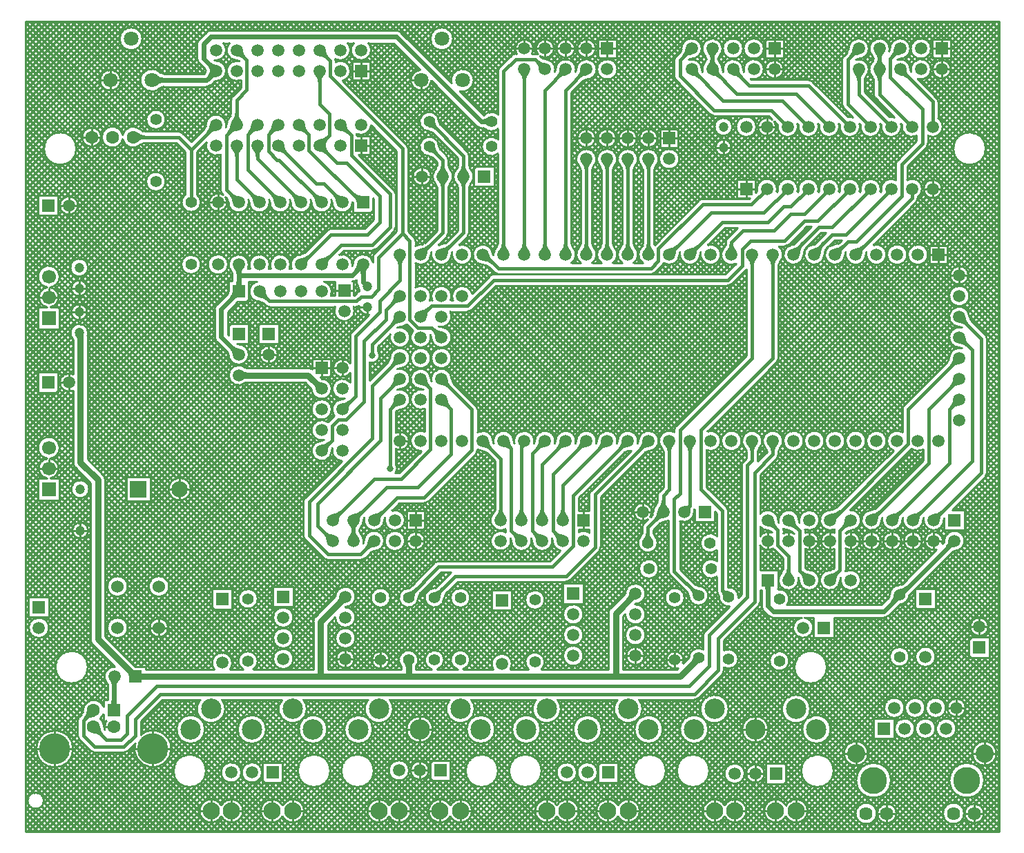
<source format=gtl>
G04 Layer_Physical_Order=1*
G04 Layer_Color=255*
%FSLAX25Y25*%
%MOIN*%
G70*
G01*
G75*
%ADD10C,0.01575*%
%ADD11C,0.03150*%
%ADD12C,0.02362*%
%ADD13C,0.00906*%
%ADD14C,0.01000*%
%ADD15C,0.06299*%
%ADD16C,0.06693*%
%ADD17R,0.06693X0.06693*%
%ADD18R,0.05906X0.05906*%
%ADD19C,0.05906*%
%ADD20R,0.07874X0.07874*%
%ADD21C,0.07874*%
%ADD22C,0.04724*%
%ADD23C,0.05906*%
%ADD24R,0.05906X0.05906*%
%ADD25C,0.08268*%
%ADD26C,0.09843*%
%ADD27R,0.05906X0.05906*%
%ADD28R,0.05906X0.05906*%
%ADD29C,0.08780*%
%ADD30C,0.12992*%
%ADD31C,0.06378*%
%ADD32C,0.07087*%
%ADD33C,0.06000*%
%ADD34C,0.05512*%
%ADD35C,0.14961*%
%ADD36R,0.06299X0.06299*%
%ADD37C,0.03150*%
D10*
X398854Y351737D02*
G03*
X397323Y348040I3697J-3697D01*
G01*
X365665Y135500D02*
G03*
X367196Y131804I5228J0D01*
G01*
X397323Y348040D02*
G03*
X395792Y351737I-5228J0D01*
G01*
X235854Y348164D02*
G03*
X234374Y351737I-5053J0D01*
G01*
X237437D02*
G03*
X235854Y347917I3820J-3820D01*
G01*
X315854Y168552D02*
G03*
X314323Y172248I-5228J0D01*
G01*
X272158Y170083D02*
G03*
X273689Y173779I-3697J3697D01*
G01*
X199551Y267476D02*
G03*
X198020Y263779I3697J-3697D01*
G01*
X130744Y322803D02*
G03*
X127047Y324335I-3697J-3697D01*
G01*
X319551Y267476D02*
G03*
X318020Y263779I3697J-3697D01*
G01*
X228020Y173758D02*
G03*
X229500Y170134I5054J-50D01*
G01*
D02*
G03*
X225876Y171614I-3574J-3574D01*
G01*
X163386Y123335D02*
G03*
X159689Y121803I0J-5228D01*
G01*
X265905Y351102D02*
G03*
X262209Y349571I0J-5228D01*
G01*
X295854Y304666D02*
G03*
X294296Y308430I-5322J0D01*
G01*
X297358D02*
G03*
X295854Y304800I3630J-3630D01*
G01*
X191969Y316000D02*
G03*
X193360Y312640I4752J0D01*
G01*
X419488Y353268D02*
G03*
X421019Y349571I5228J0D01*
G01*
X128000Y261165D02*
G03*
X131696Y262697I0J5228D01*
G01*
X48670Y322170D02*
G03*
X52703Y320500I4033J4033D01*
G01*
X131696Y262697D02*
G03*
X130165Y259000I3697J-3697D01*
G01*
X135835Y289000D02*
G03*
X134303Y292696I-5228J0D01*
G01*
X134303Y292696D02*
G03*
X138000Y291165I3697J3697D01*
G01*
X193360Y312640D02*
G03*
X190000Y314032I-3360J-3360D01*
G01*
X149213Y326500D02*
G03*
X150744Y322803I5228J0D01*
G01*
X52703Y320500D02*
G03*
X48670Y318830I0J-5703D01*
G01*
X326614Y358040D02*
G03*
X325083Y361737I-5228J0D01*
G01*
X328145D02*
G03*
X326614Y358040I3697J-3697D01*
G01*
X255854Y171614D02*
G03*
X252158Y170083I0J-5228D01*
G01*
X309551Y267476D02*
G03*
X308020Y263779I3697J-3697D01*
G01*
X254323Y265311D02*
G03*
X255854Y269007I-3697J3697D01*
G01*
X275854Y171614D02*
G03*
X272158Y170083I0J-5228D01*
G01*
X155835Y289000D02*
G03*
X155011Y290989I-2813J0D01*
G01*
X255854Y269007D02*
G03*
X257385Y265311I5228J0D01*
G01*
X437196Y139197D02*
G03*
X435665Y135500I3697J-3697D01*
G01*
X150744Y322803D02*
G03*
X147047Y324335I-3697J-3697D01*
G01*
X117047D02*
G03*
X113351Y322803I0J-5228D01*
G01*
X433500Y137665D02*
G03*
X437196Y139197I0J5228D01*
G01*
X361894Y108031D02*
G03*
X363425Y111728I-3697J3697D01*
G01*
X252158Y170083D02*
G03*
X253689Y173779I-3697J3697D01*
G01*
X155285Y290715D02*
G03*
X158000Y289591I2715J2715D01*
G01*
X345854Y258552D02*
G03*
X344323Y262248I-5228J0D01*
G01*
X347386D02*
G03*
X345854Y258552I3697J-3697D01*
G01*
X363425Y111728D02*
G03*
X364956Y108031I5228J0D01*
G01*
X317386Y172248D02*
G03*
X315854Y168552I3697J-3697D01*
G01*
X338779Y353268D02*
G03*
X340311Y349571I5228J0D01*
G01*
X189551Y267476D02*
G03*
X188020Y263779I3697J-3697D01*
G01*
X427197Y139197D02*
G03*
X425665Y135500I3697J-3697D01*
G01*
X294323Y265311D02*
G03*
X295854Y269007I-3697J3697D01*
G01*
X252335Y125500D02*
G03*
X250803Y129197I-5228J0D01*
G01*
X250803Y129197D02*
G03*
X254500Y127665I3697J3697D01*
G01*
X445854Y191614D02*
G03*
X442158Y190083I0J-5228D01*
G01*
X442158Y190083D02*
G03*
X443689Y193780I-3697J3697D01*
G01*
X307385Y172248D02*
G03*
X305854Y168552I3697J-3697D01*
G01*
X185854Y265945D02*
G03*
X189551Y267476I0J5228D01*
G01*
X393500Y133335D02*
G03*
X389804Y131804I0J-5228D01*
G01*
X389804Y131804D02*
G03*
X391335Y135500I-3697J3697D01*
G01*
X195854Y265945D02*
G03*
X199551Y267476I0J5228D01*
G01*
X87047Y324335D02*
G03*
X83351Y322803I0J-5228D01*
G01*
X365854Y265945D02*
G03*
X367676Y266699I0J2576D01*
G01*
X262209Y349571D02*
G03*
X263740Y353268I-3697J3697D01*
G01*
X357196Y131804D02*
G03*
X353500Y133335I-3697J-3697D01*
G01*
X355665Y135500D02*
G03*
X357196Y131804I5228J0D01*
G01*
X254500Y140728D02*
G03*
X256031Y137031I5228J0D01*
G01*
X83351Y322803D02*
G03*
X84882Y326500I-3697J3697D01*
G01*
X235854Y269007D02*
G03*
X237386Y265311I5228J0D01*
G01*
X234323D02*
G03*
X235854Y269007I-3697J3697D01*
G01*
X332538Y98664D02*
G03*
X331500Y101500I-3575J299D01*
G01*
X97047Y324335D02*
G03*
X93351Y322803I0J-5228D01*
G01*
X93351Y322803D02*
G03*
X94882Y326500I-3697J3697D01*
G01*
X138000Y261165D02*
G03*
X141697Y262697I0J5228D01*
G01*
X141697Y262697D02*
G03*
X140165Y259000I3697J-3697D01*
G01*
X120744Y312804D02*
G03*
X117047Y314335I-3697J-3697D01*
G01*
X244323Y265311D02*
G03*
X245854Y269007I-3697J3697D01*
G01*
D02*
G03*
X247386Y265311I5228J0D01*
G01*
X305854Y168552D02*
G03*
X304323Y172248I-5228J0D01*
G01*
X267358Y308430D02*
G03*
X265854Y304800I3630J-3630D01*
G01*
X177385Y262248D02*
G03*
X175854Y258552I3697J-3697D01*
G01*
X316614Y361102D02*
G03*
X312918Y359571I0J-5228D01*
G01*
X312918Y359571D02*
G03*
X314449Y363268I-3697J3697D01*
G01*
X265854Y304666D02*
G03*
X264296Y308430I-5322J0D01*
G01*
X141697Y172673D02*
G03*
X140165Y168976I3697J-3697D01*
G01*
X367196Y131804D02*
G03*
X363500Y133335I-3697J-3697D01*
G01*
X147082Y139197D02*
G03*
X145551Y135500I3697J-3697D01*
G01*
X119213Y316500D02*
G03*
X120744Y312804I5228J0D01*
G01*
X31966Y31688D02*
G03*
X27933Y33358I-4033J-4033D01*
G01*
X355854Y258552D02*
G03*
X354323Y262248I-5228J0D01*
G01*
X303000Y137335D02*
G03*
X299304Y135803I0J-5228D01*
G01*
X219551Y170083D02*
G03*
X215854Y171614I-3697J-3697D01*
G01*
X30295Y35721D02*
G03*
X31966Y31688I5703J0D01*
G01*
X299304Y135803D02*
G03*
X300835Y139500I-3697J3697D01*
G01*
X191969Y328000D02*
G03*
X193360Y324640I4752J0D01*
G01*
X172158Y200083D02*
G03*
X173689Y203780I-3697J3697D01*
G01*
X397323Y361102D02*
G03*
X393626Y359571I0J-5228D01*
G01*
X393626Y359571D02*
G03*
X395158Y363268I-3697J3697D01*
G01*
X445854Y211614D02*
G03*
X442158Y210083I0J-5228D01*
G01*
X255906Y351102D02*
G03*
X252209Y349571I0J-5228D01*
G01*
X295854Y171614D02*
G03*
X292158Y170083I0J-5228D01*
G01*
X245854Y171614D02*
G03*
X242158Y170083I0J-5228D01*
G01*
X242158Y170083D02*
G03*
X243689Y173779I-3697J3697D01*
G01*
X218020D02*
G03*
X219551Y170083I5228J0D01*
G01*
X301469Y141031D02*
G03*
X303000Y144728I-3697J3697D01*
G01*
X95516Y328031D02*
G03*
X97000Y331614I-3582J3582D01*
G01*
X114304Y292696D02*
G03*
X118000Y291165I3697J3697D01*
G01*
X192500Y99968D02*
G03*
X195007Y101007I0J3545D01*
G01*
X252209Y349571D02*
G03*
X253740Y353268I-3697J3697D01*
G01*
X140663Y312837D02*
G03*
X137047Y314335I-3616J-3616D01*
G01*
X303000Y144728D02*
G03*
X304531Y141031I5228J0D01*
G01*
X204969Y303031D02*
G03*
X206500Y306728I-3697J3697D01*
G01*
X175854Y258552D02*
G03*
X174323Y262248I-5228J0D01*
G01*
X110165Y246000D02*
G03*
X111697Y242303I5228J0D01*
G01*
X189551Y200083D02*
G03*
X185854Y201614I-3697J-3697D01*
G01*
X175854Y211614D02*
G03*
X172158Y210083I0J-5228D01*
G01*
X222969Y137031D02*
G03*
X224500Y140728I-3697J3697D01*
G01*
X143386Y137665D02*
G03*
X147082Y139197I0J5228D01*
G01*
X367639Y266663D02*
G03*
X366445Y263779I2883J-2883D01*
G01*
X206500Y306728D02*
G03*
X208031Y303031I5228J0D01*
G01*
X108578Y314969D02*
G03*
X107047Y311272I3697J-3697D01*
G01*
X111697Y242303D02*
G03*
X108000Y243835I-3697J-3697D01*
G01*
X449551Y230083D02*
G03*
X445854Y231614I-3697J-3697D01*
G01*
X395854Y265945D02*
G03*
X399551Y267476I0J5228D01*
G01*
X224500Y140728D02*
G03*
X226031Y137031I5228J0D01*
G01*
X448020Y233780D02*
G03*
X449551Y230083I5228J0D01*
G01*
X399551Y267476D02*
G03*
X398020Y263779I3697J-3697D01*
G01*
X442158Y210083D02*
G03*
X443689Y213779I-3697J3697D01*
G01*
X370327Y269351D02*
G03*
X368020Y263779I5572J-5572D01*
G01*
X287358Y308430D02*
G03*
X285854Y304800I3630J-3630D01*
G01*
X335854Y269007D02*
G03*
X337386Y265311I5228J0D01*
G01*
X274323D02*
G03*
X275854Y269007I-3697J3697D01*
G01*
X417197Y139197D02*
G03*
X415665Y135500I3697J-3697D01*
G01*
X139213Y362500D02*
G03*
X140744Y358804I5228J0D01*
G01*
X224323Y265311D02*
G03*
X225854Y269007I-3697J3697D01*
G01*
X107047Y311272D02*
G03*
X105516Y314969I-5228J0D01*
G01*
X193689Y223780D02*
G03*
X192158Y227476I-5228J0D01*
G01*
X385854Y265945D02*
G03*
X389551Y267476I0J5228D01*
G01*
X340311Y349571D02*
G03*
X336614Y351102I-3697J-3697D01*
G01*
X334323Y265311D02*
G03*
X335854Y269007I-3697J3697D01*
G01*
X225854D02*
G03*
X227385Y265311I5228J0D01*
G01*
X292158Y170083D02*
G03*
X293689Y173779I-3697J3697D01*
G01*
X23900Y39562D02*
G03*
X25571Y43595I-4033J4033D01*
G01*
X389551Y267476D02*
G03*
X388020Y263779I3697J-3697D01*
G01*
X232969Y137031D02*
G03*
X234500Y140728I-3697J3697D01*
G01*
X242335Y125500D02*
G03*
X240804Y129197I-5228J0D01*
G01*
X218341Y262159D02*
G03*
X215854Y263189I-2487J-2487D01*
G01*
X285854Y304666D02*
G03*
X284296Y308430I-5322J0D01*
G01*
X315854Y265945D02*
G03*
X319551Y267476I0J5228D01*
G01*
X234500Y140728D02*
G03*
X236031Y137031I5228J0D01*
G01*
X240804Y129197D02*
G03*
X244500Y127665I3697J3697D01*
G01*
X175854Y231614D02*
G03*
X172158Y230083I0J-5228D01*
G01*
X97000Y331842D02*
G03*
X98578Y328031I5389J0D01*
G01*
X284323Y265311D02*
G03*
X285854Y269007I-3697J3697D01*
G01*
D02*
G03*
X287386Y265311I5228J0D01*
G01*
X331500Y101500D02*
G03*
X334336Y100462I2537J2537D01*
G01*
X315854Y142354D02*
G03*
X315123Y139929I1895J-1895D01*
G01*
X445854Y201614D02*
G03*
X442158Y200083I0J-5228D01*
G01*
X413500Y137665D02*
G03*
X417197Y139197I0J5228D01*
G01*
X357385Y172248D02*
G03*
X355854Y168552I3697J-3697D01*
G01*
X196500Y306728D02*
G03*
X198031Y303031I5228J0D01*
G01*
X152596Y293404D02*
G03*
X158000Y291165I5404J5404D01*
G01*
X172158Y210083D02*
G03*
X173689Y213779I-3697J3697D01*
G01*
X175854Y201614D02*
G03*
X172158Y200083I0J-5228D01*
G01*
X27933Y41232D02*
G03*
X23900Y39562I0J-5703D01*
G01*
X295854Y269007D02*
G03*
X297386Y265311I5228J0D01*
G01*
X371260Y106500D02*
G03*
X369729Y110196I-5228J0D01*
G01*
X313429Y141622D02*
G03*
X315854Y142354I531J2626D01*
G01*
X115835Y289000D02*
G03*
X114304Y292696I-5228J0D01*
G01*
X192158Y227476D02*
G03*
X195854Y225945I3697J3697D01*
G01*
X198020Y193780D02*
G03*
X199551Y190083I5228J0D01*
G01*
X199551Y190083D02*
G03*
X195854Y191614I-3697J-3697D01*
G01*
X417323Y361102D02*
G03*
X413626Y359571I0J-5228D01*
G01*
X357385Y262248D02*
G03*
X355854Y258552I3697J-3697D01*
G01*
X295500Y129252D02*
G03*
X296892Y125892I4752J0D01*
G01*
X198031Y299969D02*
G03*
X196500Y296272I3697J-3697D01*
G01*
X139213Y316500D02*
G03*
X140777Y312723I5342J0D01*
G01*
X407323Y348040D02*
G03*
X405792Y351737I-5228J0D01*
G01*
X325083Y354799D02*
G03*
X326614Y358495I-3697J3697D01*
G01*
X193360Y324640D02*
G03*
X190000Y326031I-3360J-3360D01*
G01*
X218020Y263779D02*
G03*
X218938Y261562I3137J0D01*
G01*
X113351Y322803D02*
G03*
X114882Y326500I-3697J3697D01*
G01*
X188020Y203780D02*
G03*
X189551Y200083I5228J0D01*
G01*
X375854Y265945D02*
G03*
X377676Y266699I0J2576D01*
G01*
X196500Y296272D02*
G03*
X194969Y299969I-5228J0D01*
G01*
X140744Y358804D02*
G03*
X137047Y360335I-3697J-3697D01*
G01*
X355854Y168552D02*
G03*
X354323Y172248I-5228J0D01*
G01*
X386646Y137868D02*
G03*
X385665Y135500I2368J-2368D01*
G01*
X125835Y289000D02*
G03*
X124303Y292696I-5228J0D01*
G01*
X97047Y311272D02*
G03*
X95516Y314969I-5228J0D01*
G01*
X159689Y121803D02*
G03*
X161221Y125500I-3697J3697D01*
G01*
X141220D02*
G03*
X139689Y129197I-5228J0D01*
G01*
X139689Y129197D02*
G03*
X143386Y127665I3697J3697D01*
G01*
X129213Y326500D02*
G03*
X130744Y322803I5228J0D01*
G01*
X326614Y358495D02*
G03*
X328145Y354799I5228J0D01*
G01*
X320311Y349571D02*
G03*
X316614Y351102I-3697J-3697D01*
G01*
X318779Y353268D02*
G03*
X320311Y349571I5228J0D01*
G01*
X383425Y108665D02*
G03*
X387122Y110196I0J5228D01*
G01*
X387122Y110196D02*
G03*
X385591Y106500I3697J-3697D01*
G01*
X206500Y296272D02*
G03*
X204969Y299969I-5228J0D01*
G01*
X124303Y292696D02*
G03*
X128000Y291165I3697J3697D01*
G01*
X175854Y191614D02*
G03*
X172158Y190083I0J-5228D01*
G01*
X180000Y99968D02*
G03*
X182507Y101007I0J3545D01*
G01*
X183714Y102214D02*
G03*
X181968Y98000I4214J-4214D01*
G01*
X196214Y102214D02*
G03*
X194468Y98000I4214J-4214D01*
G01*
X138000Y171142D02*
G03*
X141697Y172673I0J5228D01*
G01*
X408854Y351737D02*
G03*
X407323Y348040I3697J-3697D01*
G01*
X189551Y237476D02*
G03*
X188020Y233780I3697J-3697D01*
G01*
X185854Y235945D02*
G03*
X189551Y237476I0J5228D01*
G01*
X172158Y240083D02*
G03*
X173689Y243779I-3697J3697D01*
G01*
X100744Y358804D02*
G03*
X97047Y360335I-3697J-3697D01*
G01*
X99213Y362500D02*
G03*
X100744Y358804I5228J0D01*
G01*
X104304Y292696D02*
G03*
X108000Y291165I3697J3697D01*
G01*
X151855Y127031D02*
G03*
X153386Y130728I-3697J3697D01*
G01*
X405792Y354799D02*
G03*
X407323Y358495I-3697J3697D01*
G01*
Y358040D02*
G03*
X405792Y361737I-5228J0D01*
G01*
X408854D02*
G03*
X407323Y358040I3697J-3697D01*
G01*
X449551Y220083D02*
G03*
X445854Y221614I-3697J-3697D01*
G01*
X448020Y223780D02*
G03*
X449551Y220083I5228J0D01*
G01*
X347386Y172248D02*
G03*
X345854Y168552I3697J-3697D01*
G01*
D02*
G03*
X344323Y172248I-5228J0D01*
G01*
X244500Y140728D02*
G03*
X246031Y137031I5228J0D01*
G01*
X194969Y303031D02*
G03*
X196500Y306728I-3697J3697D01*
G01*
X140744Y320197D02*
G03*
X139213Y316500I3697J-3697D01*
G01*
X137047Y318665D02*
G03*
X140744Y320197I0J5228D01*
G01*
X107047Y324335D02*
G03*
X103351Y322803I0J-5228D01*
G01*
X172158Y190083D02*
G03*
X173689Y193780I-3697J3697D01*
G01*
X163386Y137665D02*
G03*
X167082Y139197I0J5228D01*
G01*
X167082Y139197D02*
G03*
X165551Y135500I3697J-3697D01*
G01*
X442158Y200083D02*
G03*
X443689Y203780I-3697J3697D01*
G01*
X377639Y266663D02*
G03*
X376445Y263779I2883J-2883D01*
G01*
X328780Y353268D02*
G03*
X330311Y349571I5228J0D01*
G01*
X275854Y269007D02*
G03*
X277385Y265311I5228J0D01*
G01*
X423500Y137665D02*
G03*
X427197Y139197I0J5228D01*
G01*
X407197Y139197D02*
G03*
X405665Y135500I3697J-3697D01*
G01*
X262158Y170083D02*
G03*
X263689Y173779I-3697J3697D01*
G01*
X265854Y171614D02*
G03*
X262158Y170083I0J-5228D01*
G01*
X242969Y137031D02*
G03*
X244500Y140728I-3697J3697D01*
G01*
X145835Y289000D02*
G03*
X144304Y292696I-5228J0D01*
G01*
X105835Y289000D02*
G03*
X104304Y292696I-5228J0D01*
G01*
X199322Y200178D02*
G03*
X195854Y201614I-3468J-3468D01*
G01*
X198020Y203780D02*
G03*
X199645Y199855I5551J0D01*
G01*
X421019Y349571D02*
G03*
X417323Y351102I-3697J-3697D01*
G01*
X330311Y349571D02*
G03*
X326614Y351102I-3697J-3697D01*
G01*
X242209Y356964D02*
G03*
X245905Y355433I3697J3697D01*
G01*
X243740Y353268D02*
G03*
X242209Y356964I-5228J0D01*
G01*
X275854Y304666D02*
G03*
X274296Y308430I-5322J0D01*
G01*
X305854Y265945D02*
G03*
X309551Y267476I0J5228D01*
G01*
X264323Y265311D02*
G03*
X265854Y269007I-3697J3697D01*
G01*
X383500Y137665D02*
G03*
X388525Y139747I0J7107D01*
G01*
X236272Y173362D02*
G03*
X234500Y169084I4278J-4278D01*
G01*
X232335Y125500D02*
G03*
X230803Y129197I-5228J0D01*
G01*
X230803Y129197D02*
G03*
X234500Y127665I3697J3697D01*
G01*
X138578Y350969D02*
G03*
X137047Y347272I3697J-3697D01*
G01*
X103351Y322803D02*
G03*
X104882Y326500I-3697J3697D01*
G01*
X151697Y192673D02*
G03*
X150165Y188976I3697J-3697D01*
G01*
X154917Y133969D02*
G03*
X153386Y130272I3697J-3697D01*
G01*
D02*
G03*
X151855Y133969I-5228J0D01*
G01*
X413626Y359571D02*
G03*
X415158Y363268I-3697J3697D01*
G01*
X403500Y137665D02*
G03*
X407197Y139197I0J5228D01*
G01*
X285854Y171614D02*
G03*
X282158Y170083I0J-5228D01*
G01*
X282158Y170083D02*
G03*
X283689Y173779I-3697J3697D01*
G01*
X144304Y292696D02*
G03*
X148000Y291165I3697J3697D01*
G01*
X172158Y230083D02*
G03*
X173689Y233780I-3697J3697D01*
G01*
X137047Y347272D02*
G03*
X135516Y350969I-5228J0D01*
G01*
X94304Y292696D02*
G03*
X98000Y291165I3697J3697D01*
G01*
X95835Y289000D02*
G03*
X94304Y292696I-5228J0D01*
G01*
X153386Y130728D02*
G03*
X154917Y127031I5228J0D01*
G01*
X148000Y191142D02*
G03*
X151697Y192673I0J5228D01*
G01*
X407323Y358495D02*
G03*
X408854Y354799I5228J0D01*
G01*
X380328Y269351D02*
G03*
X378020Y263779I5572J-5572D01*
G01*
X277358Y308430D02*
G03*
X275854Y304800I3630J-3630D01*
G01*
X265854Y269007D02*
G03*
X267386Y265311I5228J0D01*
G01*
X369729Y110196D02*
G03*
X373425Y108665I3697J3697D01*
G01*
X252969Y137031D02*
G03*
X254500Y140728I-3697J3697D01*
G01*
X318032Y99000D02*
G03*
X316640Y102360I-4752J0D01*
G01*
D02*
G03*
X320000Y100969I3360J3360D01*
G01*
X294108Y125892D02*
G03*
X295500Y129252I-3360J3360D01*
G01*
X208031Y299969D02*
G03*
X206500Y296272I3697J-3697D01*
G01*
X221029Y259471D02*
G03*
X215854Y261614I-5175J-5175D01*
G01*
X175854Y241614D02*
G03*
X172158Y240083I0J-5228D01*
G01*
X98578Y314969D02*
G03*
X97047Y311272I3697J-3697D01*
G01*
X157082Y139197D02*
G03*
X155551Y135500I3697J-3697D01*
G01*
X153386Y137665D02*
G03*
X157082Y139197I0J5228D01*
G01*
X47000Y320500D02*
X68953D01*
X75000Y314453D01*
X445854Y233780D02*
X456500Y223134D01*
Y158500D02*
Y223134D01*
X433500Y135500D02*
X456500Y158500D01*
X445854Y223780D02*
X452000Y217634D01*
Y164000D02*
Y217634D01*
X423500Y135500D02*
X452000Y164000D01*
X329500Y78500D02*
X347000Y96000D01*
X329500Y63000D02*
Y78500D01*
X343500Y98500D02*
Y162000D01*
X325000Y80000D02*
X343500Y98500D01*
X325000Y64934D02*
Y80000D01*
X44000Y32500D02*
Y41000D01*
X41000Y29500D02*
X44000Y32500D01*
X34154Y29500D02*
X41000D01*
X48000Y31500D02*
Y39500D01*
X42500Y26000D02*
X48000Y31500D01*
X28500Y26000D02*
X42500D01*
X48000Y39500D02*
X60000Y51500D01*
X318000D01*
X58500Y55500D02*
X315500D01*
X44000Y41000D02*
X58500Y55500D01*
X22996Y38658D02*
X27933Y43595D01*
X22996Y31504D02*
X28500Y26000D01*
X22996Y31504D02*
Y38658D01*
X27933Y35721D02*
X34154Y29500D01*
X318000Y51500D02*
X329500Y63000D01*
X315533Y55467D02*
X325000Y64934D01*
X308260Y110740D02*
X320000Y99000D01*
X343500Y162000D02*
X345854Y164354D01*
X355854Y213854D02*
Y263779D01*
X321114Y179114D02*
X355854Y213854D01*
X321114Y150386D02*
Y179114D01*
X345854Y213854D02*
Y263779D01*
X311000Y179000D02*
X345854Y213854D01*
X311000Y148500D02*
Y179000D01*
X308260Y145760D02*
X311000Y148500D01*
X305854Y150354D02*
Y173779D01*
X303000Y147500D02*
X305854Y150354D01*
X303000Y139500D02*
Y147500D01*
X308260Y110740D02*
Y145760D01*
X321114Y150386D02*
X331500Y140000D01*
Y101500D02*
Y140000D01*
Y101500D02*
X334500Y98500D01*
X270000Y147925D02*
X295854Y173779D01*
X270000Y122500D02*
Y147925D01*
X256000Y108500D02*
X270000Y122500D01*
X202500Y108500D02*
X256000D01*
X259500Y147425D02*
X272500Y160425D01*
X259500Y123126D02*
Y147425D01*
X249374Y113000D02*
X259500Y123126D01*
X272500Y160425D02*
X285854Y173779D01*
X194500Y113000D02*
X249374D01*
X363425Y106500D02*
Y118075D01*
X358240Y123260D02*
X363425Y118075D01*
X358240Y123260D02*
Y130760D01*
X345854Y164354D02*
Y173779D01*
X132000Y128000D02*
X141000Y119000D01*
X156886D01*
X163386Y125500D01*
X136000Y132886D02*
X143386Y125500D01*
X195787Y203713D02*
X210595Y188906D01*
Y169500D02*
Y188906D01*
X200500Y167500D02*
X200594D01*
Y189039D01*
X153386Y125500D02*
Y135500D01*
X138000Y168976D02*
X143024Y174000D01*
X190594Y169595D02*
Y199039D01*
X326614Y353268D02*
X338382Y341500D01*
X255854Y343216D02*
X265905Y353268D01*
X255854Y263779D02*
Y343216D01*
X245854D02*
X255906Y353268D01*
X245854Y263500D02*
Y343216D01*
X195854Y193780D02*
X200594Y189039D01*
X185854Y203780D02*
X190594Y199039D01*
X239760Y130240D02*
Y167685D01*
Y130240D02*
X244500Y125500D01*
X239760Y167685D02*
X245854Y173779D01*
X224500Y135500D02*
Y165134D01*
X215854Y173779D02*
X224500Y165134D01*
X229500Y130500D02*
Y170134D01*
X225854Y173779D02*
X229500Y170134D01*
Y130500D02*
X234500Y125500D01*
X249760Y130240D02*
X254500Y125500D01*
X249760Y130240D02*
Y157685D01*
X265854Y173779D01*
X234500Y172425D02*
X235854Y173779D01*
X234500Y135500D02*
Y172425D01*
X244500Y162425D02*
X255854Y173779D01*
X244500Y135500D02*
Y162425D01*
X254500Y152425D02*
X275854Y173779D01*
X254500Y135500D02*
Y152425D01*
X334000Y251500D02*
X341000Y258500D01*
Y266500D01*
X345000Y270500D01*
X341500Y275500D02*
X356476D01*
X335854Y269854D02*
X341500Y275500D01*
X335854Y263779D02*
Y269854D01*
X300594Y260595D02*
Y266595D01*
X297000Y257000D02*
X300594Y260595D01*
X223500Y257000D02*
X297000D01*
X216721Y263779D02*
X223500Y257000D01*
X215854Y263779D02*
X216721D01*
X241039Y358134D02*
X245905Y353268D01*
X231634Y358134D02*
X241039D01*
X225854Y352354D02*
X231634Y358134D01*
X235854Y263779D02*
Y353268D01*
X365854Y263779D02*
Y264878D01*
X375854Y263779D02*
Y264878D01*
X395854Y263779D02*
X423000Y290925D01*
X285854Y263500D02*
Y309961D01*
X311000Y350000D02*
X327500Y333500D01*
X311000Y350000D02*
Y357653D01*
X316614Y353268D02*
X331882Y338000D01*
X344382Y345500D02*
X367524D01*
X336614Y353268D02*
X344382Y345500D01*
X311000Y357653D02*
X316614Y363268D01*
X326614Y353268D02*
Y363268D01*
X407323Y353268D02*
Y363268D01*
X392000Y357945D02*
X397323Y363268D01*
X412500Y358445D02*
X417323Y363268D01*
X225854Y263779D02*
Y352354D01*
X275854Y263779D02*
Y309961D01*
X265854Y263779D02*
Y309961D01*
X295854Y263779D02*
Y309961D01*
X421114Y189039D02*
X445854Y213779D01*
X441000Y188925D02*
X445854Y193780D01*
X441000Y163000D02*
Y188925D01*
X413500Y135500D02*
X441000Y163000D01*
X431114Y189039D02*
X445854Y203780D01*
X403500Y135500D02*
X431114Y163114D01*
Y189039D01*
X421114Y172336D02*
Y189039D01*
X383500Y135500D02*
X384278D01*
X421114Y172336D01*
X353500Y135500D02*
X358240Y130760D01*
X363500Y135500D02*
X368760Y130240D01*
Y111165D02*
X373425Y106500D01*
X368760Y111165D02*
Y130240D01*
X388240D02*
X393500Y135500D01*
X388240Y111315D02*
Y130240D01*
X383425Y106500D02*
X388240Y111315D01*
X192500Y98500D02*
X202500Y108500D01*
X180000Y98500D02*
X194500Y113000D01*
X27933Y35721D02*
X28280D01*
X185854Y233780D02*
X191008Y238933D01*
X208433D01*
X221000Y251500D01*
X334000D01*
X295500Y132000D02*
X303000Y139500D01*
X295500Y124500D02*
Y132000D01*
X315854Y142354D02*
Y173779D01*
X313000Y139500D02*
X315854Y142354D01*
X97000Y326547D02*
Y338500D01*
X101787Y343287D01*
Y357760D01*
X97047Y362500D02*
X101787Y357760D01*
X137047Y316500D02*
X141787Y321240D01*
X137047Y316453D02*
Y316500D01*
X128000Y259000D02*
X142500Y273500D01*
X160000D01*
X166000Y279500D01*
Y292000D01*
X152307Y311760D02*
X171000Y293067D01*
X147047Y326500D02*
X152307Y321240D01*
Y311760D02*
Y321240D01*
X171000Y277000D02*
Y293067D01*
X162500Y268500D02*
X171000Y277000D01*
X147500Y268500D02*
X162500D01*
X138000Y259000D02*
X147500Y268500D01*
X185854Y263779D02*
X196500Y274425D01*
Y301500D01*
X195854Y263779D02*
X206500Y274425D01*
Y301500D01*
X190000Y328000D02*
X206500Y311500D01*
Y301500D02*
Y311500D01*
X190000Y316000D02*
X196500Y309500D01*
Y301500D02*
Y309500D01*
X75000Y314453D02*
X87047Y326500D01*
X75000Y289000D02*
Y314453D01*
X157000Y289000D02*
X158000D01*
X165500Y262500D02*
X177000Y274000D01*
X137047Y362500D02*
X142000Y357547D01*
X137047Y336453D02*
Y352500D01*
Y336453D02*
X141787Y331713D01*
Y321240D02*
Y331713D01*
X142000Y350000D02*
Y357547D01*
Y350000D02*
X177000Y315000D01*
Y274000D02*
Y315000D01*
X300594Y266595D02*
X322000Y288000D01*
X305854Y263779D02*
X326075Y284000D01*
X315854Y263779D02*
X331575Y279500D01*
X347000Y158500D02*
X355854Y167354D01*
X347000Y96000D02*
Y158500D01*
X355854Y167354D02*
Y173779D01*
X191114Y228520D02*
X195854Y223780D01*
X184411Y228520D02*
X191114D01*
X180595Y232336D02*
X184411Y228520D01*
X177000Y274000D02*
X180595Y270406D01*
Y232336D02*
Y270406D01*
X163386Y135500D02*
X174386Y146500D01*
X187594D01*
X210595Y169500D01*
X153386Y135500D02*
X169386Y151500D01*
X184500D01*
X200500Y167500D01*
X143386Y135500D02*
X163386Y155500D01*
X176500D01*
X190594Y169595D01*
X148000Y188976D02*
X154500Y195476D01*
X143024Y174000D02*
Y181024D01*
X146000Y184000D01*
X149727D01*
X132000Y128000D02*
Y144500D01*
X136000Y132886D02*
Y143500D01*
X149727Y184000D02*
X158500Y192773D01*
X132000Y144500D02*
X162500Y175000D01*
Y200425D01*
X175854Y213779D01*
X136000Y143500D02*
X166500Y174000D01*
Y194425D01*
X175854Y203780D01*
X171114Y189039D02*
X175854Y193780D01*
X171000Y160500D02*
X171114Y160614D01*
Y189039D01*
X92000Y295000D02*
X98000Y289000D01*
X92000Y295000D02*
Y321453D01*
X97047Y326500D01*
Y299953D02*
Y316500D01*
Y299953D02*
X108000Y289000D01*
X102307Y304693D02*
Y321760D01*
Y304693D02*
X118000Y289000D01*
X102307Y321760D02*
X107047Y326500D01*
Y309953D02*
Y316500D01*
Y309953D02*
X128000Y289000D01*
X112307Y321760D02*
X117047Y326500D01*
X139000Y298000D02*
X148000Y289000D01*
X135547Y298000D02*
X139000D01*
X117047Y316500D02*
X135547Y298000D01*
X127047Y326500D02*
X131787Y321760D01*
Y314213D02*
X157000Y289000D01*
X131787Y314213D02*
Y321760D01*
X137047Y316453D02*
X145500Y308000D01*
X150000D01*
X166000Y292000D01*
X108000Y246000D02*
X112740Y241260D01*
X112307Y313693D02*
Y321760D01*
Y313693D02*
X116500Y309500D01*
X117500D01*
X138000Y289000D01*
X423000Y290925D02*
Y295500D01*
X418000Y292000D02*
Y307500D01*
X389551Y267476D02*
X392075Y270000D01*
X396000D01*
X418000Y292000D01*
X375854Y264878D02*
X384476Y273500D01*
X391000D01*
X413000Y295500D01*
X365854Y264878D02*
X377976Y277000D01*
X384500D01*
X403000Y295500D01*
X377500Y280000D02*
X393000Y295500D01*
X345000Y270500D02*
X361476D01*
X370976Y280000D01*
X377500D01*
X356476Y275500D02*
X364476Y283500D01*
X371000D01*
X383000Y295500D01*
X364500Y287000D02*
X373000Y295500D01*
X331575Y279500D02*
X353500D01*
X361000Y287000D01*
X364500D01*
X351500Y284000D02*
X363000Y295500D01*
X326075Y284000D02*
X351500D01*
X322000Y288000D02*
X345500D01*
X353000Y295500D01*
X433000Y326024D02*
Y337591D01*
X417323Y353268D02*
X433000Y337591D01*
X412500Y349500D02*
Y358445D01*
X418000Y307500D02*
X428000Y317500D01*
Y334000D01*
X412500Y349500D02*
X428000Y334000D01*
X407323Y341677D02*
Y353268D01*
Y341177D02*
X423000Y325500D01*
X397323Y341177D02*
Y353268D01*
Y341177D02*
X413000Y325500D01*
X392000Y336500D02*
Y357945D01*
Y336500D02*
X403000Y325500D01*
X367524Y345500D02*
X373000D01*
X393000Y325500D01*
X367000Y341500D02*
X383000Y325500D01*
X338382Y341500D02*
X367000D01*
X360500Y338000D02*
X373000Y325500D01*
X331882Y338000D02*
X360500D01*
X355000Y333500D02*
X363000Y325500D01*
X327500Y333500D02*
X355000D01*
X162500Y220425D02*
X175854Y233780D01*
X162500Y215000D02*
Y220425D01*
X175854Y251354D02*
Y263779D01*
X154500Y195476D02*
Y224500D01*
X158500Y192773D02*
Y222021D01*
X154500Y224500D02*
X166000Y236000D01*
Y241500D01*
X175854Y251354D01*
X158500Y222021D02*
X169000Y232521D01*
Y236925D01*
X175854Y243779D01*
X112740Y241260D02*
X154760D01*
X157000Y243500D01*
X162000D01*
X165500Y247000D01*
Y262500D01*
D11*
X287148Y97648D02*
G03*
X288122Y100000I-2352J2352D01*
G01*
X289500Y98622D02*
G03*
X287148Y97648I0J-3327D01*
G01*
X136622Y198976D02*
G03*
X135648Y201329I-3327J0D01*
G01*
X180835Y67165D02*
G03*
X180000Y65149I2016J-2016D01*
G01*
D02*
G03*
X179165Y67165I-2851J0D01*
G01*
X320000Y67819D02*
G03*
X317984Y66984I0J-2851D01*
G01*
X317984Y66984D02*
G03*
X318819Y69000I-2016J2016D01*
G01*
X149500Y97122D02*
G03*
X147148Y96148I0J-3327D01*
G01*
D02*
G03*
X148122Y98500I-2352J2352D01*
G01*
X135648Y201329D02*
G03*
X138000Y200354I2352J2352D01*
G01*
X101327Y205500D02*
G03*
X98974Y204526I0J-3327D01*
G01*
X21528Y222825D02*
G03*
X20443Y225443I-3702J0D01*
G01*
X46660Y59971D02*
G03*
X45712Y62259I-3235J0D01*
G01*
X45621Y62350D02*
G03*
X48038Y61349I2417J2417D01*
G01*
X49012Y60945D02*
G03*
X51364Y59971I2352J2352D01*
G01*
X98974Y206474D02*
G03*
X101327Y205500I2352J2352D01*
G01*
X51364Y59971D02*
G03*
X49012Y58996I0J-3327D01*
G01*
X310971Y59971D02*
X320000Y69000D01*
X137000Y59971D02*
X137500Y60471D01*
X48000Y59971D02*
X48038D01*
X137000D01*
X180000Y60471D02*
Y68000D01*
X137000Y59971D02*
X179500D01*
X180000Y60471D01*
X137500D02*
Y86500D01*
X149500Y98500D01*
X280000Y90500D02*
X289500Y100000D01*
X179500Y59971D02*
X280000D01*
Y90500D01*
Y59971D02*
X310971D01*
X21000Y226000D02*
X21528Y225472D01*
Y163472D02*
Y225472D01*
X30000Y77971D02*
X48000Y59971D01*
X30000Y77971D02*
Y155000D01*
X21528Y163472D02*
X30000Y155000D01*
X131476Y205500D02*
X138000Y198976D01*
X98000Y205500D02*
X131476D01*
D12*
X417000Y101075D02*
G03*
X420542Y102542I0J5009D01*
G01*
X419335Y101335D02*
G03*
X418575Y99500I1835J-1835D01*
G01*
X417000Y97925D02*
G03*
X415165Y97165I0J-2595D01*
G01*
X413958Y95958D02*
G03*
X415425Y99500I-3542J3542D01*
G01*
X99253Y257747D02*
G03*
X98000Y254723I3024J-3024D01*
G01*
X218886Y326887D02*
G03*
X216198Y328000I-2688J-2688D01*
G01*
D02*
G03*
X218886Y329114I0J3802D01*
G01*
X443500Y123728D02*
G03*
X440476Y122476I0J-4277D01*
G01*
X354678Y105247D02*
G03*
X353425Y102223I3024J-3024D01*
G01*
D02*
G03*
X352172Y105247I-4277J0D01*
G01*
X96228Y215500D02*
G03*
X94976Y218524I-4277J0D01*
G01*
X37776Y56327D02*
G03*
X36785Y58718I-3382J0D01*
G01*
X85276Y352500D02*
G03*
X84023Y355524I-4277J0D01*
G01*
Y349476D02*
G03*
X85276Y352500I-3024J3024D01*
G01*
X94976Y218524D02*
G03*
X98000Y217272I3024J3024D01*
G01*
X154976Y255976D02*
G03*
X156228Y259000I-3024J3024D01*
G01*
X158000Y257228D02*
G03*
X154976Y255976I0J-4277D01*
G01*
X84023Y355524D02*
G03*
X87047Y354272I3024J3024D01*
G01*
X39290Y58718D02*
G03*
X37776Y55061I3657J-3657D01*
G01*
X98000Y254723D02*
G03*
X96747Y257747I-4277J0D01*
G01*
X36384Y44986D02*
G03*
X37776Y48347I-3360J3360D01*
G01*
D02*
G03*
X39167Y44986I4752J0D01*
G01*
X440476Y122476D02*
G03*
X441728Y125500I-3024J3024D01*
G01*
X98000Y244228D02*
G03*
X94976Y242976I0J-4277D01*
G01*
X158000Y254723D02*
G03*
X156747Y257747I-4277J0D01*
G01*
X159253D02*
G03*
X158000Y254723I3024J-3024D01*
G01*
X87047Y350728D02*
G03*
X84023Y349476I0J-4277D01*
G01*
X57670Y349670D02*
G03*
X61703Y348000I4033J4033D01*
G01*
D02*
G03*
X57670Y346330I0J-5703D01*
G01*
X94976Y242976D02*
G03*
X96228Y246000I-3024J3024D01*
G01*
X98000Y250277D02*
G03*
X99253Y247253I4277J0D01*
G01*
X96747D02*
G03*
X98000Y250277I-3024J3024D01*
G01*
Y253866D02*
Y259000D01*
Y246000D02*
Y253866D01*
X89500Y237500D02*
X98000Y246000D01*
X89500Y224000D02*
Y237500D01*
X409500Y91500D02*
X443500Y125500D01*
X174000Y369000D02*
X215000Y328000D01*
X84500Y369000D02*
X174000D01*
X81000Y365500D02*
X84500Y369000D01*
X215000Y328000D02*
X220000D01*
X81000Y358547D02*
Y365500D01*
X356000Y91500D02*
X409500D01*
X353425Y94075D02*
X356000Y91500D01*
X353425Y94075D02*
Y106500D01*
X37776Y43595D02*
Y59709D01*
X38038Y59971D01*
X81000Y358547D02*
X87047Y352500D01*
X56000Y348000D02*
X82547D01*
X87047Y352500D01*
X152866Y253866D02*
X158000Y259000D01*
X89500Y224000D02*
X98000Y215500D01*
Y253866D02*
X152866D01*
X158000Y250500D02*
X160000Y248500D01*
X158000Y250500D02*
Y259000D01*
D13*
X3921Y0D02*
G03*
X3921Y0I-3921J0D01*
G01*
X18087Y25051D02*
G03*
X18087Y25051I-8933J0D01*
G01*
X26562Y24062D02*
G03*
X28500Y23260I1938J1938D01*
G01*
X26562Y24062D02*
G03*
X28500Y23260I1938J1938D01*
G01*
X48001Y27626D02*
G03*
X65488Y25051I8554J-2575D01*
G01*
X42500Y23260D02*
G03*
X44438Y24062I0J2740D01*
G01*
X42500Y23260D02*
G03*
X44438Y24062I0J2740D01*
G01*
X20256Y31504D02*
G03*
X21058Y29566I2740J0D01*
G01*
X20256Y31504D02*
G03*
X21058Y29566I2740J0D01*
G01*
Y40595D02*
G03*
X20256Y38658I1938J-1938D01*
G01*
X21058Y40595D02*
G03*
X20256Y38658I1938J-1938D01*
G01*
X21968Y41504D02*
G03*
X22831Y43588I-2100J2090D01*
G01*
X31179Y39658D02*
G03*
X32673Y41706I-3246J3937D01*
G01*
Y45483D02*
G03*
X22831Y43588I-4740J-1888D01*
G01*
X25213Y64500D02*
G03*
X25213Y64500I-7858J0D01*
G01*
X26472Y77971D02*
G03*
X27509Y75474I3528J0D01*
G01*
X26472Y77971D02*
G03*
X27506Y75476I3528J0D01*
G01*
X33035Y35714D02*
G03*
X33398Y34301I2963J6D01*
G01*
X34101Y38492D02*
G03*
X33398Y34301I3674J-2772D01*
G01*
X65488Y25051D02*
G03*
X50740Y31833I-8933J0D01*
G01*
X33035Y35721D02*
G03*
X31179Y39658I-5102J0D01*
G01*
X38106Y64876D02*
G03*
X34571Y56500I-68J-4905D01*
G01*
X89591Y-2277D02*
G03*
X89591Y-7565I-4921J-2644D01*
G01*
D02*
G03*
X100098Y-4921I4921J2644D01*
G01*
X82213Y14449D02*
G03*
X82213Y14449I-7858J0D01*
G01*
X100098Y-4921D02*
G03*
X89591Y-2277I-5587J0D01*
G01*
X99260Y13634D02*
G03*
X99260Y13634I-4905J0D01*
G01*
X109260D02*
G03*
X109260Y13634I-4905J0D01*
G01*
X119118Y-2277D02*
G03*
X119118Y-7565I-4921J-2644D01*
G01*
D02*
G03*
X129626Y-4921I4921J2644D01*
G01*
D02*
G03*
X119118Y-2277I-5587J0D01*
G01*
X81701Y34449D02*
G03*
X81701Y34449I-6874J0D01*
G01*
X111228D02*
G03*
X111228Y34449I-6874J0D01*
G01*
X79446Y48760D02*
G03*
X91543Y44291I5223J-4468D01*
G01*
D02*
G03*
X89893Y48760I-6874J0D01*
G01*
X94906Y66646D02*
G03*
X86237Y63498I-4905J0D01*
G01*
X93763D02*
G03*
X94906Y66646I-3763J3147D01*
G01*
X107209Y67500D02*
G03*
X100018Y63498I-4709J0D01*
G01*
X104982D02*
G03*
X107209Y67500I-2482J4002D01*
G01*
X118816Y48760D02*
G03*
X130913Y44291I5223J-4468D01*
G01*
X124406Y68500D02*
G03*
X124406Y68500I-4905J0D01*
G01*
X130913Y44291D02*
G03*
X129263Y48760I-6874J0D01*
G01*
X6406Y83500D02*
G03*
X6406Y83500I-4905J0D01*
G01*
X25315Y130500D02*
G03*
X25315Y130500I-3815J0D01*
G01*
X5597Y165248D02*
G03*
X5332Y155799I702J-4747D01*
G01*
X7266D02*
G03*
X11098Y160500I-967J4701D01*
G01*
D02*
G03*
X7002Y165248I-4799J0D01*
G01*
D02*
G03*
X11598Y170500I-702J5252D01*
G01*
D02*
G03*
X5597Y165248I-5299J0D01*
G01*
X25815Y150500D02*
G03*
X25815Y150500I-4315J0D01*
G01*
X18000Y163472D02*
G03*
X19033Y160978I3528J0D01*
G01*
X18000Y163472D02*
G03*
X19036Y160975I3528J0D01*
G01*
X44453Y83500D02*
G03*
X44453Y83500I-4953J0D01*
G01*
X63953D02*
G03*
X63953Y83500I-4453J0D01*
G01*
X124406Y78500D02*
G03*
X124406Y78500I-4905J0D01*
G01*
Y88500D02*
G03*
X124406Y88500I-4905J0D01*
G01*
X107209Y97500D02*
G03*
X107209Y97500I-4709J0D01*
G01*
X44453Y103500D02*
G03*
X44453Y103500I-4953J0D01*
G01*
X64453D02*
G03*
X64453Y103500I-4953J0D01*
G01*
X33528Y155000D02*
G03*
X32494Y157494I-3528J0D01*
G01*
X33528Y155000D02*
G03*
X32491Y157497I-3528J0D01*
G01*
X74890Y150500D02*
G03*
X74890Y150500I-5390J0D01*
G01*
X129260Y128000D02*
G03*
X130062Y126062I2740J0D01*
G01*
X129260Y128000D02*
G03*
X130062Y126062I2740J0D01*
G01*
Y146438D02*
G03*
X129260Y144500I1938J-1938D01*
G01*
X130062Y146438D02*
G03*
X129260Y144500I1938J-1938D01*
G01*
X142213Y14449D02*
G03*
X142213Y14449I-7858J0D01*
G01*
X163213D02*
G03*
X163213Y14449I-7858J0D01*
G01*
X170591Y-2277D02*
G03*
X170591Y-7565I-4921J-2644D01*
G01*
D02*
G03*
X181098Y-4921I4921J2644D01*
G01*
D02*
G03*
X170591Y-2277I-5587J0D01*
G01*
X180260Y14634D02*
G03*
X180260Y14634I-4905J0D01*
G01*
X140756Y34449D02*
G03*
X140756Y34449I-6874J0D01*
G01*
X135009Y88997D02*
G03*
X133972Y86500I2492J-2497D01*
G01*
X135006Y88994D02*
G03*
X133972Y86500I2494J-2494D01*
G01*
X153905Y68500D02*
G03*
X153905Y68500I-4405J0D01*
G01*
X154405Y78500D02*
G03*
X154405Y78500I-4905J0D01*
G01*
X144596Y88607D02*
G03*
X154405Y88500I4904J-107D01*
G01*
X162701Y34449D02*
G03*
X162701Y34449I-6874J0D01*
G01*
X160446Y48760D02*
G03*
X172543Y44291I5223J-4468D01*
G01*
X191728Y34449D02*
G03*
X191728Y34449I-6374J0D01*
G01*
X172543Y44291D02*
G03*
X170893Y48760I-6874J0D01*
G01*
X170709Y68000D02*
G03*
X170709Y68000I-4209J0D01*
G01*
X184709D02*
G03*
X176472Y64881I-4709J0D01*
G01*
X200118Y-2277D02*
G03*
X200118Y-7565I-4921J-2644D01*
G01*
X189760Y14634D02*
G03*
X189760Y14634I-4405J0D01*
G01*
X200118Y-7565D02*
G03*
X210626Y-4921I4921J2644D01*
G01*
D02*
G03*
X200118Y-2277I-5587J0D01*
G01*
X223213Y14449D02*
G03*
X223213Y14449I-7858J0D01*
G01*
X244213D02*
G03*
X244213Y14449I-7858J0D01*
G01*
X197209Y68000D02*
G03*
X191119Y63498I-4709J0D01*
G01*
X193881D02*
G03*
X197209Y68000I-1381J4502D01*
G01*
X183528Y64881D02*
G03*
X184709Y68000I-3528J3119D01*
G01*
X206381Y63498D02*
G03*
X209709Y68000I-1381J4502D01*
G01*
D02*
G03*
X203619Y63498I-4709J0D01*
G01*
X211913Y44291D02*
G03*
X210263Y48760I-6874J0D01*
G01*
X199816D02*
G03*
X211913Y44291I5223J-4468D01*
G01*
X221756Y34449D02*
G03*
X221756Y34449I-6874J0D01*
G01*
X243701D02*
G03*
X243701Y34449I-6874J0D01*
G01*
X229906Y66146D02*
G03*
X220870Y63498I-4905J0D01*
G01*
X229130D02*
G03*
X229906Y66146I-4130J2647D01*
G01*
X245709Y67000D02*
G03*
X237852Y63498I-4709J0D01*
G01*
X139062Y117062D02*
G03*
X141000Y116260I1938J1938D01*
G01*
X154405Y88500D02*
G03*
X149393Y93404I-4905J0D01*
G01*
X154405Y98500D02*
G03*
X144595Y98584I-4905J0D01*
G01*
X149584Y93595D02*
G03*
X154405Y98500I-84J4905D01*
G01*
X139062Y117062D02*
G03*
X141000Y116260I1938J1938D01*
G01*
X156886D02*
G03*
X158823Y117062I0J2740D01*
G01*
X156886Y116260D02*
G03*
X158823Y117062I0J2740D01*
G01*
X163380Y120595D02*
G03*
X161631Y119870I6J-2488D01*
G01*
X171209Y98000D02*
G03*
X171209Y98000I-4709J0D01*
G01*
X180004Y102709D02*
G03*
X184709Y98000I-4J-4709D01*
G01*
X180004Y102709D02*
G03*
X180567Y102942I-4J805D01*
G01*
X163380Y120595D02*
G03*
X168291Y125500I6J4905D01*
G01*
X178291D02*
G03*
X178291Y125500I-4905J0D01*
G01*
X187791D02*
G03*
X187791Y125500I-4405J0D01*
G01*
X158118Y124207D02*
G03*
X158480Y125494I-2125J1293D01*
G01*
X158291Y125500D02*
G03*
X156851Y128973I-4905J0D01*
G01*
X158118Y124207D02*
G03*
X158291Y125500I-4732J1293D01*
G01*
X168291D02*
G03*
X158480Y125494I-4905J0D01*
G01*
X156136Y130500D02*
G03*
X156851Y128973I2477J228D01*
G01*
Y132027D02*
G03*
X156136Y130500I1763J-1755D01*
G01*
X156851Y132027D02*
G03*
X158291Y135500I-3465J3473D01*
G01*
X158654Y136793D02*
G03*
X158291Y135506I2125J-1293D01*
G01*
X158654Y136793D02*
G03*
X168291Y135500I4732J-1293D01*
G01*
X168654Y136793D02*
G03*
X168291Y135506I2125J-1293D01*
G01*
X138006Y173882D02*
G03*
X142905Y168976I-6J-4905D01*
G01*
X140993Y182863D02*
G03*
X139293Y174244I-2993J-3887D01*
G01*
X138006Y173882D02*
G03*
X139293Y174244I-6J2488D01*
G01*
X173709Y158240D02*
G03*
X174528Y160500I-2709J2260D01*
G01*
D02*
G03*
X173854Y162573I-3528J0D01*
G01*
X143268Y170269D02*
G03*
X142905Y168982I2125J-1293D01*
G01*
X143268Y170269D02*
G03*
X147705Y164080I4732J-1293D01*
G01*
X168654Y136793D02*
G03*
X178291Y135500I4732J-1293D01*
G01*
D02*
G03*
X171952Y140191I-4905J0D01*
G01*
X180260Y173779D02*
G03*
X173854Y177705I-4405J0D01*
G01*
Y169854D02*
G03*
X180260Y173779I2000J3925D01*
G01*
X187854Y178259D02*
G03*
X186001Y168876I-2000J-4479D01*
G01*
X185647Y100272D02*
G03*
X184709Y98006I2281J-2272D01*
G01*
X192504Y102709D02*
G03*
X197209Y98000I-4J-4709D01*
G01*
X192504Y102709D02*
G03*
X193068Y102943I-4J805D01*
G01*
X209709Y98000D02*
G03*
X209709Y98000I-4709J0D01*
G01*
X198152Y100276D02*
G03*
X197209Y98006I2276J-2276D01*
G01*
X194500Y115740D02*
G03*
X192562Y114938I0J-2740D01*
G01*
X194500Y115740D02*
G03*
X192562Y114938I0J-2740D01*
G01*
X245709Y97000D02*
G03*
X245709Y97000I-4709J0D01*
G01*
X187594Y143760D02*
G03*
X189532Y144562I0J2740D01*
G01*
X187594Y143760D02*
G03*
X189532Y144562I0J2740D01*
G01*
X221035Y138973D02*
G03*
X221760Y140728I-1763J1755D01*
G01*
X217609Y168150D02*
G03*
X215860Y168874I-1754J-1763D01*
G01*
X212532Y167562D02*
G03*
X213335Y169500I-1938J1938D01*
G01*
X212532Y167562D02*
G03*
X213335Y169500I-1938J1938D01*
G01*
Y169571D02*
G03*
X215860Y168874I2520J4209D01*
G01*
X220760Y173774D02*
G03*
X221122Y172487I2488J6D01*
G01*
X220760Y173779D02*
G03*
X213335Y177989I-4905J0D01*
G01*
X226849Y129806D02*
G03*
X229405Y125500I-2349J-4307D01*
G01*
X226760Y130500D02*
G03*
X226849Y129806I2740J0D01*
G01*
X226760Y130500D02*
G03*
X226849Y129806I2740J0D01*
G01*
X221035Y138973D02*
G03*
X226760Y131146I3465J-3473D01*
G01*
X229405Y125500D02*
G03*
X229232Y126793I-4905J0D01*
G01*
X229594Y125506D02*
G03*
X229232Y126793I-2488J-6D01*
G01*
X229594Y125506D02*
G03*
X239405Y125500I4905J-6D01*
G01*
X239595Y125506D02*
G03*
X239232Y126793I-2488J-6D01*
G01*
X239405Y125500D02*
G03*
X239232Y126793I-4905J0D01*
G01*
X230760Y173725D02*
G03*
X231133Y172447I2314J-17D01*
G01*
X230760Y173779D02*
G03*
X221122Y172487I-4905J0D01*
G01*
X240760Y173779D02*
G03*
X231133Y172447I-4905J0D01*
G01*
X18000Y205925D02*
G03*
X18000Y198075I-2000J-3925D01*
G01*
X25055Y224525D02*
G03*
X25315Y226000I-4055J1475D01*
G01*
X86366Y224000D02*
G03*
X87288Y221780I3134J0D01*
G01*
X25315Y226000D02*
G03*
X17950Y222948I-4315J0D01*
G01*
X86366Y224000D02*
G03*
X87284Y221784I3134J0D01*
G01*
X24815Y236000D02*
G03*
X24815Y236000I-3815J0D01*
G01*
X5597Y247925D02*
G03*
X5332Y238476I702J-4747D01*
G01*
X7266D02*
G03*
X11098Y243177I-967J4701D01*
G01*
D02*
G03*
X7002Y247925I-4799J0D01*
G01*
D02*
G03*
X11598Y253177I-702J5252D01*
G01*
D02*
G03*
X5597Y247925I-5299J0D01*
G01*
X24815Y247500D02*
G03*
X24815Y247500I-3815J0D01*
G01*
X87284Y239716D02*
G03*
X86366Y237500I2216J-2216D01*
G01*
X87288Y239720D02*
G03*
X86366Y237500I2212J-2220D01*
G01*
X25315Y257500D02*
G03*
X25315Y257500I-4315J0D01*
G01*
X79709Y259000D02*
G03*
X79709Y259000I-4709J0D01*
G01*
X92905D02*
G03*
X92905Y259000I-4905J0D01*
G01*
X101409Y209028D02*
G03*
X101409Y201972I-3409J-3528D01*
G01*
X93094Y215504D02*
G03*
X92760Y216308I-1143J-4D01*
G01*
X93094Y215504D02*
G03*
X102905Y215500I4905J-4D01*
G01*
D02*
G03*
X97996Y220406I-4905J0D01*
G01*
X97370Y220595D02*
G03*
X97996Y220406I630J954D01*
G01*
X116905Y215500D02*
G03*
X116905Y215500I-4405J0D01*
G01*
X142905Y188976D02*
G03*
X142905Y188976I-4905J0D01*
G01*
X133095Y198892D02*
G03*
X142905Y198976I4905J84D01*
G01*
D02*
G03*
X138084Y203881I-4905J0D01*
G01*
X133595Y208321D02*
G03*
X131476Y209028I-2118J-2821D01*
G01*
X133595Y208321D02*
G03*
X131476Y209028I-2118J-2821D01*
G01*
X97995Y241094D02*
G03*
X97192Y240760I5J-1143D01*
G01*
X110803Y239322D02*
G03*
X112740Y238520I1938J1938D01*
G01*
X110803Y239322D02*
G03*
X112740Y238520I1938J1938D01*
G01*
X109755Y240370D02*
G03*
X108006Y241094I-1754J-1763D01*
G01*
X92760Y245192D02*
G03*
X93094Y245995I-808J808D01*
G01*
X94866Y254723D02*
G03*
X94534Y255528I-1143J0D01*
G01*
X102905Y259000D02*
G03*
X94531Y255531I-4905J0D01*
G01*
X102479Y257000D02*
G03*
X102905Y259000I-4479J2000D01*
G01*
X106708Y250732D02*
G03*
X108006Y241094I1292J-4732D01*
G01*
X112906Y259000D02*
G03*
X103521Y257000I-4905J0D01*
G01*
X112479D02*
G03*
X112906Y259000I-4479J2000D01*
G01*
X122479Y257000D02*
G03*
X122906Y259000I-4479J2000D01*
G01*
D02*
G03*
X113521Y257000I-4905J0D01*
G01*
X128000Y263906D02*
G03*
X123521Y257000I0J-4905D01*
G01*
X128000Y263906D02*
G03*
X129754Y264630I0J2488D01*
G01*
X142479Y244000D02*
G03*
X142905Y246000I-4479J2000D01*
G01*
D02*
G03*
X139292Y250732I-4905J0D01*
G01*
X142500Y276240D02*
G03*
X140562Y275438I0J-2740D01*
G01*
X142500Y276240D02*
G03*
X140562Y275438I0J-2740D01*
G01*
X20405Y287500D02*
G03*
X20405Y287500I-4405J0D01*
G01*
X19669Y314961D02*
G03*
X19669Y314961I-7858J0D01*
G01*
X31602Y320500D02*
G03*
X31602Y320500I-4602J0D01*
G01*
X42000Y321517D02*
G03*
X42000Y319483I-5000J-1017D01*
G01*
X62709Y299000D02*
G03*
X62709Y299000I-4709J0D01*
G01*
X52703Y317760D02*
G03*
X50612Y316896I0J-2963D01*
G01*
X42000Y319483D02*
G03*
X50612Y316896I5000J1017D01*
G01*
X40996Y348000D02*
G03*
X40996Y348000I-4996J0D01*
G01*
X50612Y324104D02*
G03*
X42000Y321517I-3612J-3604D01*
G01*
X50612Y324104D02*
G03*
X52703Y323240I2091J2099D01*
G01*
X62709Y329000D02*
G03*
X62709Y329000I-4709J0D01*
G01*
X59891Y351882D02*
G03*
X59891Y344118I-3890J-3882D01*
G01*
X51496Y368000D02*
G03*
X51496Y368000I-5496J0D01*
G01*
X79709Y289000D02*
G03*
X77740Y292829I-4709J0D01*
G01*
X72260D02*
G03*
X79709Y289000I2740J-3829D01*
G01*
X70890Y322438D02*
G03*
X68953Y323240I-1938J-1938D01*
G01*
X70890Y322438D02*
G03*
X68953Y323240I-1938J-1938D01*
G01*
X81418Y324745D02*
G03*
X82142Y326494I-1763J1754D01*
G01*
X90491Y292633D02*
G03*
X92405Y289000I-2492J-3633D01*
G01*
X93094D02*
G03*
X102905Y289000I4905J0D01*
G01*
X103094D02*
G03*
X102732Y290293I-2488J0D01*
G01*
X102905Y289000D02*
G03*
X102732Y290293I-4905J0D01*
G01*
X92405Y289000D02*
G03*
X91633Y291492I-4405J0D01*
G01*
X93094Y289000D02*
G03*
X92370Y290755I-2488J0D01*
G01*
X103094Y289000D02*
G03*
X112906Y289000I4905J0D01*
G01*
X113094D02*
G03*
X122906Y289000I4905J0D01*
G01*
X133095D02*
G03*
X142905Y289000I4905J0D01*
G01*
X123094D02*
G03*
X132905Y289000I4905J0D01*
G01*
X143095D02*
G03*
X142732Y290293I-2488J0D01*
G01*
X122906Y289000D02*
G03*
X122732Y290293I-4905J0D01*
G01*
X112906Y289000D02*
G03*
X112732Y290293I-4905J0D01*
G01*
X113094Y289000D02*
G03*
X112732Y290293I-2488J0D01*
G01*
X133095Y289000D02*
G03*
X132732Y290293I-2488J0D01*
G01*
X142905Y289000D02*
G03*
X142732Y290293I-4905J0D01*
G01*
X123094Y289000D02*
G03*
X122732Y290293I-2488J0D01*
G01*
X132905Y289000D02*
G03*
X132732Y290293I-4905J0D01*
G01*
X82356Y317933D02*
G03*
X89260Y312122I4691J-1433D01*
G01*
Y295000D02*
G03*
X90062Y293062I2740J0D01*
G01*
X89260Y295000D02*
G03*
X90062Y293062I2740J0D01*
G01*
X91779Y325207D02*
G03*
X91953Y326500I-4732J1293D01*
G01*
X91779Y325207D02*
G03*
X92142Y326494I-2125J1293D01*
G01*
X91953Y326500D02*
G03*
X82142Y326494I-4905J0D01*
G01*
X93582Y329973D02*
G03*
X92142Y326494I3465J-3473D01*
G01*
X93582Y329973D02*
G03*
X94260Y331614I-1649J1641D01*
G01*
X61703Y344866D02*
G03*
X59891Y344118I0J-2569D01*
G01*
Y351882D02*
G03*
X61703Y351134I1812J1821D01*
G01*
X77866Y358547D02*
G03*
X78784Y356331I3134J0D01*
G01*
X77866Y358547D02*
G03*
X78788Y356327I3134J0D01*
G01*
X82142Y352504D02*
G03*
X81807Y353308I-1143J-4D01*
G01*
X82547Y344866D02*
G03*
X84763Y345784I0J3134D01*
G01*
X81807Y351692D02*
G03*
X82142Y352496I-808J808D01*
G01*
X82547Y344866D02*
G03*
X84767Y345788I0J3134D01*
G01*
X87043Y347594D02*
G03*
X86239Y347260I4J-1143D01*
G01*
X91953Y352500D02*
G03*
X87043Y357405I-4905J0D01*
G01*
Y347594D02*
G03*
X91953Y352500I4J4905D01*
G01*
X86348Y357645D02*
G03*
X87043Y357405I700J904D01*
G01*
X78784Y367716D02*
G03*
X77866Y365500I2216J-2216D01*
G01*
X78788Y367720D02*
G03*
X77866Y365500I2212J-2220D01*
G01*
X86348Y357645D02*
G03*
X91953Y362500I700J4855D01*
G01*
D02*
G03*
X90616Y365866I-4905J0D01*
G01*
X84500Y372134D02*
G03*
X82284Y371216I0J-3134D01*
G01*
X84500Y372134D02*
G03*
X82280Y371212I0J-3134D01*
G01*
X95062Y340438D02*
G03*
X94260Y338500I1938J-1938D01*
G01*
X95062Y340438D02*
G03*
X94260Y338500I1938J-1938D01*
G01*
X98340Y357232D02*
G03*
X99047Y348021I-1293J-4732D01*
G01*
X93479Y365866D02*
G03*
X97053Y357594I3568J-3366D01*
G01*
X98340Y357232D02*
G03*
X97053Y357594I-1293J-2125D01*
G01*
X144740Y357547D02*
G03*
X144657Y358216I-2740J0D01*
G01*
X144740Y357547D02*
G03*
X144657Y358216I-2740J0D01*
G01*
X148006Y193882D02*
G03*
X144112Y185986I-6J-4905D01*
G01*
X151760Y202127D02*
G03*
X149293Y194244I-3760J-3151D01*
G01*
X148006Y193882D02*
G03*
X149293Y194244I-6J2488D01*
G01*
X151760Y211273D02*
G03*
X151760Y206680I-3760J-2296D01*
G01*
X170225Y212025D02*
G03*
X170949Y213774I-1763J1754D01*
G01*
X161240Y211705D02*
G03*
X166028Y215000I1260J3295D01*
G01*
X152562Y226438D02*
G03*
X151760Y224500I1938J-1938D01*
G01*
X152562Y226438D02*
G03*
X151760Y224500I1938J-1938D01*
G01*
X166028Y215000D02*
G03*
X165240Y217221I-3528J0D01*
G01*
X175849Y188874D02*
G03*
X174100Y188150I6J-2488D01*
G01*
X175849Y198874D02*
G03*
X174561Y198512I6J-2488D01*
G01*
X175849Y208874D02*
G03*
X174561Y208512I6J-2488D01*
G01*
X180760Y193780D02*
G03*
X174561Y198512I-4905J0D01*
G01*
X175849Y188874D02*
G03*
X180760Y193780I6J4905D01*
G01*
Y203780D02*
G03*
X174561Y208512I-4905J0D01*
G01*
X175849Y198874D02*
G03*
X180760Y203780I6J4905D01*
G01*
Y213779D02*
G03*
X170949Y213774I-4905J0D01*
G01*
X171163Y225213D02*
G03*
X180760Y223780I4691J-1433D01*
G01*
X175849Y228874D02*
G03*
X174561Y228512I6J-2488D01*
G01*
X180760Y223780D02*
G03*
X174561Y228512I-4905J0D01*
G01*
X175849Y208874D02*
G03*
X180760Y213779I6J4905D01*
G01*
X175849Y228874D02*
G03*
X179022Y230033I6J4905D01*
G01*
X144529Y238520D02*
G03*
X153905Y236500I4470J-2020D01*
G01*
X152866Y250732D02*
G03*
X153405Y250779I0J3134D01*
G01*
X152866Y250732D02*
G03*
X153405Y250779I0J3134D01*
G01*
X153905Y236500D02*
G03*
X153471Y238520I-4905J0D01*
G01*
X154760D02*
G03*
X156210Y238935I0J2740D01*
G01*
X154760Y238520D02*
G03*
X156210Y238935I0J2740D01*
G01*
X154866Y250500D02*
G03*
X155686Y248386I3134J0D01*
G01*
X156370Y246167D02*
G03*
X155062Y245438I630J-2667D01*
G01*
X156370Y246167D02*
G03*
X155062Y245438I630J-2667D01*
G01*
X154866Y250500D02*
G03*
X155686Y248386I3134J0D01*
G01*
X155686D02*
G03*
X156370Y246167I4313J114D01*
G01*
X152905Y259000D02*
G03*
X146567Y263691I-4905J0D01*
G01*
X152855Y258300D02*
G03*
X152905Y259000I-4855J700D01*
G01*
X152855Y258300D02*
G03*
X153094Y259000I-904J700D01*
G01*
X153405Y250779D02*
G03*
X154866Y251453I-539J3087D01*
G01*
X153405Y250779D02*
G03*
X154866Y251453I-539J3087D01*
G01*
X156210Y238935D02*
G03*
X160923Y234798I3790J-435D01*
G01*
X162760Y260187D02*
G03*
X153094Y259000I-4760J-1187D01*
G01*
X162500Y265760D02*
G03*
X164438Y266562I0J2740D01*
G01*
X162500Y265760D02*
G03*
X164438Y266562I0J2740D01*
G01*
X163562Y264438D02*
G03*
X162760Y262500I1938J-1938D01*
G01*
X163562Y264438D02*
G03*
X162760Y262500I1938J-1938D01*
G01*
X172938Y275062D02*
G03*
X173740Y277000I-1938J1938D01*
G01*
X172938Y275062D02*
G03*
X173740Y277000I-1938J1938D01*
G01*
X187147Y198512D02*
G03*
X187854Y189300I-1293J-4732D01*
G01*
X190760Y203780D02*
G03*
X185860Y198874I-4905J0D01*
G01*
X187147Y198512D02*
G03*
X185860Y198874I-1293J-2125D01*
G01*
X190760Y203774D02*
G03*
X191122Y202487I2488J6D01*
G01*
X200760Y203780D02*
G03*
X191122Y202487I-4905J0D01*
G01*
X190760Y213779D02*
G03*
X190760Y213779I-4905J0D01*
G01*
X182108Y226947D02*
G03*
X190760Y223780I3746J-3167D01*
G01*
D02*
G03*
X190586Y225073I-4905J0D01*
G01*
X191008Y241673D02*
G03*
X190229Y241560I0J-2740D01*
G01*
Y241560D02*
G03*
X190760Y243779I-4375J2219D01*
G01*
X191008Y241673D02*
G03*
X190229Y241560I0J-2740D01*
G01*
X200760Y213779D02*
G03*
X200760Y213779I-4905J0D01*
G01*
X190949Y223785D02*
G03*
X200760Y223780I4905J-6D01*
G01*
D02*
G03*
X195849Y228685I-4905J0D01*
G01*
X190949Y223785D02*
G03*
X190586Y225073I-2488J-6D01*
G01*
X194561Y229047D02*
G03*
X195849Y228685I1293J2125D01*
G01*
X194561Y229047D02*
G03*
X200760Y233780I1293J4732D01*
G01*
Y243779D02*
G03*
X191424Y241673I-4905J0D01*
G01*
X200760Y233780D02*
G03*
X200125Y236193I-4905J0D01*
G01*
X213335Y188906D02*
G03*
X212532Y190843I-2740J0D01*
G01*
X200760Y203774D02*
G03*
X201579Y201796I2811J6D01*
G01*
X208433Y236193D02*
G03*
X210371Y236996I0J2740D01*
G01*
X208433Y236193D02*
G03*
X210371Y236996I0J2740D01*
G01*
X213335Y188906D02*
G03*
X212532Y190843I-2740J0D01*
G01*
X210610Y244985D02*
G03*
X201424Y241673I-4755J-1205D01*
G01*
X190760Y243779D02*
G03*
X183335Y247989I-4905J0D01*
G01*
Y259571D02*
G03*
X190760Y263779I2520J4209D01*
G01*
X200285Y241673D02*
G03*
X200760Y243779I-4430J2106D01*
G01*
X191122Y265072D02*
G03*
X190760Y263785I2125J-1293D01*
G01*
X191122Y265072D02*
G03*
X200760Y263779I4732J-1293D01*
G01*
X201122Y265072D02*
G03*
X200760Y263785I2125J-1293D01*
G01*
X185860Y268685D02*
G03*
X183335Y267988I-6J-4905D01*
G01*
X195860Y268685D02*
G03*
X194421Y268471I-6J-4905D01*
G01*
X185860Y268685D02*
G03*
X187609Y269409I-6J2488D01*
G01*
X183335Y270406D02*
G03*
X182532Y272343I-2740J0D01*
G01*
X183335Y270406D02*
G03*
X182532Y272343I-2740J0D01*
G01*
X195860Y268685D02*
G03*
X197609Y269409I-6J2488D01*
G01*
X198438Y272488D02*
G03*
X199240Y274425I-1938J1938D01*
G01*
X198438Y272488D02*
G03*
X199240Y274425I-1938J1938D01*
G01*
X221000Y254240D02*
G03*
X219062Y253438I0J-2740D01*
G01*
X221000Y254240D02*
G03*
X219062Y253438I0J-2740D01*
G01*
X219087Y257538D02*
G03*
X215861Y258874I-3233J-3242D01*
G01*
X221562Y255062D02*
G03*
X223500Y254260I1938J1938D01*
G01*
X221562Y255062D02*
G03*
X223500Y254260I1938J1938D01*
G01*
X201122Y265072D02*
G03*
X210760Y263779I4732J-1293D01*
G01*
D02*
G03*
X204421Y268471I-4905J0D01*
G01*
X208438Y272488D02*
G03*
X209240Y274425I-1938J1938D01*
G01*
X208438Y272488D02*
G03*
X209240Y274425I-1938J1938D01*
G01*
X220760Y263779D02*
G03*
X215861Y258874I-4905J0D01*
G01*
X220760Y263777D02*
G03*
X220874Y263501I396J3D01*
G01*
X222390Y267252D02*
G03*
X220963Y263413I3465J-3473D01*
G01*
X222390Y267252D02*
G03*
X223114Y269007I-1763J1755D01*
G01*
X143095Y289000D02*
G03*
X152905Y289000I4905J0D01*
G01*
X173740Y293067D02*
G03*
X172938Y295005I-2740J0D01*
G01*
X173740Y293067D02*
G03*
X172938Y295005I-2740J0D01*
G01*
X155047Y321240D02*
G03*
X154915Y322082I-2740J0D01*
G01*
X155047Y321240D02*
G03*
X154915Y322082I-2740J0D01*
G01*
Y322082D02*
G03*
X161943Y326182I2133J4418D01*
G01*
X179740Y315000D02*
G03*
X178938Y316938I-2740J0D01*
G01*
X190905Y301500D02*
G03*
X190905Y301500I-4405J0D01*
G01*
X179740Y315000D02*
G03*
X178938Y316938I-2740J0D01*
G01*
X194709Y316000D02*
G03*
X190005Y311291I-4709J0D01*
G01*
X194709Y328000D02*
G03*
X190005Y323291I-4709J0D01*
G01*
X148154Y347721D02*
G03*
X151953Y352500I-1107J4779D01*
G01*
D02*
G03*
X144740Y356829I-4905J0D01*
G01*
X144657Y358216D02*
G03*
X151953Y362500I2390J4284D01*
G01*
D02*
G03*
X150616Y365866I-4905J0D01*
G01*
X161953Y362500D02*
G03*
X160616Y365866I-4905J0D01*
G01*
X153479D02*
G03*
X161953Y362500I3568J-3366D01*
G01*
X185589Y352979D02*
G03*
X190979Y347589I411J-4979D01*
G01*
X176216Y371216D02*
G03*
X174000Y372134I-2216J-2216D01*
G01*
X176220Y371212D02*
G03*
X174000Y372134I-2220J-2212D01*
G01*
X193035Y304973D02*
G03*
X193035Y298027I3465J-3473D01*
G01*
X199965D02*
G03*
X199240Y296272I1763J-1755D01*
G01*
X193760D02*
G03*
X193035Y298027I-2488J0D01*
G01*
X203760Y296272D02*
G03*
X203035Y298027I-2488J0D01*
G01*
X201406Y301500D02*
G03*
X199965Y304973I-4905J0D01*
G01*
Y298027D02*
G03*
X201406Y301500I-3465J3473D01*
G01*
X203035Y304973D02*
G03*
X203035Y298027I3465J-3473D01*
G01*
X193035Y304973D02*
G03*
X193760Y306728I-1763J1755D01*
G01*
X191419Y310706D02*
G03*
X190005Y311291I-1419J-1427D01*
G01*
X194709Y315995D02*
G03*
X195294Y314581I2012J5D01*
G01*
X199240Y306728D02*
G03*
X199965Y304973I2488J0D01*
G01*
X203035D02*
G03*
X203760Y306728I-1763J1755D01*
G01*
X199240Y309500D02*
G03*
X198438Y311438I-2740J0D01*
G01*
X199240Y309500D02*
G03*
X198438Y311438I-2740J0D01*
G01*
X209240Y311500D02*
G03*
X208438Y313438I-2740J0D01*
G01*
X209240Y311500D02*
G03*
X208438Y313438I-2740J0D01*
G01*
X209965Y298027D02*
G03*
X209240Y296272I1763J-1755D01*
G01*
X211405Y301500D02*
G03*
X209965Y304973I-4905J0D01*
G01*
Y298027D02*
G03*
X211405Y301500I-3465J3473D01*
G01*
X209240Y306728D02*
G03*
X209965Y304973I2488J0D01*
G01*
X223114Y319532D02*
G03*
X223114Y312468I-3114J-3532D01*
G01*
X191419Y322706D02*
G03*
X190005Y323291I-1419J-1427D01*
G01*
X194709Y327995D02*
G03*
X195294Y326581I2012J5D01*
G01*
X216667Y324674D02*
G03*
X216198Y324866I-469J-476D01*
G01*
X212784Y325784D02*
G03*
X215000Y324866I2216J2216D01*
G01*
X212780Y325788D02*
G03*
X215000Y324866I2220J2212D01*
G01*
X216291Y331140D02*
G03*
X216667Y331326I-93J661D01*
G01*
X201496Y368000D02*
G03*
X201496Y368000I-5496J0D01*
G01*
X204794Y342638D02*
G03*
X211496Y348000I1206J5362D01*
G01*
D02*
G03*
X200638Y346794I-5496J0D01*
G01*
X223114Y331532D02*
G03*
X216667Y331326I-3114J-3532D01*
G01*
Y324674D02*
G03*
X223114Y324468I3333J3326D01*
G01*
X223917Y354292D02*
G03*
X223114Y352354I1938J-1938D01*
G01*
X223917Y354292D02*
G03*
X223114Y352354I1938J-1938D01*
G01*
X231634Y360874D02*
G03*
X229696Y360071I0J-2740D01*
G01*
X231634Y360874D02*
G03*
X229696Y360071I0J-2740D01*
G01*
X240311Y363268D02*
G03*
X232207Y360874I-4405J0D01*
G01*
X251590Y-2277D02*
G03*
X251590Y-7565I-4921J-2644D01*
G01*
X262098Y-4921D02*
G03*
X251590Y-2277I-5587J0D01*
G01*
Y-7565D02*
G03*
X262098Y-4921I4921J2644D01*
G01*
X261260Y13634D02*
G03*
X261260Y13634I-4905J0D01*
G01*
X271260D02*
G03*
X271260Y13634I-4905J0D01*
G01*
X281118Y-2277D02*
G03*
X281118Y-7565I-4921J-2644D01*
G01*
X291626Y-4921D02*
G03*
X281118Y-2277I-5587J0D01*
G01*
Y-7565D02*
G03*
X291626Y-4921I4921J2644D01*
G01*
X304213Y14449D02*
G03*
X304213Y14449I-7858J0D01*
G01*
X273228Y34449D02*
G03*
X273228Y34449I-6874J0D01*
G01*
X244148Y63498D02*
G03*
X245709Y67000I-3148J3502D01*
G01*
X241446Y48760D02*
G03*
X253543Y44291I5223J-4468D01*
G01*
D02*
G03*
X251893Y48760I-6874J0D01*
G01*
X264405Y70000D02*
G03*
X264405Y70000I-4905J0D01*
G01*
X302756Y34449D02*
G03*
X302756Y34449I-6874J0D01*
G01*
X280816Y48760D02*
G03*
X292913Y44291I5223J-4468D01*
G01*
X293905Y70000D02*
G03*
X293905Y70000I-4405J0D01*
G01*
X332591Y-2277D02*
G03*
X332591Y-7565I-4921J-2644D01*
G01*
X325213Y14449D02*
G03*
X325213Y14449I-7858J0D01*
G01*
X332591Y-7565D02*
G03*
X343098Y-4921I4921J2644D01*
G01*
D02*
G03*
X332591Y-2277I-5587J0D01*
G01*
X342260Y13134D02*
G03*
X342260Y13134I-4905J0D01*
G01*
X351760D02*
G03*
X351760Y13134I-4405J0D01*
G01*
X292913Y44291D02*
G03*
X291263Y48760I-6874J0D01*
G01*
X312709Y68000D02*
G03*
X310132Y64121I-4209J0D01*
G01*
X312379Y66368D02*
G03*
X312709Y68000I-3879J1632D01*
G01*
X324701Y34449D02*
G03*
X324701Y34449I-6874J0D01*
G01*
X318000Y48760D02*
G03*
X319938Y49562I0J2740D01*
G01*
X318000Y48760D02*
G03*
X319938Y49562I0J2740D01*
G01*
X353728Y34449D02*
G03*
X353728Y34449I-6374J0D01*
G01*
X334543Y44291D02*
G03*
X334543Y44291I-6874J0D01*
G01*
X322260Y73131D02*
G03*
X315300Y69289I-2260J-4131D01*
G01*
X331438Y61062D02*
G03*
X332240Y63000I-1938J1938D01*
G01*
X331438Y61062D02*
G03*
X332240Y63000I-1938J1938D01*
G01*
X339209Y68500D02*
G03*
X332240Y72631I-4709J0D01*
G01*
Y64369D02*
G03*
X339209Y68500I2260J4131D01*
G01*
X264405Y80000D02*
G03*
X264405Y80000I-4905J0D01*
G01*
Y90000D02*
G03*
X264405Y90000I-4905J0D01*
G01*
X277508Y92997D02*
G03*
X276472Y90500I2492J-2497D01*
G01*
X277506Y92994D02*
G03*
X276472Y90500I2494J-2494D01*
G01*
X294406Y80000D02*
G03*
X294406Y80000I-4905J0D01*
G01*
X284596Y90107D02*
G03*
X294406Y90000I4904J-107D01*
G01*
D02*
G03*
X289393Y94904I-4905J0D01*
G01*
X289584Y95095D02*
G03*
X294406Y100000I-84J4905D01*
G01*
D02*
G03*
X284595Y100084I-4905J0D01*
G01*
X239595Y125506D02*
G03*
X249406Y125500I4905J-6D01*
G01*
X249594Y125506D02*
G03*
X249232Y126793I-2488J-6D01*
G01*
X249406Y125500D02*
G03*
X249232Y126793I-4905J0D01*
G01*
X249594Y125506D02*
G03*
X253254Y120755I4905J-6D01*
G01*
X256000Y105760D02*
G03*
X257938Y106562I0J2740D01*
G01*
X256000Y105760D02*
G03*
X257938Y106562I0J2740D01*
G01*
X267260Y129555D02*
G03*
X262240Y129854I-2760J-4056D01*
G01*
X271938Y120562D02*
G03*
X272740Y122500I-1938J1938D01*
G01*
X271938Y120562D02*
G03*
X272740Y122500I-1938J1938D01*
G01*
X300709Y112000D02*
G03*
X300709Y112000I-4709J0D01*
G01*
X292174Y127833D02*
G03*
X292760Y129252I-1427J1419D01*
G01*
X292174Y127833D02*
G03*
X300209Y124500I3326J-3333D01*
G01*
X293562Y133938D02*
G03*
X292760Y132000I1938J-1938D01*
G01*
X293562Y133938D02*
G03*
X292760Y132000I1938J-1938D01*
G01*
X300209Y124500D02*
G03*
X298826Y127833I-4709J0D01*
G01*
X298240Y129252D02*
G03*
X298826Y127833I2012J0D01*
G01*
X297406Y139500D02*
G03*
X295492Y135867I-4405J0D01*
G01*
X296633Y137009D02*
G03*
X297406Y139500I-3633J2492D01*
G01*
X297370Y137745D02*
G03*
X298095Y139494I-1763J1754D01*
G01*
X299535Y142973D02*
G03*
X298095Y139494I3465J-3473D01*
G01*
X299535Y142973D02*
G03*
X300260Y144728I-1763J1755D01*
G01*
X313209Y98000D02*
G03*
X313209Y98000I-4709J0D01*
G01*
X315291Y99005D02*
G03*
X324709Y99000I4709J-5D01*
G01*
X315291Y99005D02*
G03*
X314706Y100419I-2012J-5D01*
G01*
X323062Y81938D02*
G03*
X322260Y80000I1938J-1938D01*
G01*
X323062Y81938D02*
G03*
X322260Y80000I1938J-1938D01*
G01*
X328760Y101500D02*
G03*
X329562Y99562I2740J0D01*
G01*
X328760Y101500D02*
G03*
X329562Y99562I2740J0D01*
G01*
X329808Y98898D02*
G03*
X334936Y93812I4692J-398D01*
G01*
X329811Y98963D02*
G03*
X329565Y99559I-847J0D01*
G01*
X339209Y98500D02*
G03*
X334240Y103201I-4709J0D01*
G01*
X305520Y110740D02*
G03*
X306322Y108803I2740J0D01*
G01*
X305520Y110740D02*
G03*
X306322Y108803I2740J0D01*
G01*
X324709Y99000D02*
G03*
X319995Y103709I-4709J0D01*
G01*
X318581Y104294D02*
G03*
X319995Y103709I1419J1427D01*
G01*
X328760Y115815D02*
G03*
X328760Y108185I-2760J-3815D01*
G01*
X339188Y98064D02*
G03*
X339209Y98500I-4688J436D01*
G01*
X350291Y94075D02*
G03*
X351213Y91855I3134J0D01*
G01*
X348938Y94062D02*
G03*
X349740Y96000I-1938J1938D01*
G01*
X350291Y94075D02*
G03*
X351209Y91859I3134J0D01*
G01*
X353784Y89284D02*
G03*
X356000Y88366I2216J2216D01*
G01*
X353780Y89288D02*
G03*
X356000Y88366I2220J2212D01*
G01*
X348938Y94062D02*
G03*
X349740Y96000I-1938J1938D01*
G01*
X328760Y127898D02*
G03*
X328760Y121102I-3260J-3398D01*
G01*
X302994Y134595D02*
G03*
X301245Y133870I6J-2488D01*
G01*
X302994Y134595D02*
G03*
X305520Y135291I6J4905D01*
G01*
X311000Y135021D02*
G03*
X317905Y139500I2000J4479D01*
G01*
D02*
G03*
X317815Y140440I-4905J0D01*
G01*
X317815D02*
G03*
X318094Y140776I-1960J1914D01*
G01*
X317815Y140440D02*
G03*
X318094Y140776I-1960J1915D01*
G01*
X317815Y140440D02*
G03*
X318094Y140776I-1960J1914D01*
G01*
X317815Y140440D02*
G03*
X318094Y140776I-1960J1915D01*
G01*
X349740Y123204D02*
G03*
X355913Y121814I3760J2296D01*
G01*
X355913Y121814D02*
G03*
X356303Y121322I2328J1446D01*
G01*
X355500Y129425D02*
G03*
X349740Y127796I-2000J-3925D01*
G01*
X355913Y121814D02*
G03*
X356303Y121322I2328J1446D01*
G01*
X355255Y129870D02*
G03*
X353506Y130595I-1754J-1763D01*
G01*
X334240Y140000D02*
G03*
X333438Y141938I-2740J0D01*
G01*
X334240Y140000D02*
G03*
X333438Y141938I-2740J0D01*
G01*
X349740Y132349D02*
G03*
X353506Y130595I3760J3151D01*
G01*
X358405Y135494D02*
G03*
X358768Y134207I2488J6D01*
G01*
X358405Y135500D02*
G03*
X349740Y138651I-4905J0D01*
G01*
X362118Y-7565D02*
G03*
X372626Y-4921I4921J2644D01*
G01*
X362118Y-2277D02*
G03*
X362118Y-7565I-4921J-2644D01*
G01*
X372626Y-4921D02*
G03*
X362118Y-2277I-5587J0D01*
G01*
X385213Y14449D02*
G03*
X385213Y14449I-7858J0D01*
G01*
X406047Y-6142D02*
G03*
X406047Y-6142I-5142J0D01*
G01*
X415547D02*
G03*
X415547Y-6142I-4642J0D01*
G01*
X401827Y22835D02*
G03*
X401827Y22835I-5843J0D01*
G01*
X412937Y9843D02*
G03*
X412937Y9843I-8449J0D01*
G01*
D02*
G03*
X412937Y9843I-8449J0D01*
G01*
X373913Y44291D02*
G03*
X373913Y44291I-6874J0D01*
G01*
X363709Y67500D02*
G03*
X363709Y67500I-4709J0D01*
G01*
X381963Y64500D02*
G03*
X381963Y64500I-7858J0D01*
G01*
X383756Y34449D02*
G03*
X383756Y34449I-6874J0D01*
G01*
X419394Y44842D02*
G03*
X419394Y44842I-4905J0D01*
G01*
X448213Y-6142D02*
G03*
X448213Y-6142I-5142J0D01*
G01*
X457713D02*
G03*
X457713Y-6142I-4642J0D01*
G01*
X457937Y9843D02*
G03*
X457937Y9843I-8449J0D01*
G01*
D02*
G03*
X457937Y9843I-8449J0D01*
G01*
X463835Y22835D02*
G03*
X463835Y22835I-5843J0D01*
G01*
X424394Y34843D02*
G03*
X424394Y34843I-4905J0D01*
G01*
X434394D02*
G03*
X434394Y34843I-4905J0D01*
G01*
X444394D02*
G03*
X444394Y34843I-4905J0D01*
G01*
X429394Y44842D02*
G03*
X429394Y44842I-4905J0D01*
G01*
X421709Y69500D02*
G03*
X421709Y69500I-4709J0D01*
G01*
X439394Y44842D02*
G03*
X439394Y44842I-4905J0D01*
G01*
X434406Y69524D02*
G03*
X434406Y69524I-4905J0D01*
G01*
X448894Y44842D02*
G03*
X448894Y44842I-4405J0D01*
G01*
X362736Y94634D02*
G03*
X363709Y97500I-3736J2866D01*
G01*
X375406Y83500D02*
G03*
X371120Y88366I-4905J0D01*
G01*
X369880D02*
G03*
X375406Y83500I620J-4866D01*
G01*
X363709Y97500D02*
G03*
X358331Y102161I-4709J0D01*
G01*
X359961Y109973D02*
G03*
X368331Y106500I3465J-3473D01*
G01*
X359961Y109973D02*
G03*
X360685Y111728I-1763J1755D01*
G01*
X368331Y106500D02*
G03*
X368157Y107793I-4905J0D01*
G01*
X368520Y106506D02*
G03*
X368157Y107793I-2488J-6D01*
G01*
X368520Y106506D02*
G03*
X378331Y106500I4905J-6D01*
G01*
D02*
G03*
X373419Y111406I-4905J0D01*
G01*
X371671Y112130D02*
G03*
X373419Y111406I1754J1763D01*
G01*
X383431D02*
G03*
X388331Y106500I-6J-4905D01*
G01*
X388693Y107793D02*
G03*
X388331Y106506I2125J-1293D01*
G01*
X388693Y107793D02*
G03*
X398331Y106500I4732J-1293D01*
G01*
X383431Y111406D02*
G03*
X385180Y112130I-6J2488D01*
G01*
X390914Y110714D02*
G03*
X390980Y111315I-2673J601D01*
G01*
X390914Y110714D02*
G03*
X390980Y111315I-2673J601D01*
G01*
X398331Y106500D02*
G03*
X390914Y110714I-4905J0D01*
G01*
X365991Y129133D02*
G03*
X360980Y129114I-2492J-3633D01*
G01*
X365254Y129870D02*
G03*
X363506Y130595I-1754J-1763D01*
G01*
X371500Y130240D02*
G03*
X371367Y131082I-2740J0D01*
G01*
X371500Y121575D02*
G03*
X377906Y125500I2000J3925D01*
G01*
D02*
G03*
X371500Y129425I-4405J0D01*
G01*
X360980Y130760D02*
G03*
X360921Y131327I-2740J0D01*
G01*
X368406Y135500D02*
G03*
X358768Y134207I-4905J0D01*
G01*
X371500Y130240D02*
G03*
X371367Y131082I-2740J0D01*
G01*
X360921Y131327D02*
G03*
X363506Y130595I2579J4173D01*
G01*
X371367Y131082D02*
G03*
X378405Y135500I2133J4418D01*
G01*
X360980Y130760D02*
G03*
X360921Y131327I-2740J0D01*
G01*
X368406Y135494D02*
G03*
X368768Y134207I2488J6D01*
G01*
X378405Y135500D02*
G03*
X368768Y134207I-4905J0D01*
G01*
X385500Y129425D02*
G03*
X385500Y121575I-2000J-3925D01*
G01*
X385633Y131082D02*
G03*
X385500Y130240I2608J-842D01*
G01*
X385633Y131082D02*
G03*
X385500Y130240I2608J-842D01*
G01*
X390980Y121886D02*
G03*
X397905Y125500I2520J3614D01*
G01*
D02*
G03*
X391008Y129133I-4405J0D01*
G01*
X393494Y130595D02*
G03*
X391745Y129870I6J-2488D01*
G01*
X383507Y140405D02*
G03*
X385633Y131082I-7J-4905D01*
G01*
X398406Y135500D02*
G03*
X393037Y140384I-4905J0D01*
G01*
X393494Y130595D02*
G03*
X398406Y135500I6J4905D01*
G01*
X383507Y140405D02*
G03*
X386582Y141679I-7J4367D01*
G01*
X409500Y88366D02*
G03*
X411716Y89284I0J3134D01*
G01*
X409500Y88366D02*
G03*
X411720Y89288I0J3134D01*
G01*
X411742Y98174D02*
G03*
X412291Y99495I-1326J1326D01*
G01*
X417229Y94797D02*
G03*
X421703Y99271I-229J4703D01*
G01*
X407905Y125500D02*
G03*
X407905Y125500I-4405J0D01*
G01*
X417005Y104209D02*
G03*
X412291Y99495I-5J-4709D01*
G01*
X417005Y104209D02*
G03*
X418326Y104758I-5J1875D01*
G01*
X417906Y125500D02*
G03*
X417906Y125500I-4405J0D01*
G01*
X459905Y84000D02*
G03*
X459905Y84000I-4405J0D01*
G01*
X437906Y125500D02*
G03*
X434886Y121318I-4405J0D01*
G01*
X443496Y120595D02*
G03*
X442692Y120260I4J-1143D01*
G01*
X443496Y120595D02*
G03*
X448406Y125500I4J4905D01*
G01*
X427906D02*
G03*
X427906Y125500I-4405J0D01*
G01*
X403506Y140405D02*
G03*
X408405Y135500I-6J-4905D01*
G01*
X403506Y140405D02*
G03*
X405255Y141130I-6J2488D01*
G01*
X408768Y136793D02*
G03*
X408405Y135506I2125J-1293D01*
G01*
X418768Y136793D02*
G03*
X428406Y135500I4732J-1293D01*
G01*
X408768Y136793D02*
G03*
X418405Y135500I4732J-1293D01*
G01*
X418768Y136793D02*
G03*
X418405Y135506I2125J-1293D01*
G01*
X437682Y124114D02*
G03*
X437906Y125500I-4182J1386D01*
G01*
X438260Y124692D02*
G03*
X438594Y125496I-808J808D01*
G01*
X448406Y125500D02*
G03*
X438594Y125496I-4905J0D01*
G01*
X428768Y136793D02*
G03*
X438406Y135500I4732J-1293D01*
G01*
X438594Y136451D02*
G03*
X438406Y135506I2299J-951D01*
G01*
X428768Y136793D02*
G03*
X428406Y135506I2125J-1293D01*
G01*
X250586Y172487D02*
G03*
X250949Y173774I-2125J1293D01*
G01*
X268062Y149863D02*
G03*
X267260Y147925I1938J-1938D01*
G01*
X268062Y149863D02*
G03*
X267260Y147925I1938J-1938D01*
G01*
X240586Y172487D02*
G03*
X240949Y173774I-2125J1293D01*
G01*
X240586Y172487D02*
G03*
X240760Y173779I-4732J1293D01*
G01*
X250586Y172487D02*
G03*
X250760Y173779I-4732J1293D01*
G01*
X260586Y172487D02*
G03*
X260760Y173779I-4732J1293D01*
G01*
X260586Y172487D02*
G03*
X260949Y173774I-2125J1293D01*
G01*
X270586Y172487D02*
G03*
X270760Y173779I-4732J1293D01*
G01*
X270586Y172487D02*
G03*
X270949Y173774I-2125J1293D01*
G01*
X280586Y172487D02*
G03*
X280949Y173774I-2125J1293D01*
G01*
X280586Y172487D02*
G03*
X280760Y173779I-4732J1293D01*
G01*
X250760D02*
G03*
X240949Y173774I-4905J0D01*
G01*
X260760Y173779D02*
G03*
X250949Y173774I-4905J0D01*
G01*
X258638Y259740D02*
G03*
X260760Y263779I-2783J4039D01*
G01*
X270760Y173779D02*
G03*
X260949Y173774I-4905J0D01*
G01*
X262390Y267252D02*
G03*
X263071Y259740I3465J-3473D01*
G01*
X268638D02*
G03*
X270760Y263779I-2783J4039D01*
G01*
X260760D02*
G03*
X259319Y267252I-4905J0D01*
G01*
X280760Y173779D02*
G03*
X270949Y173774I-4905J0D01*
G01*
X272390Y267252D02*
G03*
X273071Y259740I3465J-3473D01*
G01*
X278638D02*
G03*
X280760Y263779I-2783J4039D01*
G01*
X270760D02*
G03*
X269319Y267252I-4905J0D01*
G01*
X280760Y263779D02*
G03*
X279319Y267252I-4905J0D01*
G01*
X285849Y168874D02*
G03*
X284100Y168150I6J-2488D01*
G01*
X290760Y173779D02*
G03*
X280949Y173774I-4905J0D01*
G01*
X285849Y168874D02*
G03*
X287288Y169088I6J4905D01*
G01*
X282390Y267252D02*
G03*
X283071Y259740I3465J-3473D01*
G01*
X288638D02*
G03*
X290760Y263779I-2783J4039D01*
G01*
X258594Y269007D02*
G03*
X259319Y267252I2488J0D01*
G01*
X262390D02*
G03*
X263114Y269007I-1763J1755D01*
G01*
X268595D02*
G03*
X269319Y267252I2488J0D01*
G01*
X272390D02*
G03*
X273114Y269007I-1763J1755D01*
G01*
X278594D02*
G03*
X279319Y267252I2488J0D01*
G01*
X282390D02*
G03*
X283114Y269007I-1763J1755D01*
G01*
X288595D02*
G03*
X289319Y267252I2488J0D01*
G01*
X301062Y149438D02*
G03*
X300260Y147500I1938J-1938D01*
G01*
X301062Y149438D02*
G03*
X300260Y147500I1938J-1938D01*
G01*
X295849Y168874D02*
G03*
X294100Y168150I6J-2488D01*
G01*
X303114Y168552D02*
G03*
X302390Y170307I-2488J0D01*
G01*
X290586Y172487D02*
G03*
X290949Y173774I-2125J1293D01*
G01*
X290586Y172487D02*
G03*
X290760Y173779I-4732J1293D01*
G01*
X295849Y168874D02*
G03*
X300760Y173779I6J4905D01*
G01*
D02*
G03*
X290949Y173774I-4905J0D01*
G01*
X308260Y178055D02*
G03*
X302390Y170307I-2406J-4275D01*
G01*
X323854Y169300D02*
G03*
X330760Y173779I2000J4479D01*
G01*
D02*
G03*
X324311Y178436I-4905J0D01*
G01*
X309062Y180938D02*
G03*
X308260Y179000I1938J-1938D01*
G01*
X309062Y180938D02*
G03*
X308260Y179000I1938J-1938D01*
G01*
X334000Y248760D02*
G03*
X335938Y249562I0J2740D01*
G01*
X334000Y248760D02*
G03*
X335938Y249562I0J2740D01*
G01*
X340760Y173779D02*
G03*
X340760Y173779I-4905J0D01*
G01*
X341562Y163938D02*
G03*
X340760Y162000I1938J-1938D01*
G01*
X341562Y163938D02*
G03*
X340760Y162000I1938J-1938D01*
G01*
X348563Y163938D02*
G03*
X348594Y164354I-2708J416D01*
G01*
X348563Y163938D02*
G03*
X348594Y164354I-2708J416D01*
G01*
X343114Y168552D02*
G03*
X342390Y170307I-2488J0D01*
G01*
X349319D02*
G03*
X348594Y168552I1763J-1755D01*
G01*
X350760Y173779D02*
G03*
X342390Y170307I-4905J0D01*
G01*
X349319D02*
G03*
X350760Y173779I-3465J3473D01*
G01*
X297000Y254260D02*
G03*
X298938Y255062I0J2740D01*
G01*
X297000Y254260D02*
G03*
X298938Y255062I0J2740D01*
G01*
X302532Y258657D02*
G03*
X303174Y259671I-1938J1938D01*
G01*
X302532Y258657D02*
G03*
X303174Y259671I-1938J1938D01*
G01*
X290760Y263779D02*
G03*
X289319Y267252I-4905J0D01*
G01*
X292390D02*
G03*
X293071Y259740I3465J-3473D01*
G01*
X292390Y267252D02*
G03*
X293114Y269007I-1763J1755D01*
G01*
X298594D02*
G03*
X298643Y268518I2488J0D01*
G01*
X303174Y259671D02*
G03*
X310760Y263779I2680J4109D01*
G01*
X311122Y265072D02*
G03*
X310760Y263785I2125J-1293D01*
G01*
X311122Y265072D02*
G03*
X320760Y263779I4732J-1293D01*
G01*
X321122Y265072D02*
G03*
X320760Y263785I2125J-1293D01*
G01*
X322000Y290740D02*
G03*
X320062Y289938I0J-2740D01*
G01*
X322000Y290740D02*
G03*
X320062Y289938I0J-2740D01*
G01*
X321122Y265072D02*
G03*
X330760Y263779I4732J-1293D01*
G01*
D02*
G03*
X324421Y268471I-4905J0D01*
G01*
X332390Y267252D02*
G03*
X337986Y259362I3465J-3473D01*
G01*
X332390Y267252D02*
G03*
X333114Y269007I-1763J1755D01*
G01*
X333917Y271792D02*
G03*
X333114Y269854I1938J-1938D01*
G01*
X333917Y271792D02*
G03*
X333114Y269854I1938J-1938D01*
G01*
X263114Y304666D02*
G03*
X262364Y306486I-2582J0D01*
G01*
X270732Y309961D02*
G03*
X262364Y306486I-4905J0D01*
G01*
X273114Y304666D02*
G03*
X272364Y306486I-2582J0D01*
G01*
X269290Y306486D02*
G03*
X268595Y304800I1698J-1687D01*
G01*
X269290Y306486D02*
G03*
X270732Y309961I-3463J3474D01*
G01*
X270232Y319961D02*
G03*
X270232Y319961I-4405J0D01*
G01*
X280732Y309961D02*
G03*
X272364Y306486I-4905J0D01*
G01*
X279290Y306486D02*
G03*
X278594Y304800I1698J-1687D01*
G01*
X280232Y319961D02*
G03*
X280232Y319961I-4405J0D01*
G01*
X279290Y306486D02*
G03*
X280732Y309961I-3463J3474D01*
G01*
X283114Y304666D02*
G03*
X282364Y306486I-2582J0D01*
G01*
X290732Y309961D02*
G03*
X282364Y306486I-4905J0D01*
G01*
X290232Y319961D02*
G03*
X290232Y319961I-4405J0D01*
G01*
X250811Y353268D02*
G03*
X245900Y358173I-4905J0D01*
G01*
X242537Y360429D02*
G03*
X241039Y360874I-1497J-2295D01*
G01*
X244151Y358897D02*
G03*
X245900Y358173I1754J1763D01*
G01*
X242537Y360429D02*
G03*
X241039Y360874I-1497J-2295D01*
G01*
X250638Y351975D02*
G03*
X251000Y353262I-2125J1293D01*
G01*
X250638Y351975D02*
G03*
X250811Y353268I-4732J1293D01*
G01*
X260638Y351975D02*
G03*
X260811Y353268I-4732J1293D01*
G01*
X260638Y351975D02*
G03*
X261000Y353262I-2125J1293D01*
G01*
X260811Y353268D02*
G03*
X251000Y353262I-4905J0D01*
G01*
X239604Y360874D02*
G03*
X240311Y363268I-3698J2394D01*
G01*
X243414Y359634D02*
G03*
X250311Y363268I2492J3633D01*
G01*
D02*
G03*
X242537Y360429I-4405J0D01*
G01*
X260311Y363268D02*
G03*
X260311Y363268I-4405J0D01*
G01*
X270811Y353268D02*
G03*
X261000Y353262I-4905J0D01*
G01*
X265900Y348362D02*
G03*
X264151Y347638I6J-2488D01*
G01*
X265900Y348362D02*
G03*
X270811Y353268I6J4905D01*
G01*
X280811D02*
G03*
X280811Y353268I-4905J0D01*
G01*
X270311Y363268D02*
G03*
X270311Y363268I-4405J0D01*
G01*
X289290Y306486D02*
G03*
X288595Y304800I1698J-1687D01*
G01*
X289290Y306486D02*
G03*
X290732Y309961I-3463J3474D01*
G01*
X293114Y304666D02*
G03*
X292364Y306486I-2582J0D01*
G01*
X300732Y309961D02*
G03*
X292364Y306486I-4905J0D01*
G01*
X299290Y306486D02*
G03*
X298594Y304800I1698J-1687D01*
G01*
X299290Y306486D02*
G03*
X300732Y309961I-3463J3474D01*
G01*
X300232Y319961D02*
G03*
X300232Y319961I-4405J0D01*
G01*
X310732Y309961D02*
G03*
X310732Y309961I-4905J0D01*
G01*
X335815Y315500D02*
G03*
X335815Y315500I-3815J0D01*
G01*
X336315Y325500D02*
G03*
X336315Y325500I-4315J0D01*
G01*
X347905D02*
G03*
X347905Y325500I-4905J0D01*
G01*
X308260Y350000D02*
G03*
X309062Y348062I2740J0D01*
G01*
X308260Y350000D02*
G03*
X309062Y348062I2740J0D01*
G01*
X316608Y358362D02*
G03*
X315321Y358000I6J-2488D01*
G01*
X309062Y359591D02*
G03*
X308260Y357653I1938J-1938D01*
G01*
X309062Y359591D02*
G03*
X308260Y357653I1938J-1938D01*
G01*
X321520Y353268D02*
G03*
X315321Y358000I-4905J0D01*
G01*
X325562Y331562D02*
G03*
X327500Y330760I1938J1938D01*
G01*
X321520Y353262D02*
G03*
X321882Y351975I2488J6D01*
G01*
X323149Y356740D02*
G03*
X321882Y351975I3465J-3473D01*
G01*
X325562Y331562D02*
G03*
X327500Y330760I1938J1938D01*
G01*
X331520Y353268D02*
G03*
X330079Y356740I-4905J0D01*
G01*
X331520Y353262D02*
G03*
X331882Y351975I2488J6D01*
G01*
X323149Y356740D02*
G03*
X323864Y358268I-1763J1755D01*
G01*
X329365D02*
G03*
X330079Y356740I2477J228D01*
G01*
X323864Y358268D02*
G03*
X323149Y359795I-2477J-228D01*
G01*
X330079D02*
G03*
X329365Y358268I1763J-1755D01*
G01*
X310984Y361513D02*
G03*
X311709Y363262I-1763J1754D01*
G01*
X321520Y363268D02*
G03*
X311709Y363262I-4905J0D01*
G01*
X316608Y358362D02*
G03*
X321520Y363268I6J4905D01*
G01*
X330079Y359795D02*
G03*
X331520Y363268I-3465J3473D01*
G01*
D02*
G03*
X323149Y359795I-4905J0D01*
G01*
X341520Y353268D02*
G03*
X331882Y351975I-4905J0D01*
G01*
X341520Y353262D02*
G03*
X341882Y351975I2488J6D01*
G01*
X341520Y363268D02*
G03*
X341520Y363268I-4905J0D01*
G01*
X357792Y165417D02*
G03*
X358594Y167354I-1938J1938D01*
G01*
X357792Y165417D02*
G03*
X358594Y167354I-1938J1938D01*
G01*
X353114Y168552D02*
G03*
X352390Y170307I-2488J0D01*
G01*
X359319D02*
G03*
X358594Y168552I1763J-1755D01*
G01*
X360760Y173779D02*
G03*
X352390Y170307I-4905J0D01*
G01*
X359319D02*
G03*
X360760Y173779I-3465J3473D01*
G01*
X370760D02*
G03*
X370760Y173779I-4905J0D01*
G01*
X380760D02*
G03*
X380760Y173779I-4905J0D01*
G01*
X390760D02*
G03*
X390760Y173779I-4905J0D01*
G01*
X410760D02*
G03*
X410760Y173779I-4905J0D01*
G01*
X400760D02*
G03*
X400760Y173779I-4905J0D01*
G01*
X357792Y211917D02*
G03*
X358594Y213854I-1938J1938D01*
G01*
X357792Y211917D02*
G03*
X358594Y213854I-1938J1938D01*
G01*
X359319Y260307D02*
G03*
X358594Y258552I1763J-1755D01*
G01*
X360760Y263779D02*
G03*
X358722Y267760I-4905J0D01*
G01*
X359319Y260307D02*
G03*
X360760Y263779I-3465J3473D01*
G01*
X372259Y267408D02*
G03*
X370760Y263787I3640J-3628D01*
G01*
X365786Y268685D02*
G03*
X370760Y263779I69J-4905D01*
G01*
X361476Y267760D02*
G03*
X363414Y268562I0J2740D01*
G01*
X361476Y267760D02*
G03*
X363414Y268562I0J2740D01*
G01*
X357691Y294067D02*
G03*
X357906Y295500I-4691J1433D01*
G01*
X367691Y294067D02*
G03*
X367905Y295500I-4691J1433D01*
G01*
X357906D02*
G03*
X348185Y294561I-4905J0D01*
G01*
X367905Y295500D02*
G03*
X358185Y294561I-4905J0D01*
G01*
X377691Y294067D02*
G03*
X377906Y295500I-4691J1433D01*
G01*
D02*
G03*
X368185Y294561I-4905J0D01*
G01*
X391122Y265072D02*
G03*
X390760Y263785I2125J-1293D01*
G01*
X375786Y268685D02*
G03*
X380760Y263779I69J-4905D01*
G01*
X382259Y267408D02*
G03*
X380760Y263787I3640J-3628D01*
G01*
X385860Y268685D02*
G03*
X390760Y263779I-6J-4905D01*
G01*
X387906Y295500D02*
G03*
X378185Y294561I-4905J0D01*
G01*
X385860Y268685D02*
G03*
X387609Y269409I-6J2488D01*
G01*
X387691Y294067D02*
G03*
X387906Y295500I-4691J1433D01*
G01*
X401122Y265072D02*
G03*
X400760Y263785I2125J-1293D01*
G01*
X401122Y265072D02*
G03*
X410760Y263779I4732J-1293D01*
G01*
X391122Y265072D02*
G03*
X400760Y263779I4732J-1293D01*
G01*
X397691Y294067D02*
G03*
X397905Y295500I-4691J1433D01*
G01*
D02*
G03*
X388185Y294561I-4905J0D01*
G01*
X407905Y295500D02*
G03*
X398185Y294561I-4905J0D01*
G01*
X458438Y156562D02*
G03*
X459240Y158500I-1938J1938D01*
G01*
X458438Y156562D02*
G03*
X459240Y158500I-1938J1938D01*
G01*
X422687Y170034D02*
G03*
X428374Y169571I3167J3746D01*
G01*
X418374Y177989D02*
G03*
X414101Y169198I-2520J-4209D01*
G01*
X419177Y190977D02*
G03*
X418374Y189039I1938J-1938D01*
G01*
X419177Y190977D02*
G03*
X418374Y189039I1938J-1938D01*
G01*
X440225Y212025D02*
G03*
X440949Y213774I-1763J1754D01*
G01*
X447147Y218512D02*
G03*
X445860Y218874I-1293J-2125D01*
G01*
X447147Y218512D02*
G03*
X440949Y213774I-1293J-4732D01*
G01*
X447147Y228512D02*
G03*
X445860Y218874I-1293J-4732D01*
G01*
X447147Y228512D02*
G03*
X445860Y228874I-1293J-2125D01*
G01*
X459240Y223134D02*
G03*
X458438Y225072I-2740J0D01*
G01*
X459240Y223134D02*
G03*
X458438Y225072I-2740J0D01*
G01*
X450760Y233780D02*
G03*
X445860Y228874I-4905J0D01*
G01*
X410760Y263779D02*
G03*
X404421Y268471I-4905J0D01*
G01*
X420760Y263779D02*
G03*
X420760Y263779I-4905J0D01*
G01*
X430760D02*
G03*
X430760Y263779I-4905J0D01*
G01*
X407691Y294067D02*
G03*
X407905Y295500I-4691J1433D01*
G01*
X415260Y299854D02*
G03*
X408185Y294561I-2260J-4354D01*
G01*
X427906Y295500D02*
G03*
X420740Y299854I-4905J0D01*
G01*
X424938Y288988D02*
G03*
X425740Y290925I-1938J1938D01*
G01*
X424938Y288988D02*
G03*
X425740Y290925I-1938J1938D01*
G01*
Y291431D02*
G03*
X427906Y295500I-2740J4069D01*
G01*
X437405D02*
G03*
X437405Y295500I-4405J0D01*
G01*
X450760Y243779D02*
G03*
X450760Y243779I-4905J0D01*
G01*
X450260Y253780D02*
G03*
X450260Y253780I-4405J0D01*
G01*
X450760Y233774D02*
G03*
X451484Y232025I2488J6D01*
G01*
X355491Y329133D02*
G03*
X357405Y325500I-2492J-3633D01*
G01*
D02*
G03*
X356633Y327992I-4405J0D01*
G01*
X358185Y326439D02*
G03*
X367905Y325500I4815J-939D01*
G01*
D02*
G03*
X367691Y326933I-4905J0D01*
G01*
X368185Y326439D02*
G03*
X377906Y325500I4815J-939D01*
G01*
D02*
G03*
X377691Y326933I-4905J0D01*
G01*
X378185Y326439D02*
G03*
X387906Y325500I4815J-939D01*
G01*
D02*
G03*
X387691Y326933I-4905J0D01*
G01*
X389260Y336500D02*
G03*
X390062Y334562I2740J0D01*
G01*
X388185Y326439D02*
G03*
X397905Y325500I4815J-939D01*
G01*
D02*
G03*
X397691Y326933I-4905J0D01*
G01*
X394433Y330191D02*
G03*
X392060Y330315I-1433J-4691D01*
G01*
X398185Y326439D02*
G03*
X407905Y325500I4815J-939D01*
G01*
X389260Y336500D02*
G03*
X390062Y334562I2740J0D01*
G01*
X345181Y348576D02*
G03*
X351520Y353268I1433J4691D01*
G01*
X361020D02*
G03*
X361020Y353268I-4405J0D01*
G01*
X351520D02*
G03*
X341882Y351975I-4905J0D01*
G01*
X351520Y363268D02*
G03*
X351520Y363268I-4905J0D01*
G01*
X374938Y347438D02*
G03*
X373000Y348240I-1938J-1938D01*
G01*
X374938Y347438D02*
G03*
X373000Y348240I-1938J-1938D01*
G01*
X390062Y359882D02*
G03*
X389260Y357945I1938J-1938D01*
G01*
X390062Y359882D02*
G03*
X389260Y357945I1938J-1938D01*
G01*
X391693Y361513D02*
G03*
X392417Y363262I-1763J1754D01*
G01*
X400787Y349795D02*
G03*
X400063Y348040I1763J-1755D01*
G01*
X402228Y353268D02*
G03*
X396030Y358000I-4905J0D01*
G01*
X400787Y349795D02*
G03*
X402228Y353268I-3465J3473D01*
G01*
X397317Y358362D02*
G03*
X396030Y358000I6J-2488D01*
G01*
X402228Y363268D02*
G03*
X392417Y363262I-4905J0D01*
G01*
X397317Y358362D02*
G03*
X402228Y363268I6J4905D01*
G01*
X416062Y309438D02*
G03*
X415260Y307500I1938J-1938D01*
G01*
X416062Y309438D02*
G03*
X415260Y307500I1938J-1938D01*
G01*
X429938Y315562D02*
G03*
X430740Y317500I-1938J1938D01*
G01*
X429938Y315562D02*
G03*
X430740Y317500I-1938J1938D01*
G01*
X407905Y325500D02*
G03*
X407691Y326933I-4905J0D01*
G01*
X408185Y326439D02*
G03*
X417906Y325500I4815J-939D01*
G01*
D02*
G03*
X417691Y326933I-4905J0D01*
G01*
X430740Y321146D02*
G03*
X437906Y325500I2260J4354D01*
G01*
X418185Y326439D02*
G03*
X425260Y321146I4815J-939D01*
G01*
X414433Y330191D02*
G03*
X412060Y330315I-1433J-4691D01*
G01*
X437906Y325500D02*
G03*
X435740Y329569I-4905J0D01*
G01*
Y337591D02*
G03*
X434938Y339528I-2740J0D01*
G01*
X435740Y337591D02*
G03*
X434938Y339528I-2740J0D01*
G01*
X458646Y314961D02*
G03*
X458646Y314961I-7858J0D01*
G01*
X403858Y356740D02*
G03*
X403858Y349795I3465J-3473D01*
G01*
X404594Y341427D02*
G03*
X405385Y339240I2729J-250D01*
G01*
X404583Y348040D02*
G03*
X403858Y349795I-2488J0D01*
G01*
X422228Y353268D02*
G03*
X416030Y358000I-4905J0D01*
G01*
X404572Y358268D02*
G03*
X403858Y359795I-2477J-228D01*
G01*
Y356740D02*
G03*
X404572Y358268I-1763J1755D01*
G01*
X417317Y358362D02*
G03*
X416030Y358000I6J-2488D01*
G01*
X422228Y353262D02*
G03*
X422591Y351975I2488J6D01*
G01*
X425889Y348576D02*
G03*
X432228Y353268I1433J4691D01*
G01*
D02*
G03*
X422591Y351975I-4905J0D01*
G01*
X412228Y363268D02*
G03*
X403858Y359795I-4905J0D01*
G01*
X412055Y361975D02*
G03*
X412228Y363268I-4732J1293D01*
G01*
X412055Y361975D02*
G03*
X412417Y363262I-2125J1293D01*
G01*
X422228Y363268D02*
G03*
X412417Y363262I-4905J0D01*
G01*
X417317Y358362D02*
G03*
X422228Y363268I6J4905D01*
G01*
X432228D02*
G03*
X432228Y363268I-4905J0D01*
G01*
X441728Y353268D02*
G03*
X441728Y353268I-4405J0D01*
G01*
X-5000Y-14458D02*
X-4458Y-15000D01*
X-5000Y-8801D02*
X1199Y-15000D01*
X-5000Y-11630D02*
X-1630Y-15000D01*
X-5000Y-3144D02*
X6856Y-15000D01*
X-5000Y16655D02*
X26655Y-15000D01*
X-5000Y13826D02*
X23826Y-15000D01*
X-5000Y-1560D02*
X-3895Y-455D01*
X-5000Y2513D02*
X-3722Y1235D01*
X-5000Y-316D02*
X-3448Y-1868D01*
X-5000Y-10046D02*
X1372Y-3673D01*
X-5000Y-5973D02*
X4027Y-15000D01*
X-5000Y-4389D02*
X-3062Y-2450D01*
X-5000Y-7217D02*
X-1433Y-3650D01*
X1235Y-3722D02*
X12513Y-15000D01*
X-1868Y-3448D02*
X9684Y-15000D01*
X2938Y-2597D02*
X15341Y-15000D01*
X-5000Y10998D02*
X20998Y-15000D01*
X3860Y-691D02*
X18169Y-15000D01*
X6423Y16546D02*
X37969Y-15000D01*
X9664Y16133D02*
X40797Y-15000D01*
X-5000Y8169D02*
X-691Y3860D01*
X-5000Y5341D02*
X-2597Y2938D01*
X-5000Y4097D02*
X7231Y16328D01*
X-5000Y1268D02*
X9879Y16148D01*
X-5000Y6925D02*
X5144Y17069D01*
X455Y3895D02*
X14334Y17773D01*
X-5000Y19483D02*
X29483Y-15000D01*
X-5000Y-12874D02*
X31134Y23260D01*
X-5000Y22312D02*
X32312Y-15000D01*
X-4298D02*
X33962Y23260D01*
X-4298Y-15000D02*
X33962Y23260D01*
X-5000Y25140D02*
X35140Y-15000D01*
X-1469D02*
X36791Y23260D01*
X-5000Y18239D02*
X342Y23581D01*
X-5000Y27968D02*
X648Y22320D01*
X-5000Y21067D02*
X321Y26388D01*
X-5000Y12582D02*
X2051Y19633D01*
X-5000Y9753D02*
X3435Y18188D01*
X-5000Y23896D02*
X37043Y65939D01*
X-5000Y15410D02*
X997Y21408D01*
X2450Y3062D02*
X25007Y25618D01*
X1359Y-15000D02*
X39619Y23260D01*
X4188Y-15000D02*
X42448Y23260D01*
X3650Y1433D02*
X26421Y24204D01*
X3673Y-1372D02*
X28312Y23266D01*
X18057Y24325D02*
X22178Y28446D01*
X16431Y19871D02*
X23593Y27032D01*
X21058Y29566D02*
X26562Y24062D01*
X23987Y-15000D02*
X55207Y16220D01*
X18330Y-15000D02*
X51218Y17888D01*
X21158Y-15000D02*
X53010Y16852D01*
X38129Y-15000D02*
X66562Y13433D01*
X40957Y-15000D02*
X67186Y11229D01*
X26815Y-15000D02*
X58061Y16246D01*
X35300Y-15000D02*
X66757Y16456D01*
X12031Y16594D02*
X43625Y-15000D01*
X12673D02*
X48620Y20947D01*
X13943Y17511D02*
X46454Y-15000D01*
X15501D02*
X49757Y19256D01*
X15509Y18773D02*
X49282Y-15000D01*
X16754Y20357D02*
X52111Y-15000D01*
X17649Y22290D02*
X54939Y-15000D01*
X49443D02*
X71550Y7108D01*
X43786Y-15000D02*
X68266Y9480D01*
X46614Y-15000D02*
X69718Y8104D01*
X52271Y-15000D02*
X73876Y6605D01*
X55099Y-15000D02*
X77238Y7139D01*
X54749Y16303D02*
X86052Y-15000D01*
X60756D02*
X89449Y13693D01*
X61752Y17785D02*
X66654Y12883D01*
X63240Y19126D02*
X66606Y15759D01*
X64406Y20788D02*
X67294Y17900D01*
X57690Y16191D02*
X79090Y-5210D01*
X63585Y-15000D02*
X89986Y11401D01*
X59929Y16780D02*
X79503Y-2795D01*
X65205Y22818D02*
X68421Y19601D01*
X9845Y-15000D02*
X47858Y23013D01*
X7016Y-15000D02*
X47640Y25624D01*
X18079Y24688D02*
X57767Y-15000D01*
X27934Y23319D02*
X66253Y-15000D01*
X29644D02*
X72592Y27948D01*
X-5000Y53424D02*
X63424Y-15000D01*
X17581Y28015D02*
X60596Y-15000D01*
X33650Y23260D02*
X71910Y-15000D01*
X28500Y23260D02*
X42500D01*
X30821D02*
X69081Y-15000D01*
X36478Y23260D02*
X74738Y-15000D01*
X39307Y23260D02*
X77566Y-15000D01*
X32472D02*
X75050Y27578D01*
X42135Y23260D02*
X80395Y-15000D01*
X65483Y25368D02*
X69917Y20934D01*
X44294Y23929D02*
X83223Y-15000D01*
X57928D02*
X101246Y28318D01*
X55856Y43481D02*
X77849Y21487D01*
X64452Y29227D02*
X71799Y21880D01*
X45713Y25338D02*
X47807Y23245D01*
X44438Y24062D02*
X48001Y27626D01*
X54441Y42066D02*
X74202Y22306D01*
X65360Y23545D02*
X70738Y28923D01*
X-5000Y30797D02*
X235Y25562D01*
X-5000Y36454D02*
X1613Y29841D01*
X-5000Y33625D02*
X697Y27929D01*
X17136Y29061D02*
X20256Y32181D01*
X-5000Y56253D02*
X20315Y30938D01*
X16016Y30770D02*
X20256Y35009D01*
X-5000Y39282D02*
X2876Y31406D01*
X-5000Y44939D02*
X6392Y33547D01*
X-5000Y42111D02*
X4459Y32651D01*
X12797Y33207D02*
X22806Y43217D01*
X14572Y32154D02*
X20256Y37838D01*
X-5000Y50596D02*
X12118Y33478D01*
X-5000Y47767D02*
X8791Y33977D01*
X17877Y26974D02*
X20787Y29883D01*
X20256Y31504D02*
Y38658D01*
X32220Y38488D02*
X32673Y38941D01*
Y38492D02*
Y41706D01*
X21058Y40595D02*
X21968Y41504D01*
X31966Y46720D02*
X32673Y47427D01*
Y45483D02*
Y48697D01*
X-5000Y35209D02*
X16481Y56690D01*
X-5000Y40866D02*
X12474Y58341D01*
X-5000Y38038D02*
X14245Y57283D01*
X-5000Y59081D02*
X20256Y33825D01*
X-5000Y32381D02*
X19584Y56965D01*
X-5000Y64738D02*
X20354Y39384D01*
X-5000Y61910D02*
X20256Y36654D01*
X-5000Y46523D02*
X10058Y61581D01*
X-5000Y52180D02*
X9949Y67129D01*
X-5000Y49352D02*
X9521Y63873D01*
X-5000Y67567D02*
X21515Y41052D01*
X-5000Y43695D02*
X11078Y59772D01*
X-5000Y73223D02*
X23074Y45150D01*
X-5000Y70395D02*
X22693Y42702D01*
X13258Y57794D02*
X24095Y46957D01*
X-5000Y76052D02*
X10648Y60404D01*
X17238Y56643D02*
X25699Y48182D01*
X19707Y57002D02*
X28012Y48696D01*
X24571Y67609D02*
X29972Y73010D01*
X25164Y65373D02*
X31386Y71596D01*
X20273Y71796D02*
X26472Y77996D01*
X-5000Y71979D02*
X1617Y78596D01*
X907Y78631D02*
X10761Y68776D01*
X22082Y70777D02*
X27170Y75865D01*
X23514Y69380D02*
X28558Y74424D01*
X47128Y26752D02*
X47694Y26186D01*
X50740Y34454D02*
X52292Y32902D01*
X50740Y31833D02*
Y38365D01*
Y37282D02*
X54322Y33701D01*
X32986Y36426D02*
X33284Y36724D01*
X31295Y39757D02*
X33537Y37514D01*
X32673Y38492D02*
X34101D01*
X32673Y48697D02*
X34642D01*
X50740Y34381D02*
X65119Y48760D01*
X53027Y40652D02*
X60731Y32948D01*
X64755Y28596D02*
X68338Y32180D01*
X65386Y26399D02*
X69320Y30334D01*
X51803Y32616D02*
X67948Y48760D01*
X63718Y30389D02*
X67955Y34625D01*
X51613Y39238D02*
X56872Y33979D01*
X57270Y44895D02*
X67957Y34207D01*
X58684Y46309D02*
X68322Y36671D01*
X60098Y47723D02*
X69294Y38528D01*
X61890Y48760D02*
X70702Y39948D01*
X55982Y33966D02*
X70776Y48760D01*
X58593Y33749D02*
X73604Y48760D01*
X10624Y33863D02*
X33978Y57217D01*
X7817Y33884D02*
X33185Y59252D01*
X21630Y57907D02*
X32673Y46864D01*
X28275Y48685D02*
X34642Y55052D01*
X30451Y48033D02*
X34642Y52224D01*
X-5000Y29552D02*
X34215Y68767D01*
X-5000Y26724D02*
X35629Y67353D01*
X23161Y59205D02*
X33669Y48697D01*
X24890Y62271D02*
X32801Y70182D01*
X25061Y62962D02*
X34642Y53381D01*
X24324Y60870D02*
X34642Y50552D01*
X25115Y65736D02*
X34642Y56209D01*
X27509Y75474D02*
X38106Y64876D01*
X50740Y38365D02*
X61135Y48760D01*
X33943Y48697D02*
X34642Y49395D01*
Y48697D02*
Y55061D01*
X60659Y32986D02*
X76433Y48760D01*
X62351Y31849D02*
X79261Y48760D01*
X50740Y37209D02*
X62291Y48760D01*
X64718D02*
X72545Y40933D01*
X34642Y55061D02*
Y56327D01*
X36375Y76584D02*
X38450Y78660D01*
X52943Y63498D02*
Y64876D01*
Y63498D02*
X86237D01*
X61135Y48760D02*
X79446D01*
X40488Y78647D02*
X55637Y63498D01*
X48083Y64876D02*
X52943D01*
X74898Y-15000D02*
X80876Y-9023D01*
X69242Y-15000D02*
X79088Y-5154D01*
X72070Y-15000D02*
X79665Y-7405D01*
X80555Y-15000D02*
X85061Y-10494D01*
X77727Y-15000D02*
X82612Y-10115D01*
X83384Y-15000D02*
X90072Y-8312D01*
X84381Y-10500D02*
X88880Y-15000D01*
X86796Y-10087D02*
X91709Y-15000D01*
X86212D02*
X91553Y-9660D01*
X89041Y-15000D02*
X93607Y-10434D01*
X88513Y-8976D02*
X94537Y-15000D01*
X91869D02*
X96895Y-9974D01*
X92498Y-10132D02*
X97365Y-15000D01*
X95596Y-10402D02*
X100194Y-15000D01*
X99936Y-6257D02*
X108679Y-15000D01*
X100354D02*
X108842Y-6513D01*
X97600Y-9577D02*
X103022Y-15000D01*
X99042Y-8191D02*
X105851Y-15000D01*
X97526D02*
X108723Y-3802D01*
X75665Y6701D02*
X82251Y115D01*
X72789Y6748D02*
X80615Y-1078D01*
X77805Y7389D02*
X84530Y664D01*
X66413Y-15000D02*
X91249Y9836D01*
X79507Y8516D02*
X89856Y-1834D01*
X80840Y10011D02*
X91242Y-391D01*
X81786Y11894D02*
X93176Y503D01*
X74585Y27579D02*
X89557Y12607D01*
X77049Y27944D02*
X89728Y15265D01*
X78906Y28916D02*
X90803Y17018D01*
X81664Y11565D02*
X99592Y29492D01*
X81699Y34608D02*
X100148Y16158D01*
X82198Y14927D02*
X98358Y31087D01*
X82211Y14297D02*
X96061Y446D01*
X87153Y83D02*
X96132Y9062D01*
X93327Y8837D02*
X108920Y-6755D01*
X96015Y459D02*
X104284Y8729D01*
X88771Y-1128D02*
X100499Y10601D01*
X95986Y9008D02*
X108736Y-3743D01*
X84902Y660D02*
X93126Y8885D01*
X99220Y14258D02*
X99464Y14015D01*
X93247Y520D02*
X102037Y9310D01*
X98927Y11857D02*
X99579Y12509D01*
X99104Y14862D02*
X99875Y15633D01*
X106011Y-15000D02*
X111308Y-9703D01*
X99879Y-3371D02*
X111508Y-15000D01*
X103183D02*
X109807Y-8376D01*
X108840Y-15000D02*
X113390Y-10449D01*
X115375Y-10382D02*
X119993Y-15000D01*
X111668D02*
X116808Y-9860D01*
X114497Y-15000D02*
X120366Y-9130D01*
X100025Y-4016D02*
X112769Y8728D01*
X112363Y-10198D02*
X117165Y-15000D01*
X94697D02*
X118426Y8728D01*
X120153Y-15000D02*
X124683Y-10471D01*
X117325Y-15000D02*
X122147Y-10178D01*
X117353Y-9531D02*
X122821Y-15000D01*
X123986Y-10508D02*
X128478Y-15000D01*
X126325Y-10019D02*
X131307Y-15000D01*
X118774Y-8124D02*
X125650Y-15000D01*
X126673Y5D02*
X133326Y6658D01*
X118979Y-2033D02*
X129378Y8367D01*
X124487Y647D02*
X131125Y7285D01*
X99250Y-1962D02*
X109941Y8728D01*
X97739Y10083D02*
X109587Y-1766D01*
X97903Y-481D02*
X109449Y11065D01*
X99565Y-7304D02*
X115597Y8728D01*
X106879Y9428D02*
X115911Y396D01*
X81393Y17943D02*
X114336Y-15000D01*
X98888Y11761D02*
X110994Y-344D01*
X108349Y10786D02*
X109449Y9686D01*
X108434Y16358D02*
X109449Y15343D01*
X109185Y12779D02*
X109449Y12515D01*
X104735Y8743D02*
X112953Y525D01*
X108678Y15951D02*
X109449Y16722D01*
X98152Y16739D02*
X120083Y38670D01*
X109280Y29654D02*
X126865Y12069D01*
X113235Y8728D02*
X121777Y187D01*
X109449Y8728D02*
X119260D01*
X110407D02*
X120097Y-962D01*
X116064Y8728D02*
X124127Y665D01*
X117652Y-531D02*
X128004Y9821D01*
X113078Y552D02*
X126510Y13984D01*
X115788Y434D02*
X127009Y11655D01*
X109449Y9686D02*
X110407Y8728D01*
X109449D02*
Y18539D01*
X119260Y8728D02*
Y18539D01*
X118426Y8728D02*
X119260Y9562D01*
X127054Y17356D01*
X110464Y31299D02*
X126535Y15228D01*
X119260Y15219D02*
X131906Y27865D01*
X80326Y30324D02*
X92482Y18168D01*
X81697Y34225D02*
X84893Y37421D01*
X81311Y32167D02*
X94979Y18499D01*
X81695Y17253D02*
X97602Y33160D01*
X79323Y20537D02*
X107546Y48760D01*
X80699Y19085D02*
X97671Y36057D01*
X77096Y40938D02*
X78181Y42022D01*
X74651Y41321D02*
X77798Y44468D01*
X76032Y48760D02*
X78194Y46598D01*
X80353Y38537D02*
X80581Y38765D01*
X81327Y36684D02*
X82434Y37791D01*
X78860Y48760D02*
X79185Y48436D01*
X78942Y39955D02*
X79163Y40176D01*
X94295Y18539D02*
X103398Y27642D01*
X84545Y37418D02*
X103499Y18464D01*
X96587Y18002D02*
X106504Y27920D01*
X86976Y37816D02*
X107079Y17713D01*
X102663Y27786D02*
X111909Y18539D01*
X88813Y38807D02*
X109449Y18172D01*
X91540Y44068D02*
X96232Y48760D01*
X90195Y48380D02*
X90575Y48760D01*
X91170Y46526D02*
X93403Y48760D01*
X90217Y40232D02*
X97692Y32757D01*
X91183Y42094D02*
X97592Y35685D01*
X91538Y44568D02*
X98336Y37770D01*
X98660Y48760D02*
X106412Y41008D01*
X90174Y48760D02*
X99560Y39375D01*
X72347Y22046D02*
X99060Y48760D01*
X75370Y22241D02*
X101889Y48760D01*
X77574Y21617D02*
X104717Y48760D01*
X70375D02*
X101507Y17628D01*
X93003Y48760D02*
X101204Y40558D01*
X67547Y48760D02*
X74986Y41321D01*
X73204Y48760D02*
X77796Y44167D01*
X82686Y63498D02*
X85143Y65956D01*
X85515Y63498D02*
X85927Y63911D01*
X95831Y48760D02*
X103343Y41248D01*
X94352Y64381D02*
X95235Y63498D01*
X94906Y66656D02*
X98063Y63498D01*
X102746Y41132D02*
X110374Y48760D01*
X105643Y41201D02*
X113202Y48760D01*
X93763Y63498D02*
X100018D01*
X94000D02*
X97796Y67294D01*
X96828Y63498D02*
X98442Y65112D01*
X105853Y64194D02*
X106548Y63498D01*
X106941Y65934D02*
X109377Y63498D01*
X106358Y70200D02*
X114595Y78437D01*
X107070Y68634D02*
X112205Y63498D01*
X109449Y18539D02*
X119260D01*
X105590Y27687D02*
X114738Y18539D01*
X107675Y28430D02*
X117566Y18539D01*
X105479Y18409D02*
X124503Y37433D01*
X110913Y36506D02*
X128149Y19270D01*
X102355Y18113D02*
X121976Y37734D01*
X107388Y17489D02*
X128166Y38268D01*
X110485Y37557D02*
X117166Y44238D01*
X107716Y40445D02*
X116031Y48760D01*
X109311Y39211D02*
X118622Y48522D01*
X89893Y48760D02*
X118816D01*
X110883Y32299D02*
X118632Y40047D01*
X104316Y48760D02*
X131361Y21715D01*
X107145Y48760D02*
X133631Y22274D01*
X111153Y33437D02*
X127106Y17485D01*
X111266Y18539D02*
X127010Y34283D01*
X124143Y37418D02*
X127009Y34553D01*
X116923Y18539D02*
X128525Y30141D01*
X119260Y18048D02*
X129993Y28781D01*
X114095Y18539D02*
X127486Y31931D01*
X120014Y38719D02*
X128310Y30423D01*
X111161Y35405D02*
X117612Y41855D01*
X112802Y48760D02*
X117166Y44395D01*
X115630Y48760D02*
X117626Y46764D01*
X126512Y37878D02*
X127468Y36922D01*
X129682Y40365D02*
X129956Y40091D01*
X130596Y46355D02*
X133001Y48760D01*
X130608Y42267D02*
X131857Y41018D01*
X110970Y63498D02*
X114749Y67277D01*
X105314Y63498D02*
X116463Y74648D01*
X108142Y63498D02*
X114932Y70289D01*
X101488Y48760D02*
X129567Y20681D01*
X109973Y48760D02*
X118467Y40266D01*
X104982Y63498D02*
X133972D01*
X116627D02*
X117263Y64134D01*
X107160Y68173D02*
X115174Y76187D01*
X113799Y63498D02*
X115699Y65399D01*
X117186Y64175D02*
X117862Y63498D01*
X117711Y73068D02*
X118370Y73726D01*
X119060Y73614D02*
X119274Y73400D01*
X122442Y64575D02*
X123519Y63498D01*
X123767Y66079D02*
X126347Y63498D01*
X124400Y68274D02*
X129176Y63498D01*
X129661Y48248D02*
X130173Y48760D01*
X121487Y74015D02*
X132004Y63498D01*
X133598D02*
X133972Y63873D01*
X120723Y73251D02*
X121487Y74015D01*
X124168Y76992D02*
X133972Y67187D01*
X124405Y68448D02*
X133972Y78015D01*
X127941Y63498D02*
X133972Y69530D01*
X130770Y63498D02*
X133972Y66701D01*
X123130Y75201D02*
X133972Y64359D01*
X125113Y63498D02*
X133972Y72358D01*
X-5000Y77636D02*
X-2272Y80364D01*
X-5000Y84537D02*
X-3370Y82907D01*
X-5000Y80464D02*
X-3237Y82227D01*
X-5000Y78880D02*
X9497Y64383D01*
X-5000Y81709D02*
X9856Y66852D01*
X-5000Y74807D02*
X-695Y79113D01*
X-5000Y88950D02*
X-3405Y90544D01*
X-5000Y95851D02*
X-3405Y94256D01*
X-5000Y93022D02*
X-3405Y91428D01*
X-5000Y87366D02*
X-3026Y85392D01*
X-5000Y83293D02*
X-3107Y85186D01*
X-5000Y91778D02*
X-3405Y93372D01*
X-5000Y86121D02*
X-2527Y88595D01*
X-3401D02*
X-1870Y87064D01*
X4636Y87272D02*
X5959Y88595D01*
X3392Y78974D02*
X12059Y70306D01*
X5064Y80130D02*
X13724Y71470D01*
X6133Y81889D02*
X15816Y72206D01*
X6289Y84562D02*
X18590Y72260D01*
X-186Y88107D02*
X302Y88595D01*
X-5000Y90194D02*
X-3405Y88599D01*
X-572Y88595D02*
X-111Y88133D01*
X2256Y88595D02*
X2561Y88289D01*
X2773Y88237D02*
X3130Y88595D01*
X-3405D02*
X6406D01*
X5959D02*
X6406Y89041D01*
X-5000Y94606D02*
X-3405Y96201D01*
X-5000Y101508D02*
X-1898Y98405D01*
X-5000Y98679D02*
X-3405Y97085D01*
X-5000Y107165D02*
X3759Y98405D01*
X-5000Y104336D02*
X931Y98405D01*
X-5000Y103092D02*
X19295Y127387D01*
X-5000Y100263D02*
X21423Y126686D01*
X-5000Y137033D02*
X3168Y145201D01*
X-5000Y128548D02*
X17192Y150739D01*
X-5000Y134204D02*
X5996Y145201D01*
X-5000Y108748D02*
X17845Y131594D01*
X-5000Y105920D02*
X18019Y128939D01*
X-5000Y125719D02*
X17713Y148432D01*
X-5000Y120062D02*
X21138Y146200D01*
X6406Y88595D02*
Y98405D01*
X-5000Y-15000D02*
Y376500D01*
X-3405Y88595D02*
Y98405D01*
X6406D01*
X-5000Y122891D02*
X19054Y146945D01*
X2219Y145201D02*
X17784Y129635D01*
X7875Y145201D02*
X19395Y133681D01*
X-5000Y131376D02*
X8825Y145201D01*
X5047D02*
X18072Y132175D01*
X10704Y145201D02*
X21591Y134314D01*
X-5000Y66322D02*
X26472Y97795D01*
X-5000Y109993D02*
X26472Y78521D01*
X-5000Y69151D02*
X26472Y100623D01*
X-5000Y57837D02*
X26472Y89309D01*
X-5000Y55008D02*
X26472Y86481D01*
X-5000Y63494D02*
X26472Y94966D01*
X-5000Y60665D02*
X26472Y92138D01*
X1628Y98405D02*
X26472Y123250D01*
X-5000Y124135D02*
X26472Y92663D01*
X-1201Y98405D02*
X26472Y126079D01*
X-5000Y115650D02*
X26472Y84177D01*
X-5000Y112821D02*
X26472Y81349D01*
X-5000Y121307D02*
X26472Y89834D01*
X-5000Y118478D02*
X26472Y87006D01*
X17982Y72333D02*
X26472Y80824D01*
X6404Y83383D02*
X26472Y103451D01*
X14726Y71906D02*
X26472Y83652D01*
X5085Y88595D02*
X33163Y60517D01*
X6406Y90102D02*
X33901Y62607D01*
X6406Y95759D02*
X37338Y64826D01*
X6406Y92931D02*
X35297Y64039D01*
X6406Y97527D02*
X26472Y117594D01*
X4456Y98405D02*
X26472Y120422D01*
X20635Y126784D02*
X26472Y120947D01*
X5887Y85695D02*
X26472Y106280D01*
X6406Y89041D02*
X26472Y109108D01*
X6406Y94698D02*
X26472Y114765D01*
X6406Y91870D02*
X26472Y111937D01*
X-5000Y135449D02*
X26472Y103976D01*
X-5000Y141106D02*
X26472Y109633D01*
X-5000Y138277D02*
X26472Y106805D01*
X-5000Y97435D02*
X26472Y128907D01*
X-5000Y126963D02*
X26472Y95491D01*
X-5000Y132620D02*
X26472Y101148D01*
X-5000Y129792D02*
X26472Y98320D01*
X-5000Y117234D02*
X26472Y148706D01*
X-5000Y149591D02*
X26472Y118119D01*
X11598Y149963D02*
X26472Y135089D01*
X-5000Y143934D02*
X26472Y112462D01*
X-5000Y111577D02*
X26472Y143049D01*
X-5000Y146763D02*
X26472Y115290D01*
X-5000Y114405D02*
X26472Y145878D01*
X23175Y127073D02*
X26472Y123775D01*
X24681Y128395D02*
X26472Y126604D01*
X25314Y130591D02*
X26472Y129432D01*
X25314Y130577D02*
X26472Y131736D01*
X24037Y233691D02*
X129260Y128468D01*
X26472Y77971D02*
Y153539D01*
X24613Y132705D02*
X26472Y134564D01*
X11598Y147135D02*
X26472Y132261D01*
X23061Y133981D02*
X26472Y137392D01*
X20406Y134155D02*
X26472Y140221D01*
X24807Y235750D02*
X129260Y131297D01*
X19301Y244085D02*
X129260Y134125D01*
X22300Y243913D02*
X129260Y136954D01*
X-5000Y139861D02*
X1000Y145861D01*
X-5000Y142690D02*
X1000Y148690D01*
Y145201D02*
Y155799D01*
X-5000Y145518D02*
X1000Y151518D01*
Y145201D02*
X11598D01*
X-5000Y148346D02*
X1000Y154347D01*
X-5000Y152419D02*
X1000Y146419D01*
X-5000Y155248D02*
X1000Y149248D01*
X-5000Y160905D02*
X1000Y154905D01*
X-5000Y158076D02*
X1000Y152076D01*
X-5000Y151175D02*
X2065Y158240D01*
X1000Y155799D02*
X5332D01*
X-5000Y163733D02*
X2934Y155799D01*
X-5000Y154003D02*
X1500Y160503D01*
X2453Y155799D02*
X3360Y156706D01*
X11598Y145201D02*
Y155799D01*
Y155620D02*
X17213Y150005D01*
X7266Y155799D02*
X11598D01*
X10903Y159144D02*
X17633Y152414D01*
X8267Y156123D02*
X8591Y155799D01*
X8110D02*
X8597Y156287D01*
X9896Y157323D02*
X11419Y155799D01*
X-5000Y166561D02*
X1522Y160039D01*
X-5000Y165317D02*
X1076Y171393D01*
X-5000Y162489D02*
X1288Y168777D01*
X-5000Y159660D02*
X2329Y166990D01*
X-5000Y156832D02*
X3929Y165761D01*
X-5000Y172218D02*
X3122Y164097D01*
X-5000Y169390D02*
X1922Y162468D01*
X-5000Y175047D02*
X1297Y168749D01*
X-5000Y180704D02*
X2045Y173659D01*
X-5000Y177875D02*
X1145Y171730D01*
X-5000Y192017D02*
X18000Y169017D01*
X-5000Y168146D02*
X18000Y191146D01*
X-5000Y194846D02*
X18000Y171846D01*
X-5000Y170974D02*
X18000Y193974D01*
X7530Y165346D02*
X7825Y165050D01*
X4549Y165498D02*
X4943Y165104D01*
X10991Y161509D02*
X18000Y168518D01*
X11039Y172871D02*
X18000Y179832D01*
X11597Y170601D02*
X18000Y177003D01*
X-5000Y183532D02*
X3520Y175012D01*
X-5000Y189189D02*
X9371Y174818D01*
X-5000Y186361D02*
X5607Y175754D01*
X-5000Y173802D02*
X18000Y196802D01*
X9810Y174470D02*
X18000Y182660D01*
X-5000Y197674D02*
X18000Y174674D01*
X-5000Y176631D02*
X15964Y197595D01*
X11598Y150803D02*
X20403Y159608D01*
X10849Y162026D02*
X18918Y153957D01*
X11598Y153631D02*
X18990Y161022D01*
X11598Y152792D02*
X26472Y137917D01*
X10811Y167721D02*
X26472Y152060D01*
X11598Y147974D02*
X21818Y158194D01*
X10513Y158202D02*
X18000Y165690D01*
X10093Y163439D02*
X18000Y171346D01*
X10618Y173571D02*
X18000Y166189D01*
X10938Y155799D02*
X18046Y162907D01*
X9458Y166245D02*
X20927Y154777D01*
X11553Y169808D02*
X18002Y163359D01*
X23414Y146633D02*
X26472Y143574D01*
X24957Y147918D02*
X26472Y146403D01*
X25777Y149927D02*
X26472Y149231D01*
X21005Y146213D02*
X26472Y140746D01*
X25800Y150862D02*
X26472Y151535D01*
X25055Y170448D02*
X43610Y151892D01*
X25055Y167619D02*
X43610Y149064D01*
X23568Y154287D02*
X24646Y155365D01*
X21261Y154808D02*
X23232Y156779D01*
X19036Y160975D02*
X26472Y153539D01*
X25055Y152946D02*
X26060Y153951D01*
X25055Y173276D02*
X43610Y154721D01*
X25055Y164934D02*
X32491Y157497D01*
X25055Y190247D02*
X64150Y151152D01*
X24792Y247079D02*
X129260Y142611D01*
X25055Y193075D02*
X64870Y153260D01*
X21486Y253212D02*
X129384Y145315D01*
X23955Y245087D02*
X129260Y139782D01*
X23526Y254001D02*
X130576Y146951D01*
X24835Y255521D02*
X131990Y148365D01*
X8022Y175511D02*
X18000Y185489D01*
X-5000Y200503D02*
X18000Y177503D01*
X5406Y175724D02*
X18000Y188317D01*
X8559Y164734D02*
X18000Y174175D01*
X25055Y176104D02*
X44770Y156390D01*
X18000Y163472D02*
Y198075D01*
X25055Y178933D02*
X47598Y156390D01*
X25055Y181761D02*
X50427Y156390D01*
X25055Y187418D02*
X65135Y147338D01*
X25055Y184590D02*
X53255Y156390D01*
X25055Y198732D02*
X68086Y155701D01*
X25055Y195903D02*
X66198Y154760D01*
X25055Y201560D02*
X70915Y155701D01*
X25298Y257886D02*
X133404Y149780D01*
X25055Y164934D02*
Y222825D01*
Y167088D02*
X86366Y228399D01*
X25392Y164596D02*
X86366Y225571D01*
X25055Y169916D02*
X86366Y231227D01*
X26806Y163182D02*
X86554Y222930D01*
X25055Y175573D02*
X86366Y236884D01*
X25055Y172745D02*
X86366Y234056D01*
X37789Y75170D02*
X41664Y79045D01*
X33528Y79432D02*
X48083Y64876D01*
X34961Y77999D02*
X36512Y79550D01*
X37185Y79122D02*
X51430Y64876D01*
X42445Y79518D02*
X58465Y63498D01*
X33528Y79951D02*
X48602Y64876D01*
X42032Y70928D02*
X55072Y83967D01*
X33528Y82779D02*
X35122Y81185D01*
X33528Y85607D02*
X34647Y84488D01*
X33528Y82222D02*
X34554Y83248D01*
X33528Y88436D02*
X35518Y86445D01*
X33547Y79413D02*
X35191Y81058D01*
X33528Y91264D02*
X37010Y87782D01*
X46275Y66685D02*
X58708Y79118D01*
X43782Y81010D02*
X61294Y63498D01*
X44442Y83178D02*
X64122Y63498D01*
X59871Y79063D02*
X75436Y63498D01*
X61968Y79794D02*
X78264Y63498D01*
X63342Y81249D02*
X81093Y63498D01*
X63953Y83467D02*
X83921Y63498D01*
X44860Y68099D02*
X56755Y79994D01*
X43446Y69513D02*
X55492Y81559D01*
X33528Y96921D02*
X66950Y63498D01*
X33528Y79432D02*
Y155000D01*
Y99750D02*
X69779Y63498D01*
X33528Y116720D02*
X85460Y64788D01*
X36671Y99435D02*
X72607Y63498D01*
X33528Y122377D02*
X86181Y69724D01*
X33528Y119549D02*
X85241Y67835D01*
X33528Y94093D02*
X39178Y88442D01*
X33528Y90707D02*
X42112Y99292D01*
X33528Y93536D02*
X38618Y98626D01*
X40319Y98615D02*
X55063Y83871D01*
X41943Y87809D02*
X55191Y101058D01*
X33528Y145005D02*
X85094Y93438D01*
X39752Y88446D02*
X54554Y103248D01*
X54402Y63498D02*
X85094Y94191D01*
X43955Y81336D02*
X61664Y99045D01*
X52943Y64868D02*
X85094Y97019D01*
X57230Y63498D02*
X86181Y92449D01*
X60059Y63498D02*
X89009Y92449D01*
X50123Y64876D02*
X85094Y99848D01*
X60144Y98589D02*
X87736Y70997D01*
X42328Y99434D02*
X55794Y85968D01*
X43450Y86488D02*
X56512Y99550D01*
X43706Y100885D02*
X57249Y87342D01*
X44340Y84550D02*
X58450Y98660D01*
X85094Y93438D02*
X86083Y92449D01*
X44427Y102993D02*
X59467Y87953D01*
X85094Y92449D02*
Y102260D01*
X62887Y63498D02*
X91838Y92449D01*
X65716Y63498D02*
X94666Y92449D01*
X71372Y63498D02*
X100934Y93059D01*
X86083Y92449D02*
X115034Y63498D01*
X88912Y92449D02*
X115175Y66186D01*
X74201Y63498D02*
X103632Y92929D01*
X74201Y63498D02*
X103632Y92929D01*
X85094Y92449D02*
X94906D01*
X91740D02*
X114696Y69493D01*
X94666Y92449D02*
X94906Y92688D01*
X94874Y67201D02*
X114793Y87120D01*
X102706Y72204D02*
X115791Y85290D01*
X94133Y69288D02*
X114822Y89978D01*
X94569Y92449D02*
X115575Y71443D01*
X124246Y79742D02*
X133972Y70016D01*
X104888Y71558D02*
X117398Y84068D01*
X122601Y72301D02*
X133972Y83672D01*
X123866Y70737D02*
X133972Y80844D01*
X122326Y84490D02*
X133972Y72844D01*
Y63498D02*
Y86500D01*
X120324Y83664D02*
X120742Y83246D01*
X102707Y92796D02*
X115015Y80488D01*
X116658Y84502D02*
X117992Y83168D01*
X123692Y85953D02*
X133972Y75672D01*
X123985Y76513D02*
X133972Y86500D01*
X124388Y88085D02*
X133972Y78501D01*
X68544Y63498D02*
X99193Y94148D01*
X63627Y100762D02*
X97901Y66489D01*
X64405Y102813D02*
X98084Y69134D01*
X79858Y63498D02*
X114594Y98235D01*
X92734Y70718D02*
X115611Y93594D01*
X33528Y136519D02*
X99194Y70853D01*
X77029Y63498D02*
X114594Y101064D01*
X62208Y99353D02*
X90010Y71551D01*
X33528Y142176D02*
X103633Y72070D01*
X33528Y139348D02*
X100935Y71941D01*
X55390Y151427D02*
X115490Y91326D01*
X90690Y71502D02*
X114594Y95407D01*
X33528Y87879D02*
X133282Y187633D01*
X39204Y73756D02*
X133240Y167792D01*
X106358Y94801D02*
X115502Y85658D01*
X94906Y97769D02*
X114614Y78060D01*
X107160Y96828D02*
X114664Y89324D01*
X104889Y93442D02*
X116201Y82130D01*
X121707Y93594D02*
X133972Y81329D01*
X94906Y94940D02*
X117079Y72767D01*
X124406Y93725D02*
X133972Y84158D01*
X94906Y92688D02*
X98084Y95867D01*
X94906Y92449D02*
Y102260D01*
X120880Y93207D02*
X121267Y93594D01*
X122711Y92209D02*
X124096Y93594D01*
X116050D02*
X116953Y92692D01*
X118022Y93178D02*
X118439Y93594D01*
X33528Y99193D02*
X35266Y100931D01*
X33528Y105406D02*
X34615Y104319D01*
X33528Y102021D02*
X34567Y103060D01*
X33528Y102578D02*
X35435Y100671D01*
X33528Y96364D02*
X36628Y99465D01*
X33528Y128034D02*
X55353Y106208D01*
X33528Y125206D02*
X54589Y104144D01*
X33528Y108235D02*
X35434Y106328D01*
X33528Y113892D02*
X38993Y108427D01*
X33528Y111063D02*
X36885Y107706D01*
X33528Y133691D02*
X58814Y108405D01*
X33528Y130862D02*
X56762Y107627D01*
X33528Y107678D02*
X71253Y145403D01*
X33528Y127477D02*
X50661Y144610D01*
X33528Y110506D02*
X68273Y145252D01*
X50893Y144610D02*
X93243Y102260D01*
X85094D02*
X94906D01*
X45236Y144610D02*
X87586Y102260D01*
X48064Y144610D02*
X90414Y102260D01*
X33528Y130306D02*
X47832Y144610D01*
X33528Y135962D02*
X43610Y146045D01*
X33528Y133134D02*
X45004Y144610D01*
X33528Y124649D02*
X53489Y144610D01*
X43610D02*
X55390D01*
X33528Y116163D02*
X64960Y147596D01*
X33528Y113335D02*
X66332Y146140D01*
X33528Y141619D02*
X43610Y151702D01*
X33016Y156830D02*
X43610Y146236D01*
X33528Y144448D02*
X43610Y154530D01*
X33528Y121820D02*
X64745Y153038D01*
X33528Y150661D02*
X85094Y99094D01*
X33528Y147276D02*
X93369Y207117D01*
X33528Y153490D02*
X85094Y101923D01*
X28221Y161768D02*
X87760Y221308D01*
X32463Y157526D02*
X92003Y217065D01*
X33459Y155693D02*
X93097Y215331D01*
X29635Y160354D02*
X89174Y219894D01*
X31049Y158940D02*
X90589Y218479D01*
X33528Y138791D02*
X43610Y148873D01*
Y144610D02*
Y156390D01*
X55390Y144610D02*
Y156390D01*
X33528Y118992D02*
X64179Y149643D01*
X33528Y147833D02*
X85094Y96266D01*
X43610Y156390D02*
X55390D01*
X48298D02*
X94248Y202340D01*
X33528Y152933D02*
X93712Y213117D01*
X45470Y156390D02*
X93272Y204192D01*
X94906Y95517D02*
X97901Y98513D01*
X53721Y144610D02*
X98442Y99889D01*
X94906Y100597D02*
X97796Y97707D01*
X94906Y101174D02*
X129260Y135528D01*
X94906Y98345D02*
X129260Y132700D01*
X66338Y146135D02*
X114594Y97879D01*
X70152Y145150D02*
X114594Y100707D01*
X101487Y102099D02*
X129260Y129871D01*
X55390Y145770D02*
X99801Y101358D01*
X72260Y145870D02*
X114725Y103405D01*
X93163Y102260D02*
X129260Y138356D01*
X104133Y101916D02*
X129388Y127171D01*
X87506Y102260D02*
X129260Y144013D01*
X90335Y102260D02*
X129260Y141185D01*
X124096Y93594D02*
X124406Y93904D01*
X114594Y93594D02*
Y103405D01*
X124406Y93594D02*
Y103405D01*
X107071Y96368D02*
X133414Y122711D01*
X114594Y93594D02*
X124406D01*
X106940Y99067D02*
X131999Y124125D01*
X107071Y96368D02*
X133414Y122711D01*
X114594Y103405D02*
X124406D01*
X129260Y128000D02*
Y144500D01*
X105852Y100807D02*
X130585Y125540D01*
X55390Y148598D02*
X101828Y102160D01*
X33528Y104850D02*
X130333Y201655D01*
X55390Y154255D02*
X114594Y95050D01*
X43535Y106372D02*
X133728Y196565D01*
X43708Y100888D02*
X133345Y190525D01*
X39940Y108433D02*
X131747Y200241D01*
X42069Y107734D02*
X133099Y198764D01*
X53955Y156390D02*
X98162Y200597D01*
X33528Y150104D02*
X95024Y211601D01*
X51127Y156390D02*
X95835Y201098D01*
X55390Y149339D02*
X108023Y201972D01*
X55390Y146511D02*
X110851Y201972D01*
X55390Y154996D02*
X102366Y201972D01*
X55390Y152168D02*
X105194Y201972D01*
X73760Y147198D02*
X117553Y103405D01*
X74701Y151915D02*
X123210Y103405D01*
X74701Y149086D02*
X120381Y103405D01*
X63450Y106488D02*
X133657Y176695D01*
X63955Y101336D02*
X133465Y170845D01*
X61942Y107809D02*
X133095Y178961D01*
X74597Y148747D02*
X127822Y201972D01*
X72404Y155040D02*
X119337Y201972D01*
X66962Y155255D02*
X113680Y201972D01*
X70357Y155821D02*
X116508Y201972D01*
X99366Y200788D02*
X133958Y166196D01*
X101201Y201782D02*
X133167Y169816D01*
X73861Y153668D02*
X122165Y201972D01*
X74748Y151727D02*
X124994Y201972D01*
X127998Y-8863D02*
X134135Y-15000D01*
X129147Y-7184D02*
X136963Y-15000D01*
X129625Y-4833D02*
X139792Y-15000D01*
X128639D02*
X151335Y7696D01*
X118892Y8728D02*
X142620Y-15000D01*
X125810D02*
X149750Y8940D01*
X128249Y-1248D02*
X136343Y6846D01*
X131467Y-15000D02*
X153324Y6857D01*
X131974Y6960D02*
X153934Y-15000D01*
X134295D02*
X155905Y6610D01*
X135133Y6629D02*
X156763Y-15000D01*
X137390Y7201D02*
X159591Y-15000D01*
X139176Y8244D02*
X162419Y-15000D01*
X154095D02*
X161042Y-8052D01*
X148438Y-15000D02*
X160415Y-3022D01*
X151266Y-15000D02*
X160201Y-6065D01*
X159751Y-15000D02*
X164392Y-10360D01*
X162580Y-15000D02*
X167322Y-10258D01*
X156923Y-15000D02*
X162442Y-9481D01*
X162777Y-9701D02*
X168076Y-15000D01*
X154961Y6600D02*
X162147Y-585D01*
X150309Y8424D02*
X160842Y-2109D01*
X157501Y6889D02*
X163985Y405D01*
X159466Y7752D02*
X166638Y581D01*
X119260Y11189D02*
X145449Y-15000D01*
X129296Y-3029D02*
X147533Y15208D01*
X122982Y-15000D02*
X148532Y10550D01*
X129589Y-5565D02*
X147724Y12571D01*
X119260Y16846D02*
X151106Y-15000D01*
X119260Y14017D02*
X148277Y-15000D01*
X133986Y27576D02*
X147506Y14056D01*
X119260Y12391D02*
X134469Y27600D01*
X129856Y28877D02*
X136824Y21909D01*
X136355Y28035D02*
X147795Y16595D01*
X137148Y21794D02*
X149000Y33645D01*
X129772Y48760D02*
X156280Y22252D01*
X131447Y21749D02*
X158457Y48760D01*
X141814Y16919D02*
X149330Y9403D01*
X141957Y12460D02*
X157212Y27716D01*
X142145Y15477D02*
X154394Y27726D01*
X140586Y9662D02*
X165248Y-15000D01*
X141620Y11456D02*
X160889Y-7813D01*
X142179Y13725D02*
X160127Y-4222D01*
X138154Y29064D02*
X148658Y18561D01*
X138982Y20800D02*
X149639Y31456D01*
X139524Y30523D02*
X149921Y20126D01*
X140436Y19425D02*
X150786Y29775D01*
X141518Y17679D02*
X152355Y28516D01*
X140451Y32424D02*
X151550Y21325D01*
X140736Y34967D02*
X153596Y22108D01*
X166369Y-10464D02*
X170905Y-15000D01*
X145609D02*
X171830Y11221D01*
X165408Y-15000D02*
X171549Y-8859D01*
X-5000Y-15000D02*
X465000D01*
X168237D02*
X173220Y-10016D01*
X168482Y-9748D02*
X173733Y-15000D01*
X170005Y-8444D02*
X176561Y-15000D01*
X161031Y9015D02*
X171299Y-1252D01*
X162231Y10645D02*
X172873Y3D01*
X163770Y333D02*
X173521Y10084D01*
X166813Y547D02*
X176043Y9777D01*
X163013Y12690D02*
X175057Y647D01*
X168800Y-294D02*
X181534Y12440D01*
X171065Y-15000D02*
X175557Y-10508D01*
X174860Y-10470D02*
X179390Y-15000D01*
X177398Y-10180D02*
X182218Y-15000D01*
X173893D02*
X198622Y9728D01*
X174358Y9831D02*
X189635Y-5446D01*
X175416Y665D02*
X184994Y10243D01*
X177004Y10014D02*
X189969Y-2952D01*
X170229Y-1694D02*
X182899Y10976D01*
X178751Y11095D02*
X191037Y-1192D01*
X139952Y-15000D02*
X170543Y15591D01*
X156573Y27615D02*
X170551Y13638D01*
X158777Y28240D02*
X170734Y16283D01*
X142781Y-15000D02*
X170743Y12962D01*
X153307Y28053D02*
X196361Y-15000D01*
X137124D02*
X181498Y29374D01*
X160468Y29378D02*
X171815Y18031D01*
X161737Y30938D02*
X173499Y19175D01*
X162107Y18468D02*
X179054Y35415D01*
X162539Y32964D02*
X176007Y19496D01*
X159253Y21272D02*
X186742Y48760D01*
X160863Y20053D02*
X189570Y48760D01*
X154595Y22270D02*
X181085Y48760D01*
X157233Y22079D02*
X183913Y48760D01*
X162946Y16479D02*
X179212Y32745D01*
X163193Y13898D02*
X180115Y30819D01*
X163158Y15374D02*
X193532Y-15000D01*
X177769Y189D02*
X190449Y12869D01*
X168697Y38120D02*
X190449Y16368D01*
X176722Y-15000D02*
X207633Y15911D01*
X174398Y19445D02*
X183350Y28398D01*
X162575Y35756D02*
X181523Y16808D01*
X163333Y37826D02*
X182880Y18279D01*
X166518Y37470D02*
X184966Y19022D01*
X177026Y19246D02*
X185877Y28096D01*
X170370Y39275D02*
X190449Y19196D01*
X178767Y18158D02*
X200110Y39501D01*
X134819Y22293D02*
X149392Y36866D01*
X135429Y48760D02*
X148993Y35195D01*
X139550Y38338D02*
X149972Y48760D01*
X140466Y36425D02*
X152801Y48760D01*
X132601D02*
X149431Y31929D01*
X138258Y48760D02*
X149618Y37399D01*
X130894Y44810D02*
X134400Y41303D01*
X130063Y40164D02*
X138658Y48760D01*
X130898Y43828D02*
X135830Y48760D01*
X134048Y41321D02*
X141487Y48760D01*
X136400Y40845D02*
X144315Y48760D01*
X138189Y39806D02*
X147144Y48760D01*
X141028Y65271D02*
X145196Y69440D01*
X141086Y48760D02*
X150756Y39090D01*
X141028Y68617D02*
X146146Y63498D01*
X142083D02*
X145421Y66836D01*
X143914Y48760D02*
X152316Y40358D01*
X146743Y48760D02*
X154342Y41161D01*
X150568Y63498D02*
X151833Y64763D01*
X150959Y64343D02*
X151803Y63498D01*
X147740D02*
X148460Y64219D01*
X141028Y65789D02*
X143318Y63498D01*
X144912D02*
X146598Y65185D01*
X148175Y64299D02*
X148975Y63498D01*
X141028Y71446D02*
X145299Y67175D01*
X122284Y63498D02*
X133972Y75187D01*
X141028Y74274D02*
X145343Y69959D01*
X141028Y70928D02*
X145610Y75511D01*
X141028Y68100D02*
X147132Y74204D01*
X141028Y79931D02*
X148238Y72721D01*
X141028Y77103D02*
X146451Y71680D01*
X141028Y85039D02*
X144596Y88607D01*
X141028Y76585D02*
X145089Y80646D01*
X141028Y73756D02*
X144711Y77439D01*
X141028Y82242D02*
X145106Y86320D01*
X141028Y82759D02*
X144638Y79149D01*
X148561Y72804D02*
X149353Y73597D01*
X141028Y63498D02*
Y85039D01*
Y79413D02*
X146352Y84738D01*
X150149Y73638D02*
X151239Y72548D01*
X141302Y85313D02*
X145409Y81207D01*
X142716Y86728D02*
X146829Y82615D01*
X144131Y88142D02*
X144679Y87593D01*
X147354Y82911D02*
X148210Y83767D01*
X148593Y83679D02*
X148903Y83369D01*
X150560Y83289D02*
X151152Y83881D01*
X158820Y40637D02*
X159481Y41298D01*
X140731Y33862D02*
X155629Y48760D01*
X153410Y40884D02*
X159234Y46708D01*
X161760Y37920D02*
X162198Y38358D01*
X162550Y35882D02*
X164236Y37568D01*
X156630Y41276D02*
X158842Y43488D01*
X149571Y48760D02*
X157134Y41197D01*
X155228Y48760D02*
X158848Y45140D01*
X152400Y48760D02*
X159204Y41955D01*
X158057Y48760D02*
X159498Y47319D01*
X129263Y48760D02*
X160446D01*
X141028Y63498D02*
X176472D01*
X162560Y33063D02*
X167055Y37558D01*
X171621Y40852D02*
X179066Y33407D01*
X172401Y42901D02*
X179199Y36103D01*
X172389Y45742D02*
X180089Y38041D01*
X172199Y48760D02*
X181462Y39496D01*
X175027Y48760D02*
X183303Y40484D01*
X171602Y47763D02*
X172599Y48760D01*
X165542Y63902D02*
X165945Y63498D01*
X170893Y48760D02*
X199816D01*
X177856D02*
X185809Y40807D01*
X172392Y45724D02*
X175428Y48760D01*
X172402Y42906D02*
X178256Y48760D01*
X152680Y65451D02*
X154632Y63498D01*
X153548Y70239D02*
X160289Y63498D01*
X153721Y67238D02*
X157460Y63498D01*
X159054D02*
X162441Y66886D01*
X161882Y63498D02*
X163467Y65083D01*
X152207Y74409D02*
X163117Y63498D01*
X156225D02*
X162889Y70162D01*
X153615Y75829D02*
X162402Y67042D01*
X151202Y83899D02*
X163840Y71261D01*
X154369Y77903D02*
X162627Y69646D01*
X152933Y84996D02*
X165782Y72147D01*
X154062Y86696D02*
X176472Y64285D01*
X154350Y89236D02*
X175300Y68286D01*
X164711Y63498D02*
X165207Y63995D01*
X167539Y63498D02*
X168183Y64143D01*
X168146Y64126D02*
X168774Y63498D01*
X176024D02*
X176472Y63946D01*
Y63498D02*
Y64881D01*
X169761Y65340D02*
X171602Y63498D01*
X170368D02*
X175312Y68443D01*
X170647Y67282D02*
X174431Y63498D01*
X173196D02*
X175725Y66027D01*
X179181Y-9134D02*
X185047Y-15000D01*
X179550D02*
X189610Y-4940D01*
X180436Y-7560D02*
X187875Y-15000D01*
X185207D02*
X191291Y-8916D01*
X181080Y-5376D02*
X190704Y-15000D01*
X182379D02*
X190122Y-7257D01*
X190864Y-15000D02*
X195359Y-10505D01*
X188036Y-15000D02*
X192984Y-10051D01*
X181098Y-4967D02*
X195793Y9728D01*
X190449D02*
X200260D01*
X191431D02*
X201644Y-485D01*
X194672Y-10483D02*
X199189Y-15000D01*
X193693D02*
X200506Y-8186D01*
X196521Y-15000D02*
X201947Y-9574D01*
X197167Y-10149D02*
X202017Y-15000D01*
X202178D02*
X207041Y-10137D01*
X198926Y-9081D02*
X204846Y-15000D01*
X202641Y-9967D02*
X207674Y-15000D01*
X194260Y9728D02*
X203530Y458D01*
X199349Y-15000D02*
X203949Y-10400D01*
X197088Y9728D02*
X206294Y523D01*
X179450Y-958D02*
X190449Y10041D01*
X180607Y-2630D02*
X192965Y9728D01*
X185274Y10229D02*
X194848Y654D01*
X179895Y12779D02*
X192632Y42D01*
X187529Y10802D02*
X200298Y-1967D01*
X180211Y13945D02*
X180949Y14683D01*
X180216Y15286D02*
X180949Y14553D01*
X179904Y16467D02*
X201713Y38276D01*
X185305Y19039D02*
X203797Y37531D01*
X190449Y10711D02*
X191431Y9728D01*
X189000Y12160D02*
X190449Y10711D01*
Y9728D02*
Y19539D01*
X195216Y665D02*
X207618Y13068D01*
X197532Y154D02*
X208322Y10943D01*
X190402Y30557D02*
X207568Y13391D01*
X200260Y9728D02*
Y19539D01*
X189743Y14245D02*
X190449Y13539D01*
X189012Y17089D02*
X190449Y18526D01*
X189745Y14994D02*
X190449Y15697D01*
Y18526D02*
X191462Y19539D01*
X191389Y32398D02*
X207674Y16113D01*
X187549Y18454D02*
X206721Y37626D01*
X191712Y34903D02*
X208437Y18178D01*
X205938Y-10435D02*
X210503Y-15000D01*
X207994Y-9663D02*
X213331Y-15000D01*
X209476Y-8316D02*
X216160Y-15000D01*
X210418Y-6430D02*
X218988Y-15000D01*
X207835D02*
X231282Y8447D01*
X210483Y-3667D02*
X221816Y-15000D01*
X199191Y-1016D02*
X209459Y9252D01*
X206369Y505D02*
X212861Y6997D01*
X208304Y-388D02*
X215283Y6591D01*
X203479Y443D02*
X210966Y7930D01*
X209692Y-1829D02*
X219018Y7497D01*
X214297Y6662D02*
X235959Y-15000D01*
X210663D02*
X233004Y7341D01*
X213492Y-15000D02*
X235172Y6680D01*
X216320Y-15000D02*
X238109Y6789D01*
X217018Y6769D02*
X238787Y-15000D01*
X219084Y7532D02*
X241615Y-15000D01*
X220728Y8715D02*
X244444Y-15000D01*
X233291D02*
X241430Y-6860D01*
X230462Y-15000D02*
X241112Y-4350D01*
X233708Y7050D02*
X242255Y-1497D01*
X236119Y-15000D02*
X242490Y-8629D01*
X238947Y-15000D02*
X244077Y-9870D01*
X236971Y6615D02*
X243746Y-160D01*
X239265Y7149D02*
X245815Y600D01*
X199917Y9728D02*
X224645Y-15000D01*
X200260Y12213D02*
X227473Y-15000D01*
X210255Y-6923D02*
X228962Y11784D01*
X200260Y15042D02*
X230302Y-15000D01*
X205006D02*
X229930Y9924D01*
X200260Y17870D02*
X233130Y-15000D01*
X219148D02*
X262746Y28598D01*
X200260Y14195D02*
X213736Y27671D01*
X200260Y17023D02*
X211630Y28393D01*
X200260Y11366D02*
X216718Y27825D01*
X210519Y-3831D02*
X228502Y14152D01*
X215931Y27655D02*
X228520Y15066D01*
X218061Y28354D02*
X229055Y17359D01*
X222888Y12213D02*
X241211Y-6110D01*
X223208Y14721D02*
X241302Y-3373D01*
X222007Y10266D02*
X247272Y-15000D01*
X227634D02*
X252842Y10209D01*
X221977Y-15000D02*
X251537Y14560D01*
X224805Y-15000D02*
X251749Y11944D01*
X222306Y10786D02*
X229183Y17662D01*
X221768Y18990D02*
X228955Y11802D01*
X221873Y18837D02*
X232306Y29270D01*
X223212Y14520D02*
X236288Y27596D01*
X235721Y27664D02*
X251989Y11396D01*
X222807Y16942D02*
X234033Y28168D01*
X238445Y27768D02*
X251557Y14657D01*
X184313Y28161D02*
X192934Y19539D01*
X187009Y28293D02*
X195762Y19539D01*
X188947Y29184D02*
X198591Y19539D01*
X180684Y48760D02*
X209621Y19823D01*
X190449Y19539D02*
X200260D01*
X183512Y48760D02*
X211171Y21101D01*
X186341Y48760D02*
X213118Y21982D01*
X190429Y38305D02*
X198484Y46360D01*
X184388Y40749D02*
X192399Y48760D01*
X188984Y39689D02*
X198055Y48760D01*
X194291Y19539D02*
X208097Y33346D01*
X191707Y33926D02*
X198927Y41146D01*
X206088Y37498D02*
X208088Y35498D01*
X197119Y19539D02*
X208809Y31229D01*
X199948Y19539D02*
X210009Y29601D01*
X191462Y19539D02*
X208277Y36354D01*
X203044Y37713D02*
X208304Y32454D01*
X191405Y36453D02*
X198239Y43287D01*
X191998Y48760D02*
X198461Y42296D01*
X194826Y48760D02*
X198246Y45340D01*
X208218Y38196D02*
X208787Y37628D01*
X211073Y40998D02*
X211589Y40483D01*
X197655Y48760D02*
X198944Y47470D01*
X211808Y43092D02*
X213682Y41217D01*
X183528Y63498D02*
Y64881D01*
X183893Y65350D02*
X185745Y63498D01*
X184510D02*
X187920Y66908D01*
X183528Y63498D02*
X191119D01*
X187058Y40591D02*
X195227Y48760D01*
X184670Y67401D02*
X188573Y63498D01*
X184328Y66145D02*
X188288Y70106D01*
X190166Y63498D02*
X190436Y63768D01*
X193881Y63498D02*
X203619D01*
X187338D02*
X188857Y65017D01*
X195823Y63498D02*
X200291Y67967D01*
X197067Y69147D02*
X202715Y63498D01*
X211055Y47618D02*
X212197Y48760D01*
X209705Y67822D02*
X214029Y63498D01*
X195858Y64699D02*
X197058Y63498D01*
X196943Y66442D02*
X199887Y63498D01*
X198652D02*
X200878Y65724D01*
X201480Y63498D02*
X202198Y64216D01*
X207716Y64154D02*
X208372Y63498D01*
X207137D02*
X208059Y64420D01*
X209069Y65630D02*
X211200Y63498D01*
X212887Y27871D02*
X219895Y20862D01*
X189169Y48760D02*
X215627Y22302D01*
X216735Y22185D02*
X230031Y35480D01*
X218860Y21482D02*
X230158Y32780D01*
X214625Y48760D02*
X230042Y33343D01*
X217454Y48760D02*
X230146Y36067D01*
X211687Y46041D02*
X216632Y41096D01*
X211705Y42610D02*
X217854Y48760D01*
X211800Y45534D02*
X215026Y48760D01*
X210263D02*
X241446D01*
X218102Y40522D02*
X226340Y48760D01*
X212976Y41054D02*
X220683Y48760D01*
X215985Y41234D02*
X223511Y48760D01*
X219698Y29544D02*
X230073Y19170D01*
X220551Y20344D02*
X231003Y30796D01*
X220916Y31156D02*
X231468Y20603D01*
X221650Y33249D02*
X233237Y21663D01*
X233141Y21620D02*
X239747Y28226D01*
X221529Y36199D02*
X235471Y22257D01*
X220938Y37701D02*
X231996Y48760D01*
X219730Y39322D02*
X229168Y48760D01*
X220282D02*
X230979Y38063D01*
X235795Y41245D02*
X239873Y45323D01*
X238496Y41117D02*
X240001Y42622D01*
X221506Y32613D02*
X237653Y48760D01*
X223111D02*
X232273Y39598D01*
X221660Y35595D02*
X234825Y48760D01*
X225939D02*
X233989Y40710D01*
X211797Y48760D02*
X238568Y21989D01*
X228767Y48760D02*
X236230Y41297D01*
X213892Y22170D02*
X240482Y48760D01*
X225176Y91949D02*
X253627Y63498D01*
X206381D02*
X220870D01*
X215622D02*
X220794Y68670D01*
X218451Y63498D02*
X220181Y65229D01*
X220094Y91949D02*
X229906D01*
X228005D02*
X256455Y63498D01*
X205033Y72709D02*
X224274Y91949D01*
X207276Y72122D02*
X227102Y91949D01*
X234424Y48760D02*
X239864Y43320D01*
X231596Y48760D02*
X239631Y40725D01*
X236651Y22301D02*
X263109Y48760D01*
X237253D02*
X240011Y46001D01*
X239019Y21841D02*
X265938Y48760D01*
X229713Y64785D02*
X230999Y63498D01*
X229666Y67660D02*
X233828Y63498D01*
X232593D02*
X236296Y67201D01*
X229130Y63498D02*
X237852D01*
X235421D02*
X236798Y64875D01*
X229765Y63498D02*
X254814Y88548D01*
X229896Y66458D02*
X254782Y91345D01*
X124406Y96553D02*
X134002Y86957D01*
X124406Y99382D02*
X134901Y88886D01*
X135009Y88997D02*
X144595Y98584D01*
X124274Y79630D02*
X144932Y100289D01*
X121813Y82826D02*
X155247Y116260D01*
X124399Y88240D02*
X152418Y116260D01*
X124406Y102210D02*
X136313Y90302D01*
X124406Y102389D02*
X139070Y117054D01*
X123932Y90602D02*
X149590Y116260D01*
X124406Y93904D02*
X146761Y116260D01*
X124406Y99561D02*
X141104Y116260D01*
X124406Y96732D02*
X143933Y116260D01*
X149969Y93617D02*
X150236Y93350D01*
X152489Y82390D02*
X164068Y93968D01*
X154119Y86848D02*
X162613Y95342D01*
X154233Y89790D02*
X161831Y97389D01*
X141000Y116260D02*
X156886D01*
X147125D02*
X162660Y100725D01*
X149954Y116260D02*
X164139Y102074D01*
X144297Y116260D02*
X161845Y98711D01*
X40618Y72342D02*
X134178Y165902D01*
X25055Y204389D02*
X137728Y91716D01*
X33528Y85051D02*
X134269Y185792D01*
X25055Y207217D02*
X139142Y93130D01*
X47689Y65271D02*
X146672Y164254D01*
X25055Y212874D02*
X141970Y95959D01*
X25055Y210046D02*
X140556Y94545D01*
X44374Y104382D02*
X135049Y195058D01*
X25055Y218531D02*
X144617Y98969D01*
X25055Y215702D02*
X143384Y97373D01*
X25055Y224188D02*
X146709Y102534D01*
X25055Y221359D02*
X145330Y101084D01*
X22435Y232465D02*
X152589Y102311D01*
X25233Y226839D02*
X148727Y103344D01*
X116936Y103405D02*
X134828Y121297D01*
X59033Y87928D02*
X135731Y164627D01*
X61440Y87508D02*
X138004Y164071D01*
X123352Y81537D02*
X161961Y120146D01*
X147711Y103068D02*
X165980Y121337D01*
X63006Y86245D02*
X143590Y166828D01*
X63882Y84292D02*
X144826Y165236D01*
X119765Y103405D02*
X136242Y119883D01*
X59752Y108446D02*
X135865Y184560D01*
X64340Y104550D02*
X134936Y175145D01*
X122593Y103405D02*
X137656Y118469D01*
X158823Y117062D02*
X161625Y119864D01*
X130062Y126062D02*
X139062Y117062D01*
X153781Y69539D02*
X177986Y93744D01*
X152084Y94330D02*
X175973Y70441D01*
X152815Y71402D02*
X176390Y94977D01*
X153237Y66167D02*
X180376Y93306D01*
X153397Y63498D02*
X187793Y97894D01*
X141468Y116260D02*
X188087Y69642D01*
X153311Y101589D02*
X187899Y67001D01*
X153796Y80868D02*
X166227Y93299D01*
X151164Y72579D02*
X175434Y96849D01*
X153534Y95709D02*
X177350Y71892D01*
X164338Y71611D02*
X188404Y95677D01*
X154344Y97727D02*
X179401Y72670D01*
X154403Y78647D02*
X175721Y99964D01*
X167211Y93345D02*
X189199Y71358D01*
X167614Y72059D02*
X189740Y94185D01*
X169417Y71034D02*
X191737Y93353D01*
X170357Y66317D02*
X200538Y96497D01*
X178236Y93634D02*
X201154Y70716D01*
X170505Y69293D02*
X200460Y99247D01*
X171206Y97836D02*
X200343Y68699D01*
X180571Y102946D02*
X181778Y104153D01*
X169225Y94160D02*
X190942Y72443D01*
X181241Y93458D02*
X202630Y72069D01*
X170574Y95639D02*
X193647Y72567D01*
X179557Y72688D02*
X201606Y94737D01*
X155611Y116260D02*
X175634Y96236D01*
X153866Y100737D02*
X173736Y120607D01*
X158137Y116562D02*
X175458Y99241D01*
X153262Y91648D02*
X182754Y121140D01*
X159644Y117883D02*
X176443Y101085D01*
X151680Y92894D02*
X180753Y121967D01*
X154405Y98448D02*
X179459Y123502D01*
X152782Y116260D02*
X166336Y102706D01*
X150723Y103251D02*
X169716Y122244D01*
X161058Y119297D02*
X178064Y102292D01*
X162689Y120495D02*
X180380Y102804D01*
X152601Y102301D02*
X171341Y121041D01*
X165106Y120906D02*
X181819Y104194D01*
X166832Y122009D02*
X183233Y105608D01*
X167955Y123714D02*
X184647Y107022D01*
X170532Y100432D02*
X221760Y151660D01*
X171201Y98273D02*
X221760Y148832D01*
X178036Y102279D02*
X221760Y146003D01*
X167111Y102669D02*
X221760Y157317D01*
X169158Y101887D02*
X221760Y154489D01*
X173879Y120619D02*
X186061Y108437D01*
X167549Y122906D02*
X168698Y124055D01*
X175986Y121340D02*
X187476Y109851D01*
X181431Y121552D02*
X190304Y112679D01*
X177430Y122724D02*
X188890Y111265D01*
X156380Y129632D02*
X158792Y127220D01*
X156832Y132009D02*
X159895Y128946D01*
X157906Y127405D02*
X161481Y130979D01*
X156751Y129078D02*
X159812Y132139D01*
X157955Y133714D02*
X161600Y130069D01*
X156672Y131827D02*
X158748Y133903D01*
X168231Y126267D02*
X168505Y125993D01*
X165882Y129723D02*
X169163Y133004D01*
X168209Y126394D02*
X168672Y126856D01*
X165986Y131340D02*
X169226Y128100D01*
X172029Y130214D02*
X172492Y130677D01*
X167361Y128374D02*
X170511Y131525D01*
X167430Y132724D02*
X170610Y129545D01*
X163879Y130619D02*
X164153Y130345D01*
X163724Y130394D02*
X163958Y130628D01*
X168234Y134749D02*
X168612Y134371D01*
X172257Y130726D02*
X172635Y130348D01*
X168258Y134928D02*
X168492Y135162D01*
X9075Y282594D02*
X137647Y154022D01*
X3418Y282594D02*
X134819Y151194D01*
X6246Y282594D02*
X136233Y152608D01*
X130062Y146438D02*
X147705Y164080D01*
X135220Y164935D02*
X141890Y158265D01*
X10905Y283592D02*
X139061Y155437D01*
X96495Y200831D02*
X140475Y156851D01*
X136131Y173512D02*
X136831Y174212D01*
X103839Y201972D02*
X133998Y171813D01*
X106667Y201972D02*
X135464Y173176D01*
X137355Y174114D02*
X137603Y173866D01*
X173029Y141268D02*
X173921Y140376D01*
X138840Y164143D02*
X143304Y159679D01*
X140837Y164974D02*
X144718Y161093D01*
X171952Y140191D02*
X175521Y143760D01*
X173709Y158240D02*
X175365D01*
X142199Y166441D02*
X146132Y162507D01*
X142889Y168579D02*
X143137Y168331D01*
X173854Y162573D02*
Y169854D01*
Y168809D02*
X174601Y169556D01*
X173854Y177705D02*
Y187904D01*
X174958Y130853D02*
X176646Y129165D01*
X174831Y130188D02*
X175980Y131337D01*
X176641Y129169D02*
X178980Y131508D01*
X177051Y128761D02*
X179139Y126672D01*
X176729Y131911D02*
X180150Y128490D01*
X177549Y132905D02*
X178980Y134337D01*
X173724Y140394D02*
X177090Y143760D01*
X174443Y142682D02*
X178980Y138145D01*
X175521Y143760D02*
X187594D01*
X177361Y138374D02*
X182747Y143760D01*
X175882Y139723D02*
X179918Y143760D01*
X176194D02*
X180048Y139906D01*
X178234Y124750D02*
X179438Y123545D01*
X178279Y125150D02*
X178996Y125867D01*
X178980Y131095D02*
Y139906D01*
X177845Y127544D02*
X181395Y131095D01*
X178980D02*
X187791D01*
X180374D02*
X181842Y129626D01*
X177896Y133572D02*
X178980Y132488D01*
X178209Y136394D02*
X178980Y137165D01*
X178262Y136035D02*
X178980Y135317D01*
Y139906D02*
X187791D01*
X179022Y143760D02*
X182877Y139906D01*
X181721D02*
X185575Y143760D01*
X174428Y159668D02*
X175610Y158485D01*
X173854Y165898D02*
X178439Y161314D01*
X173854Y163070D02*
X177024Y159900D01*
X173854Y168727D02*
X179853Y162728D01*
X174497Y160966D02*
X183191Y169660D01*
X173854Y163152D02*
X181768Y171065D01*
X173854Y163152D02*
X181768Y171065D01*
X173854Y165980D02*
X177615Y169741D01*
X173854Y180041D02*
X175712Y178183D01*
X173854Y182869D02*
X181250Y175473D01*
X173854Y185697D02*
X182345Y177207D01*
X174547Y177987D02*
X185451Y188891D01*
X176032Y169378D02*
X181267Y164142D01*
X178192Y170046D02*
X182681Y165557D01*
X174600Y158240D02*
X185268Y168909D01*
X175365Y158240D02*
X186001Y168876D01*
X179602Y171464D02*
X184096Y166971D01*
X179893Y172019D02*
X180993Y173119D01*
X180078Y175032D02*
X187854Y182809D01*
X180257Y173637D02*
X181036Y172859D01*
X177322Y177933D02*
X187854Y188466D01*
X179040Y176823D02*
X187854Y185637D01*
X183582Y71056D02*
X205905Y93379D01*
X181973Y72275D02*
X203305Y93607D01*
X183085Y94442D02*
X204822Y72705D01*
X184292Y96064D02*
X216857Y63498D01*
X192716Y93296D02*
X220100Y65912D01*
X184739Y98444D02*
X219686Y63498D01*
X193592Y72580D02*
X220094Y99083D01*
X185694Y100319D02*
X187796Y98216D01*
X187108Y101733D02*
X188446Y100395D01*
X188522Y103147D02*
X189807Y101863D01*
X189936Y104561D02*
X191836Y102662D01*
X197668Y99658D02*
X200420Y96906D01*
X209621Y97095D02*
X218286Y105760D01*
X195483Y71643D02*
X220094Y96255D01*
X196732Y70064D02*
X220094Y93426D01*
X211365Y105760D02*
X220094Y97031D01*
Y91949D02*
Y101760D01*
X199015Y101140D02*
X200567Y99588D01*
X200429Y102554D02*
X201662Y101321D01*
X201843Y103968D02*
X203387Y102424D01*
X203257Y105382D02*
X206050Y102590D01*
X208263Y101394D02*
X212629Y105760D01*
X209393Y99695D02*
X215457Y105760D01*
X191351Y105975D02*
X193726Y103601D01*
X181778Y104153D02*
X192562Y114938D01*
X184558Y121253D02*
X191718Y114093D01*
X185647Y100272D02*
X195635Y110260D01*
X192765Y107390D02*
X195140Y105015D01*
X184694Y97624D02*
X197330Y110260D01*
X192615Y102717D02*
X200158Y110260D01*
X186376Y122264D02*
X193218Y115422D01*
X187636Y126661D02*
X198557Y115740D01*
X187791Y132162D02*
X204214Y115740D01*
X187791Y137819D02*
X209870Y115740D01*
X187791Y134991D02*
X207042Y115740D01*
X197360Y98977D02*
X204144Y105760D01*
X193068Y102943D02*
X200385Y110260D01*
X198155Y100279D02*
X203635Y105760D01*
X208537D02*
X220094Y94202D01*
X214194Y105760D02*
X220094Y99859D01*
X203753Y102541D02*
X206972Y105760D01*
X206503Y102462D02*
X209801Y105760D01*
X194179Y108804D02*
X196554Y106429D01*
X195593Y110218D02*
X197968Y107843D01*
X198380Y110260D02*
X199382Y109257D01*
X195635Y110260D02*
X200385D01*
X208467Y115740D02*
X219882Y127155D01*
X199982Y115740D02*
X219597Y135355D01*
X202810Y115740D02*
X220203Y133133D01*
X197199Y67703D02*
X221445Y91949D01*
X194895Y93946D02*
X220576Y68265D01*
X208321Y94662D02*
X236302Y66681D01*
X209965Y63498D02*
X239141Y92674D01*
X212794Y63498D02*
X241629Y92334D01*
X206588Y93567D02*
X236656Y63498D01*
X208580Y64941D02*
X237495Y93856D01*
X203906Y93420D02*
X226515Y70811D01*
X196362Y95307D02*
X221803Y69866D01*
X197162Y97336D02*
X223639Y70859D01*
X209424Y96387D02*
X236761Y69050D01*
X209636Y68826D02*
X236482Y95672D01*
X208784Y70802D02*
X236566Y98584D01*
X209590Y99050D02*
X238006Y70634D01*
X222348Y91949D02*
X243065Y71232D01*
X222476Y70352D02*
X254594Y102471D01*
X227890Y70109D02*
X254594Y96814D01*
X229233Y68624D02*
X255704Y95095D01*
X229906Y92876D02*
X255275Y67507D01*
X225917Y70965D02*
X254594Y99642D01*
X229906Y95705D02*
X254683Y70928D01*
X229507Y101760D02*
X229906Y101362D01*
X225600Y101760D02*
X229599Y105760D01*
X229906Y91949D02*
Y101760D01*
Y101362D02*
X257029Y74238D01*
X229906Y98533D02*
X255542Y72897D01*
X220094Y101760D02*
X229906D01*
X219851Y105760D02*
X223851Y101760D01*
X184553Y69199D02*
X221114Y105760D01*
X217022D02*
X221022Y101760D01*
X203635Y105760D02*
X256000D01*
X205709D02*
X239892Y71576D01*
X190394Y72212D02*
X223943Y105760D01*
X222679D02*
X226679Y101760D01*
X205639Y115740D02*
X221510Y131611D01*
X190947Y145977D02*
X221184Y115740D01*
X197153D02*
X221725Y140312D01*
X194500Y115740D02*
X248239D01*
X222609D02*
X230134Y123264D01*
X193775Y148806D02*
X226841Y115740D01*
X194319Y115734D02*
X221760Y143175D01*
X231164Y105760D02*
X237176Y99748D01*
X228336Y105760D02*
X236351Y97745D01*
X229906Y100409D02*
X235256Y105760D01*
X229906Y94752D02*
X240913Y105760D01*
X236821D02*
X240874Y101707D01*
X229906Y97581D02*
X238085Y105760D01*
X233993D02*
X238664Y101089D01*
X222771Y101760D02*
X226771Y105760D01*
X224805Y120604D02*
X229669Y115740D01*
X225507Y105760D02*
X229507Y101760D01*
X228428D02*
X232428Y105760D01*
X237737Y121814D02*
X243811Y115740D01*
X233923D02*
X240647Y122464D01*
X238948Y123432D02*
X246640Y115740D01*
X183202Y131095D02*
X184547Y129750D01*
X185384Y129426D02*
X187052Y131095D01*
X184679Y143760D02*
X212699Y115740D01*
X186031Y131095D02*
X201385Y115740D01*
X183019Y129890D02*
X184223Y131095D01*
X187052D02*
X187791Y131834D01*
X181851Y143760D02*
X185705Y139906D01*
X184549D02*
X188591Y143948D01*
X187512Y123956D02*
X195728Y115740D01*
X187507Y143760D02*
X215527Y115740D01*
X189533Y144563D02*
X218356Y115740D01*
X211296D02*
X219767Y124211D01*
X214124Y115740D02*
X220737Y122353D01*
X195190Y150220D02*
X219604Y125805D01*
X196604Y151634D02*
X220264Y127974D01*
X187791Y131095D02*
Y139906D01*
X198018Y153048D02*
X221606Y129461D01*
X199432Y154463D02*
X219800Y134095D01*
X200846Y155877D02*
X219804Y136919D01*
X187791Y134662D02*
X219444Y166315D01*
X187378Y139906D02*
X216305Y168833D01*
X187791Y137491D02*
X218030Y167729D01*
X187746Y126132D02*
X221760Y160146D01*
X202261Y157291D02*
X220814Y138737D01*
X186918Y128132D02*
X221760Y162974D01*
X187791Y131834D02*
X220858Y164901D01*
X203675Y158705D02*
X221758Y140622D01*
X184934Y168961D02*
X185510Y168385D01*
X189532Y144562D02*
X212532Y167562D01*
X205089Y160119D02*
X221760Y143449D01*
X206503Y161534D02*
X221760Y146277D01*
X207917Y162948D02*
X221760Y149106D01*
X212160Y167191D02*
X221760Y157591D01*
X217615Y168144D02*
X221760Y163999D01*
Y140728D02*
Y163999D01*
X213270Y168909D02*
X221760Y160419D01*
X216151Y168856D02*
X221760Y163248D01*
X213147Y168503D02*
X213917Y169273D01*
X213335Y177989D02*
Y188906D01*
X220121Y176200D02*
X221150Y175171D01*
X213335Y182987D02*
X218275Y178046D01*
X219781Y115740D02*
X224637Y120596D01*
X192361Y147391D02*
X224012Y115740D01*
X216952D02*
X222318Y121106D01*
X225438Y115740D02*
X231398Y121700D01*
X222845Y130118D02*
X223438Y130711D01*
X209332Y164362D02*
X221760Y151934D01*
X223095Y130800D02*
X223577Y130318D01*
X225789Y130233D02*
X226642Y131087D01*
X225919Y130804D02*
X226827Y129896D01*
X226760Y130500D02*
Y131146D01*
X228266Y115740D02*
X233276Y120750D01*
X226974Y121264D02*
X232498Y115740D01*
X228461Y122606D02*
X235326Y115740D01*
X233095Y120800D02*
X238155Y115740D01*
X235919Y120804D02*
X240983Y115740D01*
X231095D02*
X236285Y120931D01*
X236751Y115740D02*
X242186Y121175D01*
X229318Y124577D02*
X229800Y124095D01*
X239069Y123715D02*
X239726Y124372D01*
X210746Y165776D02*
X221760Y154762D01*
X198177Y209458D02*
X231533Y176102D01*
X198963Y219985D02*
X242060Y176889D01*
X198044Y229390D02*
X251465Y175969D01*
X202555Y236193D02*
X261971Y176777D01*
X210303Y236930D02*
X271399Y175833D01*
X215961Y242585D02*
X281885Y176662D01*
X213335Y185815D02*
X222152Y176998D01*
X199713Y210751D02*
X232825Y177638D01*
X213335Y188643D02*
X223762Y178216D01*
X199623Y230639D02*
X252714Y177548D01*
X200225Y221552D02*
X243627Y178150D01*
X205383Y236193D02*
X263495Y178081D01*
X211718Y238343D02*
X272606Y177455D01*
X230670Y174713D02*
X231160Y175202D01*
X220203Y246828D02*
X291338Y175694D01*
X220361Y175717D02*
X293403Y248760D01*
X229585D02*
X301802Y176544D01*
X217375Y244000D02*
X283367Y178008D01*
X219191Y177376D02*
X290575Y248760D01*
X221618Y248242D02*
X292500Y177359D01*
X232414Y248760D02*
X303242Y177932D01*
X239085Y177471D02*
X310374Y248760D01*
X228321Y178020D02*
X299060Y248760D01*
X229810Y176681D02*
X301889Y248760D01*
X-5000Y187944D02*
X4150Y197095D01*
X-5000Y193601D02*
X1094Y199696D01*
X-5000Y190773D02*
X1321Y197095D01*
X-5000Y185116D02*
X6978Y197095D01*
X-5000Y179459D02*
X13752Y198211D01*
X-5000Y182288D02*
X9807Y197095D01*
X-5000Y196430D02*
X1094Y202524D01*
X-5000Y203331D02*
X1094Y197237D01*
Y197095D02*
Y206906D01*
X-5000Y199258D02*
X1094Y205353D01*
Y197095D02*
X10905D01*
X-5000Y206160D02*
X1094Y200065D01*
Y206906D02*
X10905D01*
X9807Y197095D02*
X10905Y198193D01*
Y197095D02*
Y206906D01*
X4065Y197095D02*
X18000Y183159D01*
X6893Y197095D02*
X18000Y185988D01*
X9722Y197095D02*
X18000Y188816D01*
X17459Y197843D02*
X18000Y197302D01*
X10905Y201568D02*
X11799Y200675D01*
X10905Y204396D02*
X11843Y203459D01*
X10905Y201022D02*
X11603Y201719D01*
X10905Y198193D02*
X12308Y199596D01*
X16281Y206397D02*
X18000Y208116D01*
X-5000Y208988D02*
X1094Y202893D01*
X-5000Y223130D02*
X12951Y205180D01*
X-5000Y211816D02*
X1094Y205722D01*
X-5000Y225959D02*
X14738Y206221D01*
X-5000Y202087D02*
X17089Y224176D01*
X-5000Y228787D02*
X17739Y206048D01*
X-5000Y204915D02*
X16734Y226649D01*
X-5000Y224714D02*
X1000Y230714D01*
X-5000Y237272D02*
X1000Y231272D01*
X-5000Y230371D02*
X1000Y236371D01*
X-5000Y216229D02*
X6649Y227878D01*
X-5000Y213400D02*
X9478Y227878D01*
X-5000Y221886D02*
X1000Y227886D01*
X-5000Y219057D02*
X3821Y227878D01*
X-5000Y214645D02*
X2739Y206906D01*
X-5000Y227542D02*
X1000Y233542D01*
X-5000Y217473D02*
X5568Y206906D01*
X-5000Y220302D02*
X8396Y206906D01*
X10905Y206679D02*
X18000Y213773D01*
X11598Y231988D02*
X16764Y226822D01*
X18000Y205925D02*
Y222825D01*
X1000Y228444D02*
X1566Y227878D01*
X-5000Y234444D02*
X1000Y228444D01*
Y227878D02*
Y238476D01*
Y227878D02*
X11598D01*
Y234816D02*
X17670Y228744D01*
X11598Y227878D02*
Y238476D01*
Y229999D02*
X17205Y235606D01*
X1237Y197095D02*
X18000Y180331D01*
X10905Y203850D02*
X18000Y210945D01*
X10905Y198739D02*
X18000Y191645D01*
X8304Y206906D02*
X18000Y216601D01*
X2647Y206906D02*
X18000Y222258D01*
X5476Y206906D02*
X18000Y219430D01*
X7223Y227878D02*
X18000Y217101D01*
X10051Y227878D02*
X18000Y219929D01*
X11598Y229159D02*
X18000Y222758D01*
X1566Y227878D02*
X18000Y211444D01*
X4394Y227878D02*
X18000Y214272D01*
X-5000Y207744D02*
X19678Y232421D01*
X-5000Y231615D02*
X18000Y208615D01*
X14675Y197799D02*
X18000Y194473D01*
X25055Y222825D02*
Y224525D01*
X87288Y221780D02*
X92753Y216315D01*
X92634Y226181D02*
X93094Y226642D01*
X19633Y232438D02*
X21839Y230233D01*
X20351Y230266D02*
X22641Y232556D01*
X92634Y227320D02*
X93094Y226859D01*
X92634Y225298D02*
X93094Y224837D01*
X92634Y230148D02*
X93094Y229688D01*
X92634Y229010D02*
X93094Y229470D01*
X25055Y192544D02*
X86764Y254253D01*
X25055Y189715D02*
X89761Y254422D01*
X25055Y203857D02*
X75517Y254320D01*
X25055Y181230D02*
X93094Y249269D01*
X25055Y178402D02*
X93094Y246441D01*
X13332Y283994D02*
X93331Y203995D01*
X25055Y184058D02*
X94866Y253870D01*
X-5000Y210572D02*
X18032Y233604D01*
X11598Y237644D02*
X19284Y229959D01*
X16955Y283199D02*
X93288Y206866D01*
X25055Y206686D02*
X73073Y254704D01*
X18846Y284137D02*
X94282Y208701D01*
X20049Y285763D02*
X95885Y209926D01*
X25055Y209514D02*
X71449Y255908D01*
X25055Y215171D02*
X70625Y260741D01*
X25055Y212343D02*
X70461Y257748D01*
X25055Y186887D02*
X94140Y255972D01*
X25055Y195372D02*
X84890Y255207D01*
X25055Y201029D02*
X83095Y259069D01*
X25055Y198201D02*
X83629Y256774D01*
X86366Y224000D02*
Y237500D01*
X25055Y223657D02*
X86324Y284926D01*
X25260Y226689D02*
X84677Y286107D01*
X92634Y231838D02*
X101890Y241094D01*
X92634Y232977D02*
X95205Y230405D01*
X25055Y218000D02*
X93698Y286643D01*
X25055Y220828D02*
X88918Y284691D01*
X-5000Y240101D02*
X1000Y234101D01*
X-5000Y242929D02*
X1000Y236929D01*
X-5000Y236028D02*
X1539Y242567D01*
X-5000Y233199D02*
X2310Y240509D01*
X1000Y238476D02*
X5332D01*
X-5000Y245758D02*
X2281Y238476D01*
X-5000Y248586D02*
X1668Y241918D01*
X-5000Y247342D02*
X1003Y253344D01*
X-5000Y244513D02*
X1474Y250987D01*
X-5000Y238856D02*
X4381Y248237D01*
X-5000Y251414D02*
X1740Y244675D01*
X-5000Y241685D02*
X2650Y249335D01*
X3105Y238476D02*
X3744Y239115D01*
X9574Y239669D02*
X10767Y238476D01*
X7266D02*
X11598D01*
X10767D02*
X11598Y237644D01*
X10732Y241339D02*
X17438Y234633D01*
X11051Y243848D02*
X17465Y237435D01*
X3173Y248898D02*
X4461Y247610D01*
X8762Y238476D02*
X17226Y246940D01*
X11451Y251934D02*
X17584Y245801D01*
X-5000Y257071D02*
X2020Y250051D01*
X-5000Y262728D02*
X1781Y255947D01*
X-5000Y259900D02*
X1044Y253856D01*
X-5000Y265557D02*
X3131Y257425D01*
X-5000Y254243D02*
X2791Y246452D01*
X-5000Y279699D02*
X16713Y257986D01*
X-5000Y271214D02*
X8026Y258187D01*
X-5000Y272797D02*
X4797Y282594D01*
X-5000Y278454D02*
X1094Y284549D01*
X-5000Y275626D02*
X1969Y282594D01*
X-5000Y282527D02*
X17502Y260026D01*
X-5000Y268385D02*
X5056Y258329D01*
X-5000Y264312D02*
X14177Y283489D01*
X-5000Y269969D02*
X7626Y282594D01*
X-5000Y281283D02*
X1094Y287377D01*
X-5000Y267141D02*
X10454Y282594D01*
X8967Y247166D02*
X17220Y255419D01*
X11309Y254904D02*
X17413Y248800D01*
X-5000Y261484D02*
X16661Y283144D01*
X11566Y252594D02*
X16691Y257718D01*
X1094Y282594D02*
X10905D01*
X10454D02*
X10905Y283046D01*
Y285875D02*
X11678Y286647D01*
X10905Y286421D02*
X12494Y284832D01*
X10905Y283046D02*
X12581Y284722D01*
X11591Y238476D02*
X18116Y245002D01*
X11598Y235656D02*
X19816Y243873D01*
X11598Y232827D02*
X23061Y244289D01*
X9069Y248659D02*
X18691Y239037D01*
X10362Y245732D02*
X18566Y253937D01*
X11078Y243620D02*
X20656Y253199D01*
X10547Y250009D02*
X20750Y239807D01*
X74051Y254388D02*
X88003Y240435D01*
X92634Y234667D02*
X99062Y241094D01*
X92634Y236202D02*
X97185Y240753D01*
X76670Y254597D02*
X89418Y241850D01*
X87288Y239720D02*
X92753Y245185D01*
X78377Y255719D02*
X90832Y243264D01*
X88464Y254117D02*
X93094Y249487D01*
X90581Y254828D02*
X94504Y250905D01*
X79453Y257471D02*
X92246Y244678D01*
X92032Y256206D02*
X94866Y253372D01*
X-5000Y276870D02*
X20579Y251292D01*
X-5000Y274042D02*
X18587Y250455D01*
X24444Y234359D02*
X74413Y284328D01*
X23396Y238968D02*
X70979Y286551D01*
X24579Y237322D02*
X72359Y285102D01*
X73259Y263375D02*
X95002Y285118D01*
X-5000Y285356D02*
X19021Y261334D01*
X75253Y284298D02*
X96050Y263501D01*
X76252Y263539D02*
X96926Y284213D01*
X77420Y284961D02*
X98500Y263880D01*
X78092Y262551D02*
X100114Y284574D01*
X92578Y257239D02*
X93223Y257884D01*
X79553Y260199D02*
X93094Y246658D01*
X79680Y258483D02*
X105809Y284611D01*
X91831Y262063D02*
X93346Y260549D01*
X78878Y286330D02*
X103753Y261455D01*
X79296Y260927D02*
X104230Y285861D01*
X87931Y263905D02*
X108122Y284096D01*
X85477Y285389D02*
X107052Y263813D01*
X88987Y284706D02*
X110436Y263258D01*
X90867Y285655D02*
X114301Y262222D01*
X91793Y262110D02*
X114890Y285207D01*
X90226Y263371D02*
X113629Y286774D01*
X92060Y287290D02*
X115912Y263439D01*
X100301Y211168D02*
X102441Y209028D01*
X102770Y214355D02*
X108098Y209028D01*
X101409Y201972D02*
X130015D01*
X101409Y209028D02*
X131476D01*
X103764D02*
X108466Y213729D01*
X96383Y210131D02*
X96958Y210706D01*
X99308Y210228D02*
X100191Y211111D01*
X101844Y212453D02*
X105269Y209028D01*
X101160Y209252D02*
X108159Y216250D01*
X102499Y217454D02*
X110926Y209028D01*
X111593Y211189D02*
X113754Y209028D01*
X109421D02*
X111584Y211191D01*
X112250Y209028D02*
X115451Y212229D01*
X120810Y201972D02*
X133140Y189642D01*
X129295Y201972D02*
X133175Y198093D01*
X109496Y201972D02*
X133137Y178331D01*
X130015Y201972D02*
X133095Y198892D01*
X106593Y209028D02*
X109680Y212115D01*
X114182Y211428D02*
X116583Y209028D01*
X115827Y212612D02*
X119411Y209028D01*
X116786Y214481D02*
X122240Y209028D01*
X100383Y219788D02*
X101189Y220595D01*
X102794Y216542D02*
X107595Y221343D01*
X102188Y220595D02*
X108189Y214593D01*
X102389Y213309D02*
X109674Y220595D01*
X101899Y218476D02*
X107595Y224171D01*
X102905Y222705D02*
X108428Y217182D01*
X97370Y220595D02*
X102905D01*
X99359D02*
X99954Y220000D01*
X102905Y222311D02*
X107595Y227000D01*
X102905Y225533D02*
X107595Y220844D01*
X102905Y220595D02*
Y230405D01*
Y228362D02*
X107595Y223673D01*
X107844Y220595D02*
X109612Y218827D01*
X113501Y220595D02*
X114904Y219192D01*
X116192Y217904D02*
X125068Y209028D01*
X116330Y220595D02*
X127897Y209028D01*
X117405Y222347D02*
X130725Y209028D01*
X110673Y220595D02*
X111481Y219786D01*
X107595Y220595D02*
Y230405D01*
Y220844D02*
X107844Y220595D01*
X111749Y219841D02*
X112503Y220595D01*
X114271Y219534D02*
X115331Y220595D01*
X107595D02*
X117405D01*
Y230405D01*
X115153Y201972D02*
X134607Y182519D01*
X112324Y201972D02*
X133461Y180836D01*
X123638Y201972D02*
X133916Y191694D01*
X138666Y184116D02*
X139004Y183778D01*
X117981Y201972D02*
X136356Y183598D01*
X126467Y201972D02*
X135340Y193098D01*
X137116Y194151D02*
X137420Y193848D01*
X136451Y193631D02*
X136995Y194175D01*
X137394Y204571D02*
X138084Y203881D01*
X137394Y204571D02*
X142405D01*
X138212Y203877D02*
X138906Y204571D01*
X140718Y184893D02*
X141868Y183743D01*
X142122Y186317D02*
X143282Y185157D01*
X142871Y188396D02*
X143175Y188093D01*
X140281Y183319D02*
X143657Y186695D01*
X141086Y182961D02*
X144062Y185938D01*
X139715Y194380D02*
X143404Y190692D01*
X141443Y195482D02*
X144505Y192419D01*
X139343Y193694D02*
X140283Y194634D01*
X140411Y203248D02*
X141734Y204571D01*
X142847Y199734D02*
X143119Y199462D01*
X141185Y192708D02*
X144269Y195792D01*
X142342Y196693D02*
X143282Y197633D01*
X140839Y204571D02*
X143837Y201572D01*
X142801Y199981D02*
X143345Y200525D01*
X117405Y225175D02*
X133595Y208987D01*
X117405Y228004D02*
X133595Y211815D01*
X117906Y209028D02*
X144231Y235352D01*
X115078Y209028D02*
X144497Y238447D01*
X118203Y238520D02*
X144761Y211962D01*
X117405Y222669D02*
X133256Y238520D01*
X107051Y241187D02*
X134856Y213382D01*
X115885Y218320D02*
X136085Y238520D01*
X115375D02*
X140513Y213382D01*
X115771Y212549D02*
X141742Y238520D01*
X112539Y238527D02*
X137684Y213382D01*
X116809Y216416D02*
X138913Y238520D01*
X138010Y204571D02*
X138758Y203823D01*
X142405Y204571D02*
Y213382D01*
X141734Y204571D02*
X142405Y205242D01*
X144097Y206933D01*
X142405Y208071D02*
X143604Y209269D01*
X142405Y208661D02*
X144059Y207007D01*
X132008Y208987D02*
X133595Y210573D01*
Y208321D02*
Y213382D01*
X142405D01*
Y211489D02*
X143752Y210143D01*
X93094Y229470D02*
X94030Y230405D01*
X92634Y225298D02*
Y236202D01*
X93094Y224837D02*
Y230405D01*
X102905D01*
X95264Y238832D02*
X107595Y226501D01*
X96678Y240246D02*
X107595Y229330D01*
X98658Y241094D02*
X109347Y230405D01*
X92634Y235805D02*
X98033Y230405D01*
X93850Y237418D02*
X100862Y230405D01*
X97995Y241094D02*
X102905D01*
X99686Y230405D02*
X109702Y240421D01*
X94030Y230405D02*
X105440Y241816D01*
X96858Y230405D02*
X107566Y241114D01*
X102905Y225139D02*
X107595Y229828D01*
X102515Y230405D02*
X111143Y239033D01*
X107595Y229828D02*
X108172Y230405D01*
X102905Y227968D02*
X113458Y238520D01*
X108172Y230405D02*
X116286Y238520D01*
X101487Y241094D02*
X112176Y230405D01*
X102905Y242504D02*
X115004Y230405D01*
X101890Y241094D02*
X102905Y242110D01*
Y244938D02*
X103161Y245194D01*
X102905Y242110D02*
X103982Y243186D01*
X109761Y240364D02*
X110803Y239322D01*
X93094Y245995D02*
Y250905D01*
X94866D02*
Y253866D01*
X93094Y250905D02*
X94866D01*
X102905Y250732D02*
X106708D01*
X94866Y253866D02*
Y254723D01*
X92844Y258223D02*
X93236Y257830D01*
X92747Y260236D02*
X93528Y261017D01*
X102479Y257000D02*
X103521D01*
X102427Y286886D02*
X103264Y287723D01*
X102880Y259500D02*
X103102Y259278D01*
X102905Y245332D02*
X103187Y245051D01*
X102905Y241094D02*
Y250732D01*
Y248161D02*
X103390Y247676D01*
X102905Y247767D02*
X104057Y248918D01*
X103163Y250732D02*
X104479Y249416D01*
X105082Y249943D02*
X105871Y250732D01*
X112685Y257546D02*
X113188Y258049D01*
X112479Y257000D02*
X113521D01*
X112813Y258052D02*
X113313Y257552D01*
X112258Y261436D02*
X113297Y260396D01*
X112704Y260393D02*
X113736Y261426D01*
X107595Y230405D02*
X117405D01*
X111000D02*
X119114Y238520D01*
X113829Y230405D02*
X121943Y238520D01*
X112740D02*
X144529D01*
X117405Y225497D02*
X130428Y238520D01*
X116657Y230405D02*
X124771Y238520D01*
X117405Y228326D02*
X127600Y238520D01*
X122898Y259274D02*
X123120Y259495D01*
X122479Y257000D02*
X123521D01*
X129761Y264636D02*
X140562Y275438D01*
X143659Y238520D02*
X144294Y237885D01*
X142808Y245028D02*
X143836Y244000D01*
X140831Y238520D02*
X144320Y235031D01*
X142479Y244000D02*
X144595D01*
X142854Y245288D02*
X144595Y247029D01*
Y244000D02*
Y250732D01*
X139932D02*
X140368Y250296D01*
X141423Y249514D02*
X142641Y250732D01*
X142296Y248369D02*
X144595Y246070D01*
X142556Y247819D02*
X144595Y249858D01*
X139292Y250732D02*
X144595D01*
X142761D02*
X144595Y248898D01*
X95983Y263472D02*
X116764Y284253D01*
X100326Y284681D02*
X123681Y261326D01*
X101028Y262860D02*
X124140Y285972D01*
X102320Y261324D02*
X125676Y284680D01*
X111701Y262219D02*
X134781Y285299D01*
X101861Y285975D02*
X124975Y262861D01*
X110091Y263438D02*
X133563Y286909D01*
X98084Y284095D02*
X118282Y263897D01*
X99116Y263777D02*
X119761Y284422D01*
X106245Y284419D02*
X126887Y263777D01*
X107723Y263898D02*
X127920Y284095D01*
X109239Y284254D02*
X129250Y264243D01*
X111113Y285209D02*
X130723Y265598D01*
X112373Y286777D02*
X132137Y267012D01*
X117882Y284096D02*
X133552Y268427D01*
X120194Y284612D02*
X134966Y269841D01*
X121772Y285863D02*
X136380Y271255D01*
X115574Y263264D02*
X136607Y284296D01*
X118951Y263812D02*
X139454Y284315D01*
X120914Y262947D02*
X144053Y286086D01*
X125894Y284570D02*
X137794Y272669D01*
X129077Y284214D02*
X139208Y274083D01*
X122737Y287726D02*
X123570Y286894D01*
X131001Y285119D02*
X140623Y275497D01*
X132303Y286645D02*
X142709Y276240D01*
X142692Y287570D02*
X143805Y286458D01*
X-5000Y284111D02*
X1094Y290206D01*
X-5000Y293841D02*
X1094Y287746D01*
X-5000Y291013D02*
X1094Y284918D01*
X-5000Y288184D02*
X21386Y261798D01*
X-5000Y289768D02*
X12353Y307121D01*
X-5000Y296669D02*
X1094Y290575D01*
X-5000Y299498D02*
X2092Y292406D01*
X-5000Y303910D02*
X4179Y313089D01*
X-5000Y302326D02*
X4921Y292406D01*
X-5000Y292596D02*
X9774Y307371D01*
X-5000Y305155D02*
X7749Y292406D01*
X-5000Y313640D02*
X16809Y291830D01*
X-5000Y301082D02*
X4985Y311067D01*
X10905Y289249D02*
X11699Y288455D01*
X1094Y282594D02*
Y292406D01*
X10905Y282594D02*
Y292406D01*
Y288703D02*
X37641Y315438D01*
X20011Y289323D02*
X46156Y315468D01*
X-5000Y307983D02*
X10577Y292406D01*
X-5000Y298253D02*
X6203Y309456D01*
X-5000Y295425D02*
X7786Y308211D01*
X10577Y292406D02*
X10905Y292077D01*
X12637Y290346D01*
X-5000Y310811D02*
X14263Y291549D01*
X1094Y292406D02*
X10905D01*
X-5000Y306739D02*
X3990Y315729D01*
X-5000Y286940D02*
X24621Y316560D01*
X3294Y292406D02*
X26791Y315902D01*
X6123Y292406D02*
X32280Y318563D01*
X-5000Y312395D02*
X31021Y348417D01*
X-5000Y309567D02*
X31425Y345992D01*
X-5000Y322125D02*
X4229Y312896D01*
X-5000Y327782D02*
X4630Y318152D01*
X-5000Y324954D02*
X4014Y315940D01*
X-5000Y347581D02*
X22409Y320172D01*
X-5000Y330610D02*
X5704Y319906D01*
X-5000Y318052D02*
X41623Y364676D01*
X-5000Y315224D02*
X43105Y363329D01*
X8951Y292406D02*
X33415Y316869D01*
X19651Y314419D02*
X23174Y317942D01*
X10905Y291531D02*
X35128Y315754D01*
X18778Y290919D02*
X44136Y316277D01*
X16853Y291822D02*
X42733Y317702D01*
X19401Y316997D02*
X22423Y320019D01*
X31506Y319561D02*
X32149Y318917D01*
X31598Y320709D02*
X31926Y321037D01*
X21394Y239794D02*
X70301Y288701D01*
X9747Y307378D02*
X86366Y230759D01*
X22824Y229911D02*
X84292Y291378D01*
X12790Y307164D02*
X86366Y233588D01*
X20331Y288309D02*
X93094Y215546D01*
X15002Y307780D02*
X86366Y236416D01*
X16757Y308854D02*
X86701Y238910D01*
X20782Y261809D02*
X54657Y295684D01*
X10142Y256826D02*
X53424Y300108D01*
X11239Y255095D02*
X53564Y297420D01*
X18138Y310300D02*
X70388Y258051D01*
X21560Y251274D02*
X72260Y301974D01*
X19140Y312127D02*
X70597Y260670D01*
X19652Y314443D02*
X71719Y262377D01*
X24563Y259934D02*
X59036Y294407D01*
X23081Y261280D02*
X56379Y294579D01*
X25301Y257844D02*
X72260Y304802D01*
X24211Y245440D02*
X72260Y293489D01*
X24399Y228658D02*
X83716Y287974D01*
X23498Y250383D02*
X72260Y299146D01*
X24627Y248684D02*
X72260Y296317D01*
X46982Y315398D02*
X58728Y303652D01*
X35417Y315649D02*
X53522Y297544D01*
X38323Y315572D02*
X53502Y300393D01*
X56544Y294522D02*
X87223Y263844D01*
X59393Y294502D02*
X91063Y262831D01*
X59580Y303436D02*
X70861Y314717D01*
X-5000Y250170D02*
X62590Y317760D01*
X-5000Y255827D02*
X56933Y317760D01*
X-5000Y252998D02*
X59761Y317760D01*
X-5000Y316468D02*
X86366Y225102D01*
X8489Y258003D02*
X68032Y317545D01*
X-5000Y319297D02*
X86366Y227931D01*
X6132Y258474D02*
X65418Y317760D01*
X20356Y286839D02*
X49665Y316149D01*
X-5000Y258655D02*
X54105Y317760D01*
X17316Y320569D02*
X73247Y376500D01*
X19147Y317777D02*
X73471Y263453D01*
X26672Y315909D02*
X83117Y259465D01*
X-5000Y344753D02*
X76199Y263553D01*
X18560Y318985D02*
X76075Y376500D01*
X49275Y315933D02*
X72260Y292949D01*
X40199Y316525D02*
X54535Y302188D01*
X50894Y317143D02*
X72260Y295777D01*
X29037Y316373D02*
X83828Y261581D01*
X30602Y317636D02*
X85206Y263032D01*
X53105Y317760D02*
X72260Y298605D01*
X55934Y317760D02*
X72260Y301434D01*
X41485Y318067D02*
X56200Y303351D01*
X52703Y317760D02*
X67818D01*
X56892Y303576D02*
X69446Y316131D01*
X52763Y343559D02*
X76497Y319825D01*
X58762Y317760D02*
X72260Y304262D01*
X-5000Y333439D02*
X7151Y321288D01*
X-5000Y339096D02*
X11294Y322802D01*
X-5000Y336267D02*
X8977Y322290D01*
X-5000Y350410D02*
X22873Y322537D01*
X-5000Y341924D02*
X14627Y322297D01*
X-5000Y370209D02*
X42433Y322775D01*
X-5000Y361723D02*
X33025Y323699D01*
X-5000Y353238D02*
X24136Y324102D01*
X-5000Y351993D02*
X19507Y376500D01*
X-5000Y356066D02*
X26061Y325006D01*
X-5000Y323709D02*
X40683Y369392D01*
X-5000Y358895D02*
X29591Y324304D01*
X-5000Y375865D02*
X45491Y325374D01*
X-5000Y373037D02*
X43670Y324366D01*
X30804Y323091D02*
X32072Y321823D01*
X11043Y322781D02*
X32600Y344339D01*
X13683Y322593D02*
X34368Y343278D01*
X15705Y321786D02*
X37029Y343111D01*
X41746Y322372D02*
X42869Y323495D01*
X-5000Y320881D02*
X40692Y366573D01*
X-5000Y364552D02*
X34567Y324985D01*
X-5000Y367380D02*
X36782Y325598D01*
X35583Y352979D02*
X45171Y362567D01*
X-5000Y346337D02*
X25163Y376500D01*
X-5000Y354822D02*
X16678Y376500D01*
X-5000Y349165D02*
X22335Y376500D01*
X-5000Y335023D02*
X36477Y376500D01*
X-5000Y332194D02*
X39305Y376500D01*
X-5000Y343508D02*
X27992Y376500D01*
X-5000Y340680D02*
X30820Y376500D01*
X-5000Y368964D02*
X2536Y376500D01*
X-5000Y374621D02*
X-3121Y376500D01*
X-5000Y371793D02*
X-292Y376500D01*
X-5000Y360479D02*
X11021Y376500D01*
X-5000Y357650D02*
X13850Y376500D01*
X-5000Y366136D02*
X5364Y376500D01*
X-5000Y363307D02*
X8193Y376500D01*
X8507D02*
X33007Y352000D01*
X2851Y376500D02*
X31015Y348335D01*
X5679Y376500D02*
X31676Y350503D01*
X-5000Y329366D02*
X42134Y376500D01*
X-5000Y326538D02*
X44962Y376500D01*
X-5000Y337851D02*
X33649Y376500D01*
X14164D02*
X38159Y352506D01*
X33963Y376500D02*
X40771Y369692D01*
X11336Y376500D02*
X34951Y352885D01*
X31135Y376500D02*
X40587Y367048D01*
X42449Y376500D02*
X45478Y373471D01*
X44608Y373317D02*
X47791Y376500D01*
X36792D02*
X41776Y371516D01*
X39620Y376500D02*
X43321Y372799D01*
X27481Y325077D02*
X50505Y348101D01*
X29558Y324326D02*
X50985Y345753D01*
X30940Y322879D02*
X52144Y344084D01*
X36335Y343015D02*
X56111Y323240D01*
X40631Y324085D02*
X61393Y344847D01*
X44005Y324631D02*
X64240Y344866D01*
X36463Y325574D02*
X53837Y342948D01*
X38503Y343676D02*
X53293Y328886D01*
X40000Y345007D02*
X53827Y331181D01*
X38938Y325220D02*
X56226Y342509D01*
X40885Y346951D02*
X55115Y332721D01*
X40506Y350159D02*
X57052Y333612D01*
X45048Y362587D02*
X54382Y353253D01*
X53928Y323240D02*
X55623Y324935D01*
X56756Y323240D02*
X57811Y324295D01*
X52703Y323240D02*
X68953D01*
X57886Y324293D02*
X58939Y323240D01*
X56612Y342538D02*
X77911Y321239D01*
X58742Y343236D02*
X79325Y322653D01*
X51401Y323541D02*
X54149Y326290D01*
X47692Y362771D02*
X57073Y353390D01*
X49798Y324767D02*
X53342Y328311D01*
X47750Y325547D02*
X67069Y344866D01*
X58689Y333658D02*
X69897Y344866D01*
X19821Y376500D02*
X51559Y344763D01*
X-2806Y376500D02*
X48246Y325448D01*
X22650Y376500D02*
X50538Y348612D01*
X40722Y349632D02*
X67590Y376500D01*
X40889Y346971D02*
X70418Y376500D01*
X22D02*
X53282Y323240D01*
X16993Y376500D02*
X60507Y332986D01*
X38008Y352575D02*
X48580Y363147D01*
X25478Y376500D02*
X51236Y350742D01*
X47427Y373308D02*
X50619Y376500D01*
X28306D02*
X52538Y352269D01*
X39661Y351400D02*
X64761Y376500D01*
X45277D02*
X70643Y351134D01*
X49516Y363776D02*
X62158Y351134D01*
X50799Y365321D02*
X64986Y351134D01*
X51471Y367477D02*
X67815Y351134D01*
X53762Y376500D02*
X79128Y351134D01*
X56591Y376500D02*
X81603Y351488D01*
X48105Y376500D02*
X73472Y351134D01*
X50934Y376500D02*
X76300Y351134D01*
X51433Y368829D02*
X59105Y376500D01*
X49324Y372377D02*
X53448Y376500D01*
X50671Y370895D02*
X56276Y376500D01*
X55899Y353495D02*
X78904Y376500D01*
X58248Y353015D02*
X81732Y376500D01*
X50853Y365420D02*
X61933Y376500D01*
X59419D02*
X77913Y358006D01*
X62351Y297200D02*
X70298Y289253D01*
X62652Y299728D02*
X70960Y291420D01*
X77740Y293125D02*
X84389Y286477D01*
X77740Y298782D02*
X84655Y291867D01*
X77740Y295954D02*
X83706Y289987D01*
X62593Y297964D02*
X72260Y307631D01*
X62421Y300621D02*
X72260Y310459D01*
Y292829D02*
Y313318D01*
X77740Y304439D02*
X88858Y293321D01*
X77740Y301610D02*
X86290Y293060D01*
X61316Y302343D02*
X72260Y313288D01*
X77740Y304626D02*
X85108Y311994D01*
X77740Y292829D02*
Y313318D01*
X85622Y292708D02*
X89260Y296346D01*
X78898Y291641D02*
X89260Y302003D01*
X79672Y289587D02*
X89260Y299175D01*
X77740Y301797D02*
X87565Y311622D01*
X77740Y310283D02*
X82397Y314939D01*
X77740Y307454D02*
X83450Y313164D01*
X77740Y307267D02*
X89260Y295748D01*
X77740Y293312D02*
X89260Y304832D01*
X77740Y310096D02*
X89260Y298576D01*
Y295000D02*
Y312122D01*
X60181Y324827D02*
X61767Y323240D01*
X61721Y326115D02*
X64596Y323240D01*
X62612Y328052D02*
X67424Y323240D01*
X61591Y317760D02*
X72260Y307091D01*
X64419Y317760D02*
X72260Y309919D01*
X59585Y323240D02*
X81211Y344866D01*
X61986Y331507D02*
X75082Y318410D01*
X62705Y329189D02*
X78382Y344866D01*
X60710Y332851D02*
X72726Y344866D01*
X62065Y331377D02*
X75554Y344866D01*
X60335Y344472D02*
X80739Y324067D01*
X62769Y344866D02*
X81990Y325645D01*
X62413Y323240D02*
X86720Y347547D01*
X65597Y344866D02*
X82398Y328065D01*
X67818Y317760D02*
X72260Y313318D01*
X67248Y317760D02*
X72260Y312748D01*
X70890Y322438D02*
X75000Y318328D01*
X77740Y313111D02*
X82278Y317649D01*
X81786Y317364D02*
X82166Y316984D01*
X75000Y318328D02*
X81411Y324739D01*
X77740Y313318D02*
X82356Y317933D01*
X74736Y318592D02*
X82076Y325932D01*
X68426Y344866D02*
X83453Y329839D01*
X71254Y344866D02*
X85112Y331008D01*
X74082Y344866D02*
X87571Y331378D01*
X92309Y288082D02*
X93096Y288869D01*
X79666Y288370D02*
X105089Y262948D01*
X102778Y287887D02*
X103419Y287245D01*
X91633Y291492D02*
X92364Y290761D01*
X89026Y293284D02*
X89538Y293796D01*
X90062Y293062D02*
X90491Y292633D01*
X92321Y289858D02*
X93093Y289086D01*
X122578Y287239D02*
X123223Y287883D01*
X142685Y287546D02*
X143188Y288049D01*
X78958Y314535D02*
X89260Y304233D01*
X80372Y315949D02*
X89260Y307061D01*
X61188Y295535D02*
X94396Y262328D01*
X77740Y296141D02*
X89260Y307660D01*
X77740Y312924D02*
X89260Y301405D01*
X77740Y298969D02*
X89260Y310489D01*
X76911Y344866D02*
X92808Y328969D01*
X65242Y323240D02*
X92548Y350546D01*
X68070Y323240D02*
X93723Y348893D01*
X73322Y320006D02*
X99047Y345732D01*
X79739Y344866D02*
X94020Y330585D01*
X70452Y322794D02*
X95503Y347844D01*
X71907Y321421D02*
X98225Y347738D01*
X87531Y311618D02*
X89260Y309890D01*
X91925Y327024D02*
X92151Y326798D01*
X91086Y329285D02*
X94260Y332459D01*
X91893Y327264D02*
X92278Y327649D01*
X89638Y330666D02*
X94260Y335288D01*
X87526Y331382D02*
X94260Y338116D01*
Y331842D02*
Y338500D01*
X67680Y351134D02*
X77866Y361320D01*
X61703Y351134D02*
X81249D01*
X61703Y344866D02*
X82547D01*
X70508Y351134D02*
X77867Y358492D01*
X73336Y351134D02*
X78663Y356460D01*
X76165Y351134D02*
X80073Y355042D01*
X81249Y351134D02*
X81801Y351685D01*
X78788Y356327D02*
X81801Y353315D01*
X78993Y351134D02*
X81487Y353628D01*
X84767Y345788D02*
X86233Y347253D01*
X91945Y352772D02*
X92167Y352993D01*
X88000Y357312D02*
X88503Y357816D01*
X89160Y358073D02*
X92620Y354613D01*
X90763Y359298D02*
X93845Y356216D01*
X89962Y356446D02*
X93102Y359585D01*
X91758Y361131D02*
X92743Y360146D01*
X64851Y351134D02*
X77866Y364149D01*
X62248Y376500D02*
X77866Y360881D01*
Y358547D02*
Y365500D01*
X65076Y376500D02*
X77866Y363710D01*
X59917Y351856D02*
X84560Y376500D01*
X62023Y351134D02*
X87389Y376500D01*
X67905D02*
X78000Y366405D01*
X70733Y376500D02*
X79150Y368082D01*
X73561Y376500D02*
X80564Y369496D01*
X78788Y367720D02*
X82280Y371212D01*
X76389Y376500D02*
X81979Y370911D01*
X79218Y376500D02*
X83690Y372027D01*
X91732Y361044D02*
X92235Y361547D01*
X91718Y364000D02*
X92240Y363478D01*
X91751Y363892D02*
X92781Y364922D01*
X90616Y365866D02*
X93479D01*
X92680D02*
X93114Y365432D01*
X82046Y376500D02*
X86412Y372134D01*
X87703Y376500D02*
X92069Y372134D01*
X88680D02*
X93046Y376500D01*
X84875D02*
X89241Y372134D01*
X85851D02*
X90217Y376500D01*
X82568Y344866D02*
X94260Y333174D01*
X84616Y345646D02*
X94260Y336003D01*
X86035Y347056D02*
X94278Y338813D01*
X88190Y347729D02*
X95272Y340647D01*
X90093Y348655D02*
X96686Y342061D01*
X91296Y354952D02*
X94596Y358251D01*
X90531Y376500D02*
X94898Y372134D01*
X91508D02*
X95874Y376500D01*
X91379Y350197D02*
X98101Y343476D01*
X94336Y372134D02*
X98703Y376500D01*
X94693Y358196D02*
X95679Y357211D01*
X96554Y357381D02*
X96775Y357602D01*
X95062Y340438D02*
X99047Y344422D01*
X96804Y347601D02*
X99047Y345357D01*
Y344422D02*
Y348021D01*
X144740Y356829D02*
Y357547D01*
X99017Y376500D02*
X103383Y372134D01*
X96188Y376500D02*
X100555Y372134D01*
X97165D02*
X101531Y376500D01*
X99993Y372134D02*
X104359Y376500D01*
X101845D02*
X106211Y372134D01*
X114135D02*
X118502Y376500D01*
X111307Y372134D02*
X115673Y376500D01*
X113159D02*
X117525Y372134D01*
X118816Y376500D02*
X123182Y372134D01*
X119792D02*
X124158Y376500D01*
X115987D02*
X120353Y372134D01*
X116964D02*
X121330Y376500D01*
X104674D02*
X109040Y372134D01*
X93360Y376500D02*
X97726Y372134D01*
X102822D02*
X107188Y376500D01*
X108479Y372134D02*
X112845Y376500D01*
X110330D02*
X114697Y372134D01*
X105650D02*
X110016Y376500D01*
X107502D02*
X111868Y372134D01*
X133934D02*
X138301Y376500D01*
X131106Y372134D02*
X135472Y376500D01*
X132958D02*
X137324Y372134D01*
X138615Y376500D02*
X142981Y372134D01*
X139591D02*
X143957Y376500D01*
X135786D02*
X140153Y372134D01*
X136763D02*
X141129Y376500D01*
X124473D02*
X128839Y372134D01*
X121644Y376500D02*
X126010Y372134D01*
X122621D02*
X126987Y376500D01*
X128278Y372134D02*
X132644Y376500D01*
X130130D02*
X134496Y372134D01*
X125449D02*
X129815Y376500D01*
X127301D02*
X131667Y372134D01*
X142417Y191111D02*
X145865Y194560D01*
X141919Y201927D02*
X145407Y205415D01*
X142567Y197186D02*
X146209Y193543D01*
X146451Y203631D02*
X147428Y204608D01*
X142405Y205832D02*
X145220Y203018D01*
X146031Y205035D02*
X147243Y203823D01*
X151185Y202708D02*
X151760Y203283D01*
X149167Y204728D02*
X151202Y202693D01*
X151760Y202127D02*
Y206680D01*
X149343Y203695D02*
X151760Y206111D01*
X161240Y203968D02*
X161704Y203504D01*
X161240Y203041D02*
X170219Y212019D01*
X161240Y203041D02*
Y211705D01*
X150986Y205737D02*
X151760Y204963D01*
X161240Y209935D02*
X162790Y211484D01*
X161240Y206797D02*
X163118Y204919D01*
X161240Y209625D02*
X164532Y206333D01*
X162209Y211484D02*
X165947Y207747D01*
X164457Y212065D02*
X167361Y209161D01*
X165742Y213609D02*
X168775Y210576D01*
X123563Y209028D02*
X146702Y232166D01*
X120735Y209028D02*
X145158Y233450D01*
X121032Y238520D02*
X146451Y213101D01*
X126392Y209028D02*
X148959Y231595D01*
X142060Y213382D02*
X151760Y223082D01*
X123860Y238520D02*
X149151Y213229D01*
X129220Y209028D02*
X156729Y236537D01*
X132346Y238520D02*
X151760Y219106D01*
X126689Y238520D02*
X151760Y213449D01*
X129517Y238520D02*
X151760Y216277D01*
X136403Y213382D02*
X158172Y235151D01*
X139231Y213382D02*
X160579Y234729D01*
X135174Y238520D02*
X151760Y221934D01*
X138003Y238520D02*
X151771Y224751D01*
X147707Y213372D02*
X151760Y217425D01*
X142405Y210899D02*
X151760Y220253D01*
Y211273D02*
Y224500D01*
X150043Y212880D02*
X151760Y214597D01*
X165705Y216474D02*
X170189Y211990D01*
X147531Y231820D02*
X152738Y226613D01*
X165240Y217221D02*
Y219290D01*
X150385Y231794D02*
X154152Y228027D01*
X152562Y226438D02*
X160923Y234798D01*
X173854Y187904D02*
X174094Y188144D01*
X173854Y185779D02*
X177113Y189038D01*
X174166Y188214D02*
X184042Y178338D01*
X176313Y188895D02*
X186577Y178631D01*
X173854Y182951D02*
X181850Y190946D01*
X173854Y180122D02*
X183315Y189583D01*
X176126Y208881D02*
X176347Y208660D01*
X180525Y195279D02*
X181827Y196581D01*
X177399Y199124D02*
X178887Y197636D01*
X179710Y196812D02*
X181198Y195324D01*
X178431Y189605D02*
X187854Y180183D01*
X179884Y190982D02*
X187854Y183011D01*
X179179Y200172D02*
X182247Y197104D01*
X179490Y197072D02*
X182562Y200143D01*
X177850Y198261D02*
X181373Y201783D01*
X176857Y208581D02*
X177400Y209124D01*
X178306Y209530D02*
X181605Y206231D01*
X180125Y206192D02*
X183441Y209508D01*
X180354Y201825D02*
X183900Y198279D01*
X178804Y207699D02*
X181934Y210830D01*
X179800Y210864D02*
X182939Y207725D01*
X161240Y204278D02*
X170953Y213991D01*
X165435Y216958D02*
X171090Y222613D01*
X165479Y219529D02*
X170956Y214051D01*
X161240Y207106D02*
X173571Y219438D01*
X166016Y214710D02*
X172022Y220717D01*
X166893Y220943D02*
X171605Y216231D01*
X168307Y222357D02*
X172939Y217725D01*
X165240Y219290D02*
X171163Y225213D01*
X169721Y223771D02*
X171170Y222323D01*
X174398Y219095D02*
X174901Y218592D01*
X180510Y212234D02*
X181052Y212776D01*
X177246Y219075D02*
X178275Y218046D01*
X179585Y216965D02*
X182668Y220049D01*
X180121Y216200D02*
X181150Y215171D01*
X177988Y218197D02*
X181437Y221646D01*
X179072Y220077D02*
X182152Y216998D01*
X178917Y227612D02*
X180180Y228875D01*
X177021Y228544D02*
X177719Y229242D01*
X180196Y226062D02*
X181595Y227461D01*
X180291Y221687D02*
X183762Y218216D01*
X178176Y229458D02*
X181533Y226102D01*
X179022Y230033D02*
X182108Y226947D01*
X153405Y244000D02*
Y250779D01*
Y245744D02*
X154387Y244762D01*
X152214Y232794D02*
X155566Y229441D01*
X153434Y234402D02*
X156980Y230856D01*
X153405Y244527D02*
X155934Y247055D01*
X153471Y238520D02*
X154760D01*
X153405Y247355D02*
X155181Y249131D01*
X153405Y248573D02*
X155948Y246030D01*
X153405Y250183D02*
X154303Y251081D01*
X153625Y244000D02*
X155062Y245438D01*
X153905Y236541D02*
X156200Y238836D01*
X153898Y236766D02*
X158395Y232270D01*
X154965Y238527D02*
X156492Y237001D01*
X153899Y250907D02*
X154929Y249878D01*
X154866Y250500D02*
Y251453D01*
X146567Y263691D02*
X148635Y265760D01*
X122248Y261453D02*
X145547Y284752D01*
X127505Y263880D02*
X147726Y284102D01*
X148083Y265208D02*
X149685Y263607D01*
X141679Y285755D02*
X151194Y276240D01*
X147275Y263852D02*
X149183Y265760D01*
X137672Y284105D02*
X145537Y276240D01*
X140058Y284547D02*
X148365Y276240D01*
X142693D02*
X153094Y286642D01*
X142500Y276240D02*
X158865D01*
X145521D02*
X153375Y284095D01*
X145458Y284805D02*
X154022Y276240D01*
X148349D02*
X156204Y284095D01*
X152607Y260685D02*
X153214Y260078D01*
X150360Y265760D02*
X154119Y262001D01*
X152603Y260695D02*
X157668Y265760D01*
X149811Y263559D02*
X152011Y265760D01*
X151508Y262428D02*
X154840Y265760D01*
X152231Y286517D02*
X153094Y285653D01*
X153189Y265760D02*
X155645Y263303D01*
X156017Y265760D02*
X157873Y263904D01*
X148911Y284180D02*
X156851Y276240D01*
X151178D02*
X159032Y284095D01*
X158501Y234992D02*
X159809Y233684D01*
X162095Y261701D02*
X162760Y262366D01*
Y260187D02*
Y262500D01*
X158846Y265760D02*
X162760Y261846D01*
X148635Y265760D02*
X162500D01*
X158605Y263868D02*
X160497Y265760D01*
X160676Y263111D02*
X163523Y265958D01*
X161674Y265760D02*
X163300Y264134D01*
X164033Y266229D02*
X164694Y265569D01*
X165483Y267608D02*
X166108Y266983D01*
X166897Y269022D02*
X167522Y268397D01*
X163562Y264438D02*
X174260Y275135D01*
X164438Y266562D02*
X172938Y275062D01*
X168311Y270436D02*
X168936Y269811D01*
X169726Y271850D02*
X170351Y271226D01*
X171140Y273265D02*
X171765Y272640D01*
X172554Y274679D02*
X173179Y274054D01*
X179740Y275135D02*
X182532Y272343D01*
X173671Y276390D02*
X174260Y275801D01*
X179740Y275978D02*
X186832Y268885D01*
X154006Y276240D02*
X161861Y284095D01*
X150886Y285033D02*
X159272Y276647D01*
X154653Y284095D02*
X160686Y278061D01*
X156835Y276240D02*
X163260Y282665D01*
X158865Y276240D02*
X163260Y280635D01*
X157482Y284095D02*
X162101Y279476D01*
X153094Y284095D02*
X162906D01*
X161861D02*
X162906Y285139D01*
X160310Y284095D02*
X163260Y281145D01*
X162906Y284328D02*
X163260Y283973D01*
X162906Y287155D02*
X163260Y286801D01*
X162906Y285139D02*
X163260Y285494D01*
X173542Y275977D02*
X174260Y276695D01*
X173740Y279149D02*
X174260Y278629D01*
X179740Y278806D02*
X188373Y270173D01*
X179740Y284463D02*
X191201Y273002D01*
X179740Y281634D02*
X189787Y271587D01*
X179740Y287291D02*
X192616Y274416D01*
X180463Y274412D02*
X193760Y287709D01*
X173740Y284660D02*
X174260Y285180D01*
X173740Y287489D02*
X174260Y288008D01*
X173740Y287634D02*
X174260Y287115D01*
X173740Y281978D02*
X174260Y281458D01*
X173740Y279003D02*
X174260Y279523D01*
X173740Y284806D02*
X174260Y284286D01*
X173740Y281832D02*
X174260Y282351D01*
X180596Y192521D02*
X181020Y192945D01*
X180697Y192997D02*
X181092Y192601D01*
X183053Y197807D02*
X184355Y199109D01*
X186514Y178640D02*
X187854Y179980D01*
X184676Y189018D02*
X187854Y185839D01*
X180755Y203994D02*
X180967Y204206D01*
X180666Y212826D02*
X181170Y212323D01*
X180735Y204273D02*
X180956Y204051D01*
X184397Y209095D02*
X184901Y208592D01*
X185428Y208666D02*
X185640Y208879D01*
X187399Y189123D02*
X187854Y188668D01*
Y178259D02*
Y189300D01*
X190121Y206200D02*
X191150Y205171D01*
X190525Y205279D02*
X191827Y206581D01*
X189073Y210077D02*
X192152Y206998D01*
X187246Y209075D02*
X188275Y208046D01*
X187850Y208261D02*
X191373Y211784D01*
X190755Y213994D02*
X190967Y214206D01*
X193053Y207807D02*
X194355Y209109D01*
X196689Y208614D02*
X197113Y209038D01*
X189490Y207072D02*
X192561Y210143D01*
X190291Y211687D02*
X193762Y208216D01*
X180572Y215124D02*
X181515Y216068D01*
X183566Y218119D02*
X184510Y219062D01*
X188177Y219459D02*
X191533Y216102D01*
X190125Y216193D02*
X193441Y219509D01*
X188804Y217699D02*
X191935Y220830D01*
X189713Y220750D02*
X192825Y217638D01*
X186857Y218581D02*
X187400Y219124D01*
X190510Y222234D02*
X191052Y222777D01*
X195428Y218667D02*
X195640Y218879D01*
X190631Y222661D02*
X191277Y222014D01*
X194089Y219203D02*
X194736Y218556D01*
X197088Y219032D02*
X197867Y218253D01*
X190590Y242501D02*
X191418Y241673D01*
X196857Y228581D02*
X197400Y229124D01*
X200752Y204054D02*
X226129Y178677D01*
X200595Y212521D02*
X236835Y248760D01*
X200631Y212661D02*
X234736Y178556D01*
X200328Y215792D02*
X237867Y178253D01*
X200590Y232501D02*
X254575Y178515D01*
X198688Y207784D02*
X239663Y248760D01*
X200465Y235454D02*
X257529Y178390D01*
X200510Y232234D02*
X204469Y236193D01*
X200285Y241673D02*
X201424D01*
X200572Y235124D02*
X201641Y236193D01*
X198804Y227699D02*
X207297Y236193D01*
X200125D02*
X208433D01*
X197850Y218261D02*
X228349Y248760D01*
X200755Y223994D02*
X225521Y248760D01*
X213335Y180158D02*
X214901Y178592D01*
X200759Y223846D02*
X245921Y178685D01*
X208212Y236193D02*
X265721Y178683D01*
X213132Y239757D02*
X274419Y178470D01*
X214546Y241171D02*
X277229Y178488D01*
X218789Y245414D02*
X285529Y178674D01*
X201585Y201790D02*
X212532Y190843D01*
X210371Y236996D02*
X222135Y248760D01*
X207039Y196336D02*
X259462Y248760D01*
X204210Y199165D02*
X253805Y248760D01*
X205625Y197751D02*
X256634Y248760D01*
X209867Y193508D02*
X265119Y248760D01*
X211281Y192094D02*
X267948Y248760D01*
X207039Y196336D02*
X259462Y248760D01*
X208453Y194922D02*
X262291Y248760D01*
X200525Y215279D02*
X234006Y248760D01*
X199490Y217072D02*
X231178Y248760D01*
X200125Y226192D02*
X222693Y248760D01*
X201392Y202003D02*
X248148Y248760D01*
X202796Y200579D02*
X250977Y248760D01*
X200051Y206319D02*
X242492Y248760D01*
X200743Y204183D02*
X245320Y248760D01*
X223928D02*
X294267Y178421D01*
X214707Y178549D02*
X284918Y248760D01*
X217416Y178430D02*
X287747Y248760D01*
X237264Y178478D02*
X307546Y248760D01*
X238071D02*
X308260Y178571D01*
X226757Y248760D02*
X296957Y178559D01*
X234432Y178474D02*
X304717Y248760D01*
X213335Y185662D02*
X276433Y248760D01*
X212689Y190673D02*
X270776Y248760D01*
X213335Y188490D02*
X273604Y248760D01*
X226148Y178676D02*
X296232Y248760D01*
X235242D02*
X305344Y178658D01*
X213335Y182833D02*
X279261Y248760D01*
X213335Y180005D02*
X282090Y248760D01*
X183335Y249756D02*
X184575Y248515D01*
X183335Y247989D02*
Y259571D01*
Y252585D02*
X187529Y248390D01*
X183335Y255413D02*
X191971Y246777D01*
X183335Y258242D02*
X193495Y248081D01*
X187908Y259325D02*
X201399Y245833D01*
X183335Y257485D02*
X184831Y258982D01*
X183335Y254657D02*
X188092Y259414D01*
X185519Y258886D02*
X195721Y248683D01*
X185848Y248685D02*
X196041Y258878D01*
X183335Y251828D02*
X192113Y260607D01*
X183335Y249000D02*
X193705Y259370D01*
X190392Y241915D02*
X191090Y242613D01*
X190465Y245454D02*
X191067Y244852D01*
X190614Y244966D02*
X191334Y245686D01*
X191008Y241673D02*
X191424D01*
X189530Y260531D02*
X202606Y247455D01*
X189676Y246855D02*
X202778Y259958D01*
X190545Y262344D02*
X191670Y261220D01*
X190220Y261542D02*
X191131Y262454D01*
X188121Y248130D02*
X201504Y261512D01*
X200749Y263454D02*
X200980Y263223D01*
X183335Y267988D02*
Y270406D01*
Y269555D02*
X184419Y268470D01*
X195077Y269127D02*
X195529Y268674D01*
X194421Y268471D02*
X198438Y272488D01*
X183335Y268799D02*
X193760Y279224D01*
X186058Y268693D02*
X193760Y276396D01*
X187615Y269415D02*
X193760Y275560D01*
X181877Y272998D02*
X193760Y284881D01*
X183136Y271429D02*
X193760Y282052D01*
X196491Y270541D02*
X197616Y269416D01*
X197905Y271955D02*
X199030Y270830D01*
X199107Y273581D02*
X200444Y272244D01*
X197615Y269415D02*
X203760Y275560D01*
X199240Y276277D02*
X201858Y273659D01*
X198826Y272976D02*
X203760Y277910D01*
X199240Y279105D02*
X203272Y275073D01*
X199240Y279047D02*
X203760Y283567D01*
X199240Y281933D02*
X203760Y277414D01*
X199240Y281876D02*
X203760Y286396D01*
X199240Y284762D02*
X203760Y280242D01*
X193948Y248300D02*
X204668Y259020D01*
X198736Y259810D02*
X212086Y246461D01*
X198917Y247612D02*
X212022Y260717D01*
X207988Y248197D02*
X218085Y258294D01*
X209584Y246965D02*
X219622Y257003D01*
X200082Y261292D02*
X213500Y247875D01*
X200196Y246062D02*
X213571Y259438D01*
X196759Y258958D02*
X207229Y248488D01*
X193295Y259595D02*
X204419Y248470D01*
X197021Y248544D02*
X207719Y259242D01*
X205297Y258906D02*
X214914Y249289D01*
X205643Y248680D02*
X215836Y258874D01*
X207769Y259263D02*
X216328Y250703D01*
X209434Y260426D02*
X217742Y252118D01*
X210610Y244985D02*
X219062Y253438D01*
X210496Y262192D02*
X219159Y253530D01*
X222135Y248760D02*
X334000D01*
X210572Y245124D02*
X221036Y255589D01*
X216727Y258790D02*
X221277Y254240D01*
X219093Y257531D02*
X221562Y255062D01*
X210391Y261914D02*
X211090Y262613D01*
X221000Y254240D02*
X332865D01*
X223500Y254260D02*
X297000D01*
X204421Y268471D02*
X208438Y272488D01*
X207148Y271198D02*
X211802Y266544D01*
X208558Y272616D02*
X213242Y267932D01*
X208121Y268130D02*
X223114Y283122D01*
X209240Y280419D02*
X222398Y267261D01*
X205733Y269783D02*
X206957Y268559D01*
X199240Y287590D02*
X203760Y283071D01*
X199240Y276219D02*
X203760Y280739D01*
X205848Y268685D02*
X223114Y285951D01*
X209240Y286076D02*
X223114Y272202D01*
X210634Y264883D02*
X211004Y264513D01*
X210614Y264966D02*
X211334Y265686D01*
X209240Y277590D02*
X221280Y265551D01*
X220196Y266062D02*
X223114Y268980D01*
X218917Y267612D02*
X223114Y271809D01*
X209240Y274762D02*
X215344Y268658D01*
X209676Y266856D02*
X223114Y280294D01*
X217021Y268544D02*
X223114Y274637D01*
X209240Y283247D02*
X223114Y269373D01*
X213948Y268300D02*
X223114Y277466D01*
X153094Y284095D02*
Y289000D01*
X162906Y284095D02*
Y291219D01*
Y287968D02*
X163260Y288322D01*
X162906Y289984D02*
X163260Y289630D01*
Y280635D02*
Y290865D01*
X162906Y291219D02*
X163260Y290865D01*
X155848Y312094D02*
X161453D01*
X157298Y310644D02*
X158748Y312094D01*
X155848D02*
X172938Y295005D01*
X157765Y312094D02*
X174260Y295600D01*
X160594Y312094D02*
X174260Y298429D01*
X164369Y303573D02*
X174260Y313464D01*
X173740Y277000D02*
Y293067D01*
Y290317D02*
X174260Y290837D01*
X173740Y290463D02*
X174260Y289943D01*
X173730Y293301D02*
X174260Y292772D01*
Y275135D02*
Y313865D01*
X168612Y299331D02*
X174260Y304979D01*
X165783Y302159D02*
X174260Y310636D01*
X167197Y300745D02*
X174260Y307807D01*
X172854Y295088D02*
X174260Y296494D01*
X173739Y293144D02*
X174260Y293665D01*
X170026Y297916D02*
X174260Y302151D01*
X171440Y296502D02*
X174260Y299322D01*
X155047Y320905D02*
Y321240D01*
X158712Y309230D02*
X168803Y319321D01*
X148154Y347721D02*
X178938Y316938D01*
X155047Y320905D02*
X161453D01*
X156245D02*
X156936Y321596D01*
X156741Y321604D02*
X157440Y320905D01*
X159120Y322054D02*
X160268Y320905D01*
X159074D02*
X163146Y324978D01*
X162955Y304987D02*
X173046Y315079D01*
X160126Y307816D02*
X170218Y317907D01*
X161540Y306402D02*
X171632Y316493D01*
X161453Y316893D02*
X174260Y304085D01*
X161453Y314064D02*
X174260Y301257D01*
X160736Y323266D02*
X174260Y309742D01*
X161453Y319721D02*
X174260Y306914D01*
X161453Y312094D02*
Y320905D01*
Y320456D02*
X164561Y323564D01*
X161453Y317628D02*
X165975Y322150D01*
X161453Y314799D02*
X167389Y320736D01*
X161744Y325086D02*
X174260Y312571D01*
X161943Y326182D02*
X174260Y313865D01*
X179740Y295777D02*
X193760Y281757D01*
X179740Y298605D02*
X193760Y284585D01*
X179740Y282175D02*
X193760Y296195D01*
X179740Y276518D02*
X193760Y290538D01*
X179740Y290120D02*
X193760Y276100D01*
X179740Y279346D02*
X193760Y293366D01*
X179740Y292948D02*
X193760Y278928D01*
X179740Y293489D02*
X184074Y297823D01*
X179740Y299146D02*
X182095Y301500D01*
X179740Y296317D02*
X182698Y299275D01*
X179740Y285003D02*
X192902Y298165D01*
X179740Y290660D02*
X186186Y297106D01*
X179740Y301433D02*
X193760Y287414D01*
X179740Y287832D02*
X191849Y299941D01*
X179740Y304262D02*
X182112Y301890D01*
X186890Y297112D02*
X193760Y290242D01*
X179740Y307090D02*
X182855Y303975D01*
X179740Y307631D02*
X185862Y313753D01*
X179740Y309919D02*
X184327Y305332D01*
X179740Y301974D02*
X189137Y311371D01*
X186500Y305906D02*
X191358Y310764D01*
X179740Y312747D02*
X186583Y305905D01*
X179740Y304802D02*
X187172Y312235D01*
X158535Y348095D02*
X187000Y319629D01*
X152878Y348095D02*
X185303Y315670D01*
X155707Y348095D02*
X185758Y318043D01*
X161363Y348095D02*
X188884Y320574D01*
X171264Y324611D02*
X192611Y345957D01*
X149743Y348401D02*
X193102Y305042D01*
X160928Y365500D02*
X220023Y306405D01*
X168436Y327439D02*
X184299Y343302D01*
X165608Y330268D02*
X181397Y346057D01*
X167022Y328854D02*
X182552Y344384D01*
X161453Y350834D02*
X185433Y326853D01*
X169850Y326025D02*
X186913Y343088D01*
X161453Y356490D02*
X186642Y331301D01*
X161453Y353662D02*
X185557Y329558D01*
X179740Y275135D02*
Y315000D01*
Y310459D02*
X185291Y316010D01*
X179661Y315655D02*
X191959Y303357D01*
X179740Y313288D02*
X189751Y323298D01*
X186247Y343010D02*
X223114Y306143D01*
X179571Y315947D02*
X187583Y323959D01*
X176921Y318954D02*
X185334Y327367D01*
X178335Y317540D02*
X186123Y325328D01*
X175507Y320368D02*
X196853Y341715D01*
X172678Y323197D02*
X194025Y344543D01*
X174093Y321782D02*
X195439Y343129D01*
X148637Y347238D02*
X149928Y348530D01*
X151018Y349619D02*
X152642Y351243D01*
X151465Y344410D02*
X155150Y348095D01*
X152642D02*
X161453D01*
X150051Y345824D02*
X152642Y348415D01*
X151155Y349818D02*
X152642Y348331D01*
X146118Y357683D02*
X146434Y357367D01*
X147472Y357387D02*
X147727Y357642D01*
X151885Y353314D02*
X152642Y354071D01*
X151914Y351887D02*
X152642Y351159D01*
X148735Y357894D02*
X152642Y353988D01*
X151061Y355320D02*
X152642Y356900D01*
Y348331D02*
X152878Y348095D01*
X152642D02*
Y356906D01*
X152880Y342996D02*
X157978Y348095D01*
X154294Y341581D02*
X160807Y348095D01*
X161453Y348740D01*
Y348095D02*
Y356906D01*
X155476D02*
X156233Y357663D01*
X152642Y356906D02*
X161453D01*
X157500Y357615D02*
X158209Y356906D01*
X161038D02*
X161453Y356490D01*
X144740Y357484D02*
X145209Y357952D01*
X144272Y376500D02*
X148638Y372134D01*
X149601Y356688D02*
X152859Y359946D01*
X150471Y358987D02*
X152642Y356816D01*
X150616Y365866D02*
X153479D01*
X145248Y372134D02*
X149614Y376500D01*
X141443D02*
X145809Y372134D01*
X142420D02*
X146786Y376500D01*
X149928D02*
X154295Y372134D01*
X150905D02*
X155271Y376500D01*
X147100D02*
X151466Y372134D01*
X148077D02*
X152443Y376500D01*
X152647Y356906D02*
X154228Y358486D01*
X151900Y363214D02*
X152163Y362952D01*
X151906Y361821D02*
X152160Y362075D01*
X158304Y356906D02*
X159928Y358530D01*
X159620Y358323D02*
X161038Y356906D01*
X151604Y360683D02*
X155381Y356906D01*
X152077Y365866D02*
X152871Y365073D01*
X151595Y364339D02*
X153123Y365866D01*
X152757Y376500D02*
X157123Y372134D01*
X156562D02*
X160928Y376500D01*
X161061Y365320D02*
X161608Y365866D01*
X153734Y372134D02*
X158100Y376500D01*
X155585D02*
X159951Y372134D01*
X157122Y338753D02*
X178469Y360099D01*
X155708Y340167D02*
X177054Y361514D01*
X161453Y348740D02*
X175640Y362928D01*
X159951Y335925D02*
X181297Y357271D01*
X161365Y334510D02*
X182711Y355857D01*
X158536Y337339D02*
X179883Y358685D01*
X161074Y359698D02*
X188358Y332413D01*
X161018Y359619D02*
X167265Y365866D01*
X161885Y363315D02*
X164436Y365866D01*
X161453Y354397D02*
X172812Y365756D01*
X161453Y351569D02*
X174226Y364342D01*
X160616Y365866D02*
X172702D01*
X161133Y356906D02*
X170093Y365866D01*
X164193Y331682D02*
X181031Y348520D01*
X162779Y333096D02*
X184125Y354443D01*
X163391Y365866D02*
X181010Y348247D01*
X161889Y361711D02*
X190998Y332602D01*
X171876Y365866D02*
X184875Y352868D01*
X166219Y365866D02*
X181642Y350443D01*
X169048Y365866D02*
X182954Y351960D01*
X172702Y365866D02*
X185589Y352979D01*
X187143Y360289D02*
X191583Y364729D01*
X184315Y363117D02*
X190719Y369521D01*
X185729Y361703D02*
X190673Y366647D01*
X161242Y376500D02*
X165608Y372134D01*
X158414Y376500D02*
X162780Y372134D01*
X159390D02*
X163757Y376500D01*
X84500Y372134D02*
X174000D01*
X162219D02*
X166585Y376500D01*
X169728D02*
X174095Y372132D01*
X172556Y376500D02*
X200529Y348527D01*
X166899Y376500D02*
X171265Y372134D01*
X164071Y376500D02*
X168437Y372134D01*
X165047D02*
X169413Y376500D01*
X-5000D02*
X465000D01*
X173532Y372134D02*
X177899Y376500D01*
X167876Y372134D02*
X172242Y376500D01*
X170704Y372134D02*
X175070Y376500D01*
X181486Y365946D02*
X192041Y376500D01*
X180072Y367360D02*
X189212Y376500D01*
X181041D02*
X190609Y366933D01*
X176220Y371212D02*
X200638Y346794D01*
X182901Y364531D02*
X194869Y376500D01*
X175384D02*
X201203Y350682D01*
X178213Y376500D02*
X202486Y352226D01*
X175795Y371568D02*
X180727Y376500D01*
X183870D02*
X190749Y369621D01*
X186698Y376500D02*
X191734Y371465D01*
X177244Y370188D02*
X183555Y376500D01*
X178658Y368774D02*
X186384Y376500D01*
X193760Y275560D02*
Y296272D01*
X188975Y297855D02*
X193760Y293071D01*
X199240Y274425D02*
Y296272D01*
Y293247D02*
X203760Y288727D01*
X199240Y290419D02*
X203760Y285899D01*
X199240Y296076D02*
X203760Y291556D01*
X199240Y290361D02*
X203760Y294881D01*
X190905Y301583D02*
X191638Y300850D01*
X190894Y301814D02*
X191732Y302652D01*
X199240Y293190D02*
X203476Y297426D01*
X190332Y299327D02*
X193760Y295899D01*
X199240Y284704D02*
X203760Y289224D01*
X199240Y296018D02*
X202258Y299036D01*
X203760Y275560D02*
Y296272D01*
X199240Y287533D02*
X203760Y292053D01*
X209240Y274425D02*
Y296272D01*
X200040Y298104D02*
X203760Y294384D01*
X201378Y300985D02*
X201603Y301209D01*
X201120Y299852D02*
X203381Y297591D01*
X201303Y302498D02*
X201639Y302162D01*
X201006Y303440D02*
X203684Y306119D01*
X188725Y305302D02*
X192774Y309351D01*
X190177Y303926D02*
X193760Y307508D01*
X191419Y310705D02*
X193760Y308365D01*
Y306728D02*
Y308365D01*
X189670Y311303D02*
X193760Y307213D01*
X194241Y318045D02*
X203760Y308526D01*
X195236Y314642D02*
X197360Y316765D01*
X195294Y314581D02*
X198438Y311438D01*
X196649Y313226D02*
X198774Y315351D01*
X191419Y322706D02*
X203760Y310365D01*
X195294Y326581D02*
X208438Y313438D01*
X199240Y306728D02*
Y309500D01*
Y307389D02*
X202414Y304215D01*
X199842Y305105D02*
X203760Y309023D01*
X199103Y310354D02*
X203602Y305856D01*
X203760Y306728D02*
Y310365D01*
X198063Y311812D02*
X200188Y313937D01*
X199175Y310095D02*
X201602Y312522D01*
X199240Y307332D02*
X203017Y311108D01*
X209240Y280562D02*
X223114Y294436D01*
X209240Y283391D02*
X223114Y297265D01*
X209240Y294561D02*
X223114Y280687D01*
X209240Y288904D02*
X223114Y275030D01*
X209240Y274905D02*
X223114Y288779D01*
X209240Y291733D02*
X223114Y277858D01*
X209240Y277734D02*
X223114Y291608D01*
X209240Y294704D02*
X211595Y297059D01*
X209240Y291876D02*
X213959Y296595D01*
X209240Y289048D02*
X216787Y296595D01*
X209240Y286219D02*
X219616Y296595D01*
X209422Y297207D02*
X223114Y283515D01*
X215692Y296595D02*
X223114Y289172D01*
X210620Y298838D02*
X211595Y297864D01*
Y296595D02*
X221406D01*
X212863D02*
X223114Y286344D01*
X218520Y296595D02*
X223114Y292001D01*
X221349Y296595D02*
X223114Y294829D01*
X221406Y299366D02*
X223114Y297657D01*
X210740Y299032D02*
X211595Y299887D01*
X211371Y300916D02*
X211595Y300692D01*
X221406Y302195D02*
X223114Y300486D01*
X221406Y298384D02*
X223114Y300093D01*
X211315Y302436D02*
X211595Y302715D01*
X221406Y301213D02*
X223114Y302922D01*
X210454Y304403D02*
X211595Y305544D01*
X209240Y308703D02*
X211595Y306349D01*
X209240Y311532D02*
X214366Y306405D01*
X209506Y305609D02*
X211595Y303520D01*
X194602Y328998D02*
X217195Y306405D01*
X209321Y306099D02*
X216304Y313082D01*
X209240Y306728D02*
Y311500D01*
X188443Y343642D02*
X215349Y316736D01*
X205478Y316398D02*
X214083Y325003D01*
X209235Y311670D02*
X215926Y318360D01*
X209240Y308846D02*
X215398Y315004D01*
X206892Y314983D02*
X216622Y324714D01*
X208306Y313569D02*
X218333Y323596D01*
X211595Y296595D02*
Y306405D01*
Y305544D02*
X212456Y306405D01*
X215284D02*
X220174Y311295D01*
X221406Y304041D02*
X223114Y305750D01*
X221406Y305023D02*
X223114Y303314D01*
X221406Y296595D02*
Y306405D01*
X223114Y269007D02*
Y312468D01*
X211595Y306405D02*
X221406D01*
X212456D02*
X217858Y311807D01*
X220941Y306405D02*
X223114Y308578D01*
X218113Y306405D02*
X223114Y311407D01*
X220736Y311349D02*
X223114Y308971D01*
X222742Y312172D02*
X223114Y311800D01*
X189990Y320709D02*
X191703Y322422D01*
X188853Y323433D02*
X192045Y320241D01*
X193765Y318828D02*
X194531Y319594D01*
X194629Y316863D02*
X195946Y318179D01*
X192247Y320138D02*
X193117Y321008D01*
X198407Y323469D02*
X206753Y331815D01*
X190633Y332666D02*
X198268Y340300D01*
X192672Y331877D02*
X199682Y338886D01*
X195578Y326297D02*
X203924Y334644D01*
X196992Y324883D02*
X205339Y333229D01*
X194041Y330417D02*
X201096Y337472D01*
X194702Y328250D02*
X202510Y336058D01*
X202649Y319226D02*
X210996Y327572D01*
X199821Y322055D02*
X208167Y330401D01*
X201235Y320640D02*
X209581Y328987D01*
X215705Y324866D02*
X219864Y320707D01*
X217639Y320074D02*
X220954Y323389D01*
X204063Y317812D02*
X212410Y326158D01*
X205528Y341904D02*
X206130Y342506D01*
X215000Y324866D02*
X216198D01*
X218806Y332555D02*
X223114Y336863D01*
X221532Y332452D02*
X223114Y334034D01*
X190912Y347087D02*
X191197Y347372D01*
X190979Y347589D02*
X212780Y325788D01*
X194933Y362609D02*
X204311Y353230D01*
X189960Y344954D02*
X216172Y318742D01*
X190868Y346875D02*
X217658Y320085D01*
X192800Y354632D02*
X214668Y376500D01*
X194214Y353218D02*
X217497Y376500D01*
X189972Y357460D02*
X195091Y362580D01*
X188557Y358875D02*
X193047Y363364D01*
X189527Y376500D02*
X193261Y372765D01*
X191386Y356046D02*
X198391Y363051D01*
X192355Y376500D02*
X195393Y373462D01*
X194479Y373281D02*
X197698Y376500D01*
X199871Y347561D02*
X200507Y348197D01*
X204794Y342638D02*
X216291Y331140D01*
X206527Y342529D02*
X217241Y331815D01*
X195628Y351803D02*
X220325Y376500D01*
X208682Y343203D02*
X219238Y332647D01*
X199271Y372417D02*
X203355Y376500D01*
X195183D02*
X199255Y372429D01*
X197353Y373327D02*
X200526Y376500D01*
X197621Y362749D02*
X206958Y353412D01*
X200636Y370953D02*
X206183Y376500D01*
X200949Y365609D02*
X211840Y376500D01*
X201420Y368909D02*
X209011Y376500D01*
X214013Y333419D02*
X223114Y342519D01*
X211230Y346311D02*
X223114Y334427D01*
X212599Y334833D02*
X223114Y345348D01*
X210226Y344486D02*
X223114Y331599D01*
X215427Y332004D02*
X223114Y339691D01*
X211412Y348958D02*
X223114Y337256D01*
X199465Y363734D02*
X223114Y340084D01*
X209771Y337661D02*
X223114Y351005D01*
X208356Y339075D02*
X231603Y362322D01*
X211185Y336247D02*
X223114Y348176D01*
X200765Y365261D02*
X223114Y342912D01*
X206942Y340490D02*
X232439Y365986D01*
X220996Y320602D02*
X223114Y322721D01*
X220107Y323292D02*
X223114Y320285D01*
Y319532D02*
Y324468D01*
X222323Y323904D02*
X223114Y323113D01*
Y331532D02*
Y352354D01*
X223917Y354292D02*
X229696Y360071D01*
X231634Y360874D02*
X232207D01*
X201462Y367393D02*
X223114Y345741D01*
X198012Y376500D02*
X223114Y351398D01*
X200429Y371255D02*
X223114Y348569D01*
X211024Y350228D02*
X237296Y376500D01*
X211494Y347870D02*
X240124Y376500D01*
X197043Y350389D02*
X223153Y376500D01*
X198457Y348975D02*
X225982Y376500D01*
X206497D02*
X226311Y356686D01*
X200840Y376500D02*
X223532Y353808D01*
X203669Y376500D02*
X224897Y355272D01*
X208183Y353044D02*
X231639Y376500D01*
X209870Y351903D02*
X234467Y376500D01*
X205803Y353492D02*
X228810Y376500D01*
X209326D02*
X227725Y358100D01*
X217811Y376500D02*
X231527Y362784D01*
X212154Y376500D02*
X229139Y359515D01*
X214982Y376500D02*
X230754Y360729D01*
X220639Y376500D02*
X231944Y365195D01*
X229125Y376500D02*
X241571Y364054D01*
X231953Y376500D02*
X242451Y366002D01*
X233187Y366734D02*
X242952Y376500D01*
X223468D02*
X233213Y366755D01*
X226296Y376500D02*
X235183Y367614D01*
X237610Y376500D02*
X246473Y367636D01*
X238745Y366636D02*
X248609Y376500D01*
X234781D02*
X244028Y367253D01*
X236851Y367570D02*
X245781Y376500D01*
X241776Y-15000D02*
X246281Y-10494D01*
X244604Y-15000D02*
X251754Y-7850D01*
X245481Y-10380D02*
X250101Y-15000D01*
X250261D02*
X254970Y-10291D01*
X247433Y-15000D02*
X253093Y-9340D01*
X250093Y-9336D02*
X255758Y-15000D01*
X248218Y-10289D02*
X252929Y-15000D01*
X241076Y8167D02*
X249167Y76D01*
X248608Y318D02*
X257072Y8781D01*
X256908Y-10494D02*
X261414Y-15000D01*
X251430Y-7844D02*
X258586Y-15000D01*
X253090D02*
X257712Y-10377D01*
X259110Y-9867D02*
X264243Y-15000D01*
X264403D02*
X271483Y-7920D01*
X258746Y-15000D02*
X271090Y-2657D01*
X261754Y-6854D02*
X269900Y-15000D01*
X260695Y-8624D02*
X267071Y-15000D01*
X261575D02*
X270693Y-5881D01*
X242509Y9563D02*
X252809Y-738D01*
X243568Y11332D02*
X254579Y320D01*
X244163Y13565D02*
X257093Y635D01*
X254117Y9268D02*
X272052Y-8667D01*
X257374Y598D02*
X265568Y8792D01*
X250377Y-742D02*
X262178Y11060D01*
X254032Y85D02*
X263554Y9606D01*
X246098Y636D02*
X254539Y9077D01*
X240441Y28601D02*
X252445Y16597D01*
X244123Y15631D02*
X260096Y31605D01*
X244014Y12694D02*
X261210Y29890D01*
X243103Y37253D02*
X263074Y17281D01*
X243675Y33852D02*
X261881Y15646D01*
X257377Y8836D02*
X270633Y-4419D01*
X259440Y-164D02*
X269366Y9761D01*
X259317Y9724D02*
X271291Y-2249D01*
X260930Y-1503D02*
X271449Y9016D01*
X260634Y11236D02*
X272555Y-685D01*
X271449Y8728D02*
Y18539D01*
X270227Y10622D02*
X271449Y11845D01*
X261207Y12917D02*
X261470Y13179D01*
X271031Y12153D02*
X271449Y11735D01*
X270002Y10354D02*
X271449Y8907D01*
X271196Y14421D02*
X271449Y14673D01*
X270382Y16434D02*
X271449Y17501D01*
X271087Y14926D02*
X271449Y14564D01*
X270060Y-15000D02*
X274744Y-10316D01*
X262068Y-4340D02*
X272728Y-15000D01*
X267232D02*
X272843Y-9389D01*
X272889Y-15000D02*
X277546Y-10343D01*
X278545Y-15000D02*
X283599Y-9947D01*
X272451Y-9066D02*
X278385Y-15000D01*
X275717D02*
X281969Y-8748D01*
X276699Y-10485D02*
X281213Y-15000D01*
X274456Y8728D02*
X283259Y-75D01*
X277284Y8728D02*
X285385Y627D01*
X281374Y-15000D02*
X285869Y-10505D01*
X278869Y-9827D02*
X284042Y-15000D01*
X280433Y-8563D02*
X286870Y-15000D01*
X285133Y-10434D02*
X289699Y-15000D01*
X287763Y-10236D02*
X292527Y-15000D01*
X289590Y-9234D02*
X295356Y-15000D01*
X289859D02*
X312861Y8002D01*
X285716Y656D02*
X292604Y7543D01*
X288143Y254D02*
X294663Y6775D01*
X261881Y-3380D02*
X273990Y8728D01*
X243895Y16662D02*
X275557Y-15000D01*
X265954Y8745D02*
X274348Y351D01*
X255918Y-15000D02*
X279646Y8728D01*
X261968Y-6122D02*
X276818Y8728D01*
X271627D02*
X281726Y-1371D01*
X273932Y186D02*
X288502Y14756D01*
X271449Y8728D02*
X281260D01*
X259779Y17146D02*
X281642Y39008D01*
X268367Y9160D02*
X276907Y620D01*
X270880Y29275D02*
X289440Y10715D01*
X272181Y30802D02*
X288496Y14487D01*
X260911Y15449D02*
X283404Y37942D01*
X273024Y32787D02*
X288894Y16917D01*
X280113Y8728D02*
X289067Y-226D01*
X280665Y-1567D02*
X290963Y8732D01*
X281260Y10409D02*
X306669Y-15000D01*
X284202D02*
X310264Y11061D01*
X287031Y-15000D02*
X311378Y9347D01*
X281260Y16066D02*
X312326Y-15000D01*
X281260Y13238D02*
X309498Y-15000D01*
X279196Y-208D02*
X289689Y10286D01*
X277157Y582D02*
X288813Y12239D01*
X281260Y8728D02*
Y18539D01*
Y10342D02*
X290027Y19109D01*
X281260Y15999D02*
X293328Y28067D01*
X281260Y13170D02*
X295668Y27578D01*
X241976Y29895D02*
X253957Y17914D01*
X243088Y31611D02*
X256163Y18536D01*
X243462Y17799D02*
X259507Y33844D01*
X242356Y19521D02*
X260071Y37236D01*
X245698Y37486D02*
X264874Y18311D01*
X248379Y37633D02*
X267646Y18366D01*
X250353Y38488D02*
X271449Y17392D01*
X243107Y37243D02*
X243875Y38011D01*
X240081Y48760D02*
X240866Y47975D01*
X240479Y40272D02*
X240846Y40639D01*
X243050Y31529D02*
X249589Y38068D01*
X243680Y34987D02*
X246131Y37438D01*
X240880Y20873D02*
X268766Y48760D01*
X251871Y39798D02*
X260123Y31546D01*
X258044Y18239D02*
X267471Y27666D01*
X252965Y41532D02*
X259502Y34996D01*
X255428Y18451D02*
X264743Y27766D01*
X266901Y27597D02*
X275958Y18539D01*
X271449Y17501D02*
X272487Y18539D01*
X263452Y28218D02*
X273130Y18539D01*
X253526Y43800D02*
X260077Y37249D01*
X252845Y47309D02*
X261180Y38974D01*
X252892Y41371D02*
X260281Y48760D01*
X263567Y40732D02*
X271595Y48760D01*
X266959Y41296D02*
X274423Y48760D01*
X257052D02*
X264692Y41119D01*
X259880Y48760D02*
X267396Y41243D01*
X244634Y64006D02*
X245142Y63498D01*
X245232Y69065D02*
X250798Y63498D01*
X252950Y47086D02*
X254624Y48760D01*
X253522Y44830D02*
X257452Y48760D01*
X245576Y65892D02*
X247970Y63498D01*
X244684Y69933D02*
X254597Y79846D01*
X249564Y63498D02*
X254769Y68704D01*
X246735Y63498D02*
X254877Y71640D01*
X252392Y63498D02*
X255741Y66848D01*
X245109Y64701D02*
X256515Y76107D01*
X245597Y68018D02*
X255207Y77627D01*
X258049Y63498D02*
X259647Y65097D01*
X255220Y63498D02*
X257325Y65603D01*
X257007Y65775D02*
X259284Y63498D01*
X254223Y48760D02*
X262707Y40276D01*
X260427Y65183D02*
X262112Y63498D01*
X262397Y66041D02*
X264941Y63498D01*
X263738Y67529D02*
X267769Y63498D01*
X258973Y75123D02*
X259200Y74896D01*
X257860Y74623D02*
X258446Y75209D01*
X260796Y74731D02*
X261661Y75596D01*
X264396Y69700D02*
X270597Y63498D01*
X261433Y75491D02*
X273426Y63498D01*
X263093Y76660D02*
X276254Y63498D01*
X271449Y18539D02*
X281260D01*
X266809Y18518D02*
X285716Y37425D01*
X269155Y28171D02*
X278787Y18539D01*
X268929Y17810D02*
X289432Y38313D01*
X272487Y18539D02*
X289038Y35091D01*
X262708Y48760D02*
X291140Y20328D01*
X265537Y48760D02*
X292826Y21471D01*
X272205Y38057D02*
X279208Y45060D01*
X244148Y63498D02*
X276472D01*
X269198Y40707D02*
X277251Y48760D01*
X268365D02*
X294945Y22180D01*
X271194Y48760D02*
X297776Y22177D01*
X251893Y48760D02*
X280816D01*
X270913Y39593D02*
X280080Y48760D01*
X275315Y18539D02*
X289287Y32511D01*
X273137Y33332D02*
X280305Y40500D01*
X285328Y37454D02*
X289045Y33737D01*
X278144Y18539D02*
X290194Y30589D01*
X280972Y18539D02*
X291547Y29114D01*
X273149Y35491D02*
X289822Y18817D01*
X273037Y36060D02*
X279419Y42442D01*
X274022Y48760D02*
X279202Y43580D01*
X276851Y48760D02*
X279430Y46180D01*
X279679Y48760D02*
X280326Y48113D01*
X287929Y37682D02*
X289273Y36338D01*
X283528Y63498D02*
X309510D01*
X275019D02*
X276472Y64951D01*
X263706Y63498D02*
X276472Y76265D01*
X272191Y63498D02*
X276472Y67780D01*
X269362Y63498D02*
X276472Y70608D01*
X283528Y67539D02*
X287568Y63498D01*
X260877D02*
X276472Y79094D01*
X266534Y63498D02*
X276472Y73437D01*
X283528Y64710D02*
X284739Y63498D01*
X264148Y78433D02*
X276472Y66109D01*
X283528Y69178D02*
X285172Y70823D01*
X283528Y66350D02*
X285448Y68270D01*
X283528Y63521D02*
X286648Y66642D01*
X283528Y76024D02*
X286411Y73141D01*
X283528Y70367D02*
X285337Y68557D01*
X286333Y63498D02*
X288536Y65701D01*
X288057Y65837D02*
X290396Y63498D01*
X289161D02*
X292125Y66462D01*
X283528Y73196D02*
X285323Y71400D01*
X283528Y77663D02*
X284728Y78864D01*
X283528Y74835D02*
X285651Y76959D01*
X288677Y74328D02*
X289444Y75095D01*
X283528Y78852D02*
X288178Y74202D01*
X283528Y72007D02*
X287192Y75671D01*
X290885Y-7701D02*
X298184Y-15000D01*
X290734Y-1893D02*
X303841Y-15000D01*
X291588Y-5575D02*
X301012Y-15000D01*
X296392Y6591D02*
X317983Y-15000D01*
X292688D02*
X314729Y7042D01*
X295516Y-15000D02*
X317110Y6594D01*
X312487Y-15000D02*
X322102Y-5385D01*
X289866Y-851D02*
X297374Y6657D01*
X298823Y6988D02*
X320812Y-15000D01*
X315315D02*
X322749Y-7566D01*
X318143Y-15000D02*
X324005Y-9138D01*
X316089Y6693D02*
X323736Y-954D01*
X318872Y6739D02*
X325419Y192D01*
X327633Y-10508D02*
X332125Y-15000D01*
X320972D02*
X325790Y-10182D01*
X323800Y-15000D02*
X328332Y-10468D01*
X329457Y-15000D02*
X334705Y-9752D01*
X332286Y-15000D02*
X336821Y-10465D01*
X326629Y-15000D02*
X333180Y-8449D01*
X331637Y-8855D02*
X337782Y-15000D01*
X329967Y-10013D02*
X334954Y-15000D01*
X298344D02*
X320668Y7323D01*
X292620Y7535D02*
X315155Y-15000D01*
X304085Y13040D02*
X322083Y-4958D01*
X300723Y7917D02*
X323640Y-15000D01*
X302234Y9235D02*
X326468Y-15000D01*
X303376Y10921D02*
X329297Y-15000D01*
X304001D02*
X332459Y13458D01*
X291623Y-4750D02*
X309593Y13219D01*
X295170Y27612D02*
X309599Y13183D01*
X297771Y27839D02*
X309644Y15967D01*
X291065Y-2481D02*
X309679Y16133D01*
X304083Y15871D02*
X322577Y-2623D01*
X304029Y16140D02*
X315776Y27888D01*
X304146Y13429D02*
X318309Y27592D01*
X322637Y8631D02*
X332956Y-1688D01*
X306830Y-15000D02*
X332903Y11073D01*
X309658Y-15000D02*
X334111Y9453D01*
X323938Y10158D02*
X334386Y-291D01*
X330314Y-0D02*
X338744Y8429D01*
X324846Y12078D02*
X336376Y549D01*
X325212Y14541D02*
X339425Y328D01*
X320968Y7471D02*
X327775Y664D01*
X317835Y27575D02*
X332452Y12957D01*
X320230Y28008D02*
X332948Y15290D01*
X328133Y646D02*
X335927Y8440D01*
X322045Y29021D02*
X334187Y16880D01*
X324373Y32351D02*
X338951Y17772D01*
X335872Y-10262D02*
X340611Y-15000D01*
X335114D02*
X340427Y-9687D01*
X338797Y-10358D02*
X343439Y-15000D01*
X340745Y-9477D02*
X346267Y-15000D01*
X340771D02*
X351671Y-4100D01*
X342142Y-8047D02*
X349096Y-15000D01*
X336555Y583D02*
X345240Y9269D01*
X337178Y8231D02*
X351810Y-6400D01*
X342277Y-7837D02*
X358342Y8228D01*
X339203Y403D02*
X347532Y8732D01*
X339510Y8727D02*
X351782Y-3545D01*
X346428Y-15000D02*
X352916Y-8511D01*
X342982Y-6058D02*
X351924Y-15000D01*
X343599D02*
X351901Y-6699D01*
X349256Y-15000D02*
X354463Y-9793D01*
X355718Y-10309D02*
X360409Y-15000D01*
X342761Y-3008D02*
X354753Y-15000D01*
X354913D02*
X360450Y-9463D01*
X342342Y-2115D02*
X352685Y8228D01*
X343056Y-4230D02*
X355514Y8228D01*
X347954Y8769D02*
X356156Y568D01*
X352085Y-15000D02*
X356608Y-10477D01*
X331886Y-1257D02*
X343748Y10604D01*
X324480Y11135D02*
X343072Y29728D01*
X341039Y-589D02*
X352449Y10820D01*
X341100Y9966D02*
X352688Y-1622D01*
X301173Y-15000D02*
X344787Y28615D01*
X324098Y18483D02*
X357581Y-15000D01*
X325209Y14693D02*
X341814Y31298D01*
X324688Y34863D02*
X343806Y15745D01*
X324761Y17074D02*
X341070Y33382D01*
X327790Y37418D02*
X347681Y17527D01*
X339415Y17585D02*
X351181Y29351D01*
X323703Y38677D02*
X345332Y17048D01*
X330155Y37882D02*
X352449Y15588D01*
X342059Y11744D02*
X342974Y12659D01*
X349966Y9586D02*
X359295Y256D01*
X351268Y11112D02*
X352449Y9931D01*
X342079Y11815D02*
X354140Y-245D01*
X352449Y8228D02*
Y18039D01*
X341993Y14730D02*
X342990Y13733D01*
X351748Y13461D02*
X352449Y12760D01*
X351220Y15248D02*
X352449Y16477D01*
X351756Y12956D02*
X352449Y13648D01*
X291694Y20776D02*
X299559Y28641D01*
X289861Y38578D02*
X290168Y38271D01*
X291947Y47805D02*
X299396Y40357D01*
X296047Y22301D02*
X312352Y38605D01*
X298565Y21990D02*
X310953Y34378D01*
X293821Y48760D02*
X312619Y29962D01*
X296650Y48760D02*
X310953Y34457D01*
X292403Y41693D02*
X293283Y40813D01*
X292388Y46926D02*
X294222Y48760D01*
X292908Y44016D02*
X295607Y41317D01*
X291263Y48760D02*
X318000D01*
X297820Y41044D02*
X305536Y48760D01*
X292018Y40899D02*
X299879Y48760D01*
X295240Y41293D02*
X302707Y48760D01*
X299704Y28735D02*
X310376Y18063D01*
X300517Y21114D02*
X311404Y32000D01*
X301188Y30079D02*
X311536Y19731D01*
X302072Y19840D02*
X312427Y30195D01*
X303260Y18200D02*
X313880Y28820D01*
X302246Y31850D02*
X313064Y21032D01*
X302750Y34174D02*
X314983Y21941D01*
X305135Y48760D02*
X313844Y40051D01*
X299741Y40137D02*
X308364Y48760D01*
X301217Y38784D02*
X311192Y48760D01*
X301790Y37963D02*
X317446Y22307D01*
X302264Y37003D02*
X314021Y48760D01*
X307963D02*
X315728Y40995D01*
X310792Y48760D02*
X318241Y41310D01*
X290900Y65823D02*
X293225Y63498D01*
X292641Y66911D02*
X296053Y63498D01*
X302307Y48760D02*
X312399Y38667D01*
X302753Y34663D02*
X316849Y48760D01*
X292906Y44615D02*
X297050Y48760D01*
X299478D02*
X311386Y36852D01*
X293702Y68678D02*
X298882Y63498D01*
X290080Y75129D02*
X291106Y74102D01*
X293602Y71606D02*
X301710Y63498D01*
X292159Y75878D02*
X304538Y63498D01*
X300475D02*
X304340Y67363D01*
X293584Y77282D02*
X304724Y66141D01*
X294360Y79334D02*
X304472Y69221D01*
X306132Y63498D02*
X306789Y64155D01*
X303304Y63498D02*
X305197Y65392D01*
X306641Y64224D02*
X307367Y63498D01*
X308961D02*
X309338Y63876D01*
X309510Y63498D02*
X310132Y64121D01*
X312379Y66368D02*
X315300Y69289D01*
X312230Y69949D02*
X314095Y68084D01*
X312625Y67162D02*
X315382Y69920D01*
X313340Y29241D02*
X321389Y21192D01*
X313670Y39924D02*
X322194Y48448D01*
X323455Y38395D02*
X323723Y38663D01*
X323429Y30466D02*
X336036Y17859D01*
X323801Y18942D02*
X341299Y36440D01*
X324388Y36499D02*
X325619Y37730D01*
X317897Y41322D02*
X320796Y44221D01*
X316449Y48760D02*
X320796Y44412D01*
X320275Y40872D02*
X321246Y41843D01*
X313620Y48760D02*
X322055Y40325D01*
X319063Y48974D02*
X321260Y46777D01*
X337030Y18029D02*
X347082Y28081D01*
X333319Y40375D02*
X341332Y32362D01*
X345268Y28426D02*
X355654Y18039D01*
X348366Y28156D02*
X358483Y18039D01*
X331951Y38914D02*
X352826Y18039D01*
X324684Y33967D02*
X328151Y37434D01*
X334242Y42280D02*
X341061Y35461D01*
X334522Y44828D02*
X341791Y37560D01*
X353189Y37016D02*
X360172Y43999D01*
X320620Y50245D02*
X322292Y48573D01*
X319938Y49562D02*
X331438Y61062D01*
X318584Y22210D02*
X359168Y62794D01*
X326277Y55902D02*
X343039Y39140D01*
X301690Y30772D02*
X334714Y63796D01*
X315670Y22124D02*
X356854Y63309D01*
X312345Y69711D02*
X322260Y79626D01*
X319080Y73618D02*
X322260Y76798D01*
X322035Y51659D02*
X323753Y49941D01*
X323449Y53074D02*
X325658Y50864D01*
X321687Y73396D02*
X322260Y73969D01*
X324863Y54488D02*
X328206Y51144D01*
X327691Y57316D02*
X344744Y40264D01*
X329106Y58730D02*
X347022Y40814D01*
X330520Y60145D02*
X350958Y39706D01*
X334526Y43809D02*
X355302Y64585D01*
X338608Y66199D02*
X360174Y44633D01*
X333298Y48238D02*
X354933Y69873D01*
X334230Y46342D02*
X354397Y66508D01*
X332240Y63000D02*
Y64369D01*
Y72631D02*
Y77365D01*
Y75395D02*
X334427Y73208D01*
X240799Y71704D02*
X255835Y86740D01*
X241745Y92351D02*
X254623Y79473D01*
X243748Y93176D02*
X254991Y81933D01*
X243125Y71202D02*
X257461Y85538D01*
X262280Y85958D02*
X276472Y71766D01*
X256294Y86287D02*
X257933Y84648D01*
X245089Y94664D02*
X256160Y83593D01*
X255972Y95095D02*
X256904Y94162D01*
X260256Y85153D02*
X260638Y84772D01*
X254594Y95095D02*
X264405D01*
X260952Y94686D02*
X261361Y95095D01*
X264272Y81138D02*
X276472Y68937D01*
X264403Y69853D02*
X276472Y81922D01*
Y63498D02*
Y90500D01*
X263662Y87404D02*
X276472Y74594D01*
X263897Y72175D02*
X276472Y84750D01*
X262652Y73759D02*
X276472Y87579D01*
X283528Y63498D02*
Y89039D01*
X264381Y89513D02*
X276472Y77422D01*
X262760Y93665D02*
X264189Y95095D01*
X263904Y77839D02*
X276472Y90407D01*
X283528Y89039D
... [108442 chars truncated]
</source>
